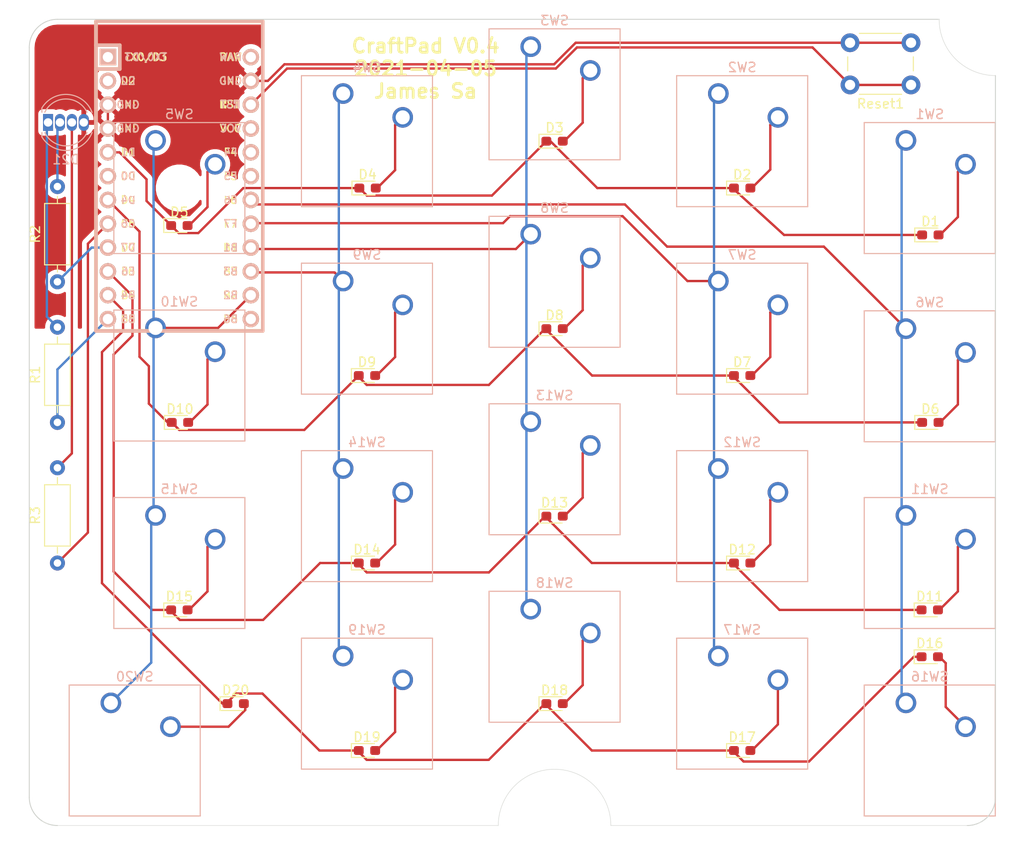
<source format=kicad_pcb>
(kicad_pcb (version 20171130) (host pcbnew "(5.1.9-0-10_14)")

  (general
    (thickness 1.6)
    (drawings 15)
    (tracks 225)
    (zones 0)
    (modules 47)
    (nets 38)
  )

  (page A4)
  (title_block
    (title CraftPad)
    (date 2021-04-05)
    (rev v0.4)
    (company JSA)
  )

  (layers
    (0 F.Cu signal)
    (31 B.Cu signal)
    (32 B.Adhes user)
    (33 F.Adhes user)
    (34 B.Paste user)
    (35 F.Paste user)
    (36 B.SilkS user)
    (37 F.SilkS user)
    (38 B.Mask user)
    (39 F.Mask user)
    (40 Dwgs.User user)
    (41 Cmts.User user)
    (42 Eco1.User user)
    (43 Eco2.User user)
    (44 Edge.Cuts user)
    (45 Margin user)
    (46 B.CrtYd user)
    (47 F.CrtYd user)
    (48 B.Fab user)
    (49 F.Fab user)
  )

  (setup
    (last_trace_width 0.25)
    (trace_clearance 0.2)
    (zone_clearance 0.508)
    (zone_45_only no)
    (trace_min 0.2)
    (via_size 0.8)
    (via_drill 0.4)
    (via_min_size 0.4)
    (via_min_drill 0.3)
    (uvia_size 0.3)
    (uvia_drill 0.1)
    (uvias_allowed no)
    (uvia_min_size 0.2)
    (uvia_min_drill 0.1)
    (edge_width 0.05)
    (segment_width 0.2)
    (pcb_text_width 0.3)
    (pcb_text_size 1.5 1.5)
    (mod_edge_width 0.12)
    (mod_text_size 1 1)
    (mod_text_width 0.15)
    (pad_size 4 4)
    (pad_drill 4)
    (pad_to_mask_clearance 0)
    (aux_axis_origin 0 0)
    (visible_elements FFFFFF7F)
    (pcbplotparams
      (layerselection 0x3ffff_ffffffff)
      (usegerberextensions false)
      (usegerberattributes true)
      (usegerberadvancedattributes true)
      (creategerberjobfile true)
      (excludeedgelayer true)
      (linewidth 0.100000)
      (plotframeref true)
      (viasonmask false)
      (mode 1)
      (useauxorigin false)
      (hpglpennumber 1)
      (hpglpenspeed 20)
      (hpglpendiameter 15.000000)
      (psnegative false)
      (psa4output false)
      (plotreference false)
      (plotvalue false)
      (plotinvisibletext false)
      (padsonsilk false)
      (subtractmaskfromsilk false)
      (outputformat 1)
      (mirror false)
      (drillshape 0)
      (scaleselection 1)
      (outputdirectory "Gerber/"))
  )

  (net 0 "")
  (net 1 "Net-(D1-Pad2)")
  (net 2 Row1)
  (net 3 "Net-(D2-Pad2)")
  (net 4 "Net-(D3-Pad2)")
  (net 5 "Net-(D4-Pad2)")
  (net 6 "Net-(D5-Pad2)")
  (net 7 "Net-(D6-Pad2)")
  (net 8 Row2)
  (net 9 "Net-(D7-Pad2)")
  (net 10 "Net-(D8-Pad2)")
  (net 11 "Net-(D9-Pad2)")
  (net 12 "Net-(D10-Pad2)")
  (net 13 "Net-(D11-Pad2)")
  (net 14 Row3)
  (net 15 "Net-(D12-Pad2)")
  (net 16 "Net-(D13-Pad2)")
  (net 17 "Net-(D14-Pad2)")
  (net 18 "Net-(D15-Pad2)")
  (net 19 "Net-(D16-Pad2)")
  (net 20 Row4)
  (net 21 "Net-(D17-Pad2)")
  (net 22 "Net-(D18-Pad2)")
  (net 23 "Net-(D19-Pad2)")
  (net 24 "Net-(D20-Pad2)")
  (net 25 Col1)
  (net 26 Col2)
  (net 27 Col3)
  (net 28 Col4)
  (net 29 Col5)
  (net 30 GND)
  (net 31 "Net-(B1-Pad22)")
  (net 32 Red)
  (net 33 Green)
  (net 34 Blue)
  (net 35 "Net-(D21-Pad3)")
  (net 36 "Net-(D21-Pad2)")
  (net 37 "Net-(D21-Pad1)")

  (net_class Default "This is the default net class."
    (clearance 0.2)
    (trace_width 0.25)
    (via_dia 0.8)
    (via_drill 0.4)
    (uvia_dia 0.3)
    (uvia_drill 0.1)
    (add_net Blue)
    (add_net Col1)
    (add_net Col2)
    (add_net Col3)
    (add_net Col4)
    (add_net Col5)
    (add_net GND)
    (add_net Green)
    (add_net "Net-(B1-Pad22)")
    (add_net "Net-(D1-Pad2)")
    (add_net "Net-(D10-Pad2)")
    (add_net "Net-(D11-Pad2)")
    (add_net "Net-(D12-Pad2)")
    (add_net "Net-(D13-Pad2)")
    (add_net "Net-(D14-Pad2)")
    (add_net "Net-(D15-Pad2)")
    (add_net "Net-(D16-Pad2)")
    (add_net "Net-(D17-Pad2)")
    (add_net "Net-(D18-Pad2)")
    (add_net "Net-(D19-Pad2)")
    (add_net "Net-(D2-Pad2)")
    (add_net "Net-(D20-Pad2)")
    (add_net "Net-(D21-Pad1)")
    (add_net "Net-(D21-Pad2)")
    (add_net "Net-(D21-Pad3)")
    (add_net "Net-(D3-Pad2)")
    (add_net "Net-(D4-Pad2)")
    (add_net "Net-(D5-Pad2)")
    (add_net "Net-(D6-Pad2)")
    (add_net "Net-(D7-Pad2)")
    (add_net "Net-(D8-Pad2)")
    (add_net "Net-(D9-Pad2)")
    (add_net Red)
    (add_net Row1)
    (add_net Row2)
    (add_net Row3)
    (add_net Row4)
  )

  (module Resistor_THT:R_Axial_DIN0207_L6.3mm_D2.5mm_P10.16mm_Horizontal (layer F.Cu) (tedit 5AE5139B) (tstamp 606A4146)
    (at -498 -10 90)
    (descr "Resistor, Axial_DIN0207 series, Axial, Horizontal, pin pitch=10.16mm, 0.25W = 1/4W, length*diameter=6.3*2.5mm^2, http://cdn-reichelt.de/documents/datenblatt/B400/1_4W%23YAG.pdf")
    (tags "Resistor Axial_DIN0207 series Axial Horizontal pin pitch 10.16mm 0.25W = 1/4W length 6.3mm diameter 2.5mm")
    (path /6078ACD2)
    (fp_text reference R3 (at 5.08 -2.37 90) (layer F.SilkS)
      (effects (font (size 1 1) (thickness 0.15)))
    )
    (fp_text value 220Ω (at 5.08 2.37 90) (layer F.Fab)
      (effects (font (size 1 1) (thickness 0.15)))
    )
    (fp_line (start 11.21 -1.5) (end -1.05 -1.5) (layer F.CrtYd) (width 0.05))
    (fp_line (start 11.21 1.5) (end 11.21 -1.5) (layer F.CrtYd) (width 0.05))
    (fp_line (start -1.05 1.5) (end 11.21 1.5) (layer F.CrtYd) (width 0.05))
    (fp_line (start -1.05 -1.5) (end -1.05 1.5) (layer F.CrtYd) (width 0.05))
    (fp_line (start 9.12 0) (end 8.35 0) (layer F.SilkS) (width 0.12))
    (fp_line (start 1.04 0) (end 1.81 0) (layer F.SilkS) (width 0.12))
    (fp_line (start 8.35 -1.37) (end 1.81 -1.37) (layer F.SilkS) (width 0.12))
    (fp_line (start 8.35 1.37) (end 8.35 -1.37) (layer F.SilkS) (width 0.12))
    (fp_line (start 1.81 1.37) (end 8.35 1.37) (layer F.SilkS) (width 0.12))
    (fp_line (start 1.81 -1.37) (end 1.81 1.37) (layer F.SilkS) (width 0.12))
    (fp_line (start 10.16 0) (end 8.23 0) (layer F.Fab) (width 0.1))
    (fp_line (start 0 0) (end 1.93 0) (layer F.Fab) (width 0.1))
    (fp_line (start 8.23 -1.25) (end 1.93 -1.25) (layer F.Fab) (width 0.1))
    (fp_line (start 8.23 1.25) (end 8.23 -1.25) (layer F.Fab) (width 0.1))
    (fp_line (start 1.93 1.25) (end 8.23 1.25) (layer F.Fab) (width 0.1))
    (fp_line (start 1.93 -1.25) (end 1.93 1.25) (layer F.Fab) (width 0.1))
    (fp_text user %R (at 5.08 0 180) (layer F.Fab)
      (effects (font (size 1 1) (thickness 0.15)))
    )
    (pad 2 thru_hole oval (at 10.16 0 90) (size 1.6 1.6) (drill 0.8) (layers *.Cu *.Mask)
      (net 35 "Net-(D21-Pad3)"))
    (pad 1 thru_hole circle (at 0 0 90) (size 1.6 1.6) (drill 0.8) (layers *.Cu *.Mask)
      (net 34 Blue))
    (model ${KISYS3DMOD}/Resistor_THT.3dshapes/R_Axial_DIN0207_L6.3mm_D2.5mm_P10.16mm_Horizontal.wrl
      (at (xyz 0 0 0))
      (scale (xyz 1 1 1))
      (rotate (xyz 0 0 0))
    )
  )

  (module Resistor_THT:R_Axial_DIN0207_L6.3mm_D2.5mm_P10.16mm_Horizontal (layer F.Cu) (tedit 5AE5139B) (tstamp 606A412F)
    (at -498 -40 90)
    (descr "Resistor, Axial_DIN0207 series, Axial, Horizontal, pin pitch=10.16mm, 0.25W = 1/4W, length*diameter=6.3*2.5mm^2, http://cdn-reichelt.de/documents/datenblatt/B400/1_4W%23YAG.pdf")
    (tags "Resistor Axial_DIN0207 series Axial Horizontal pin pitch 10.16mm 0.25W = 1/4W length 6.3mm diameter 2.5mm")
    (path /6079007C)
    (fp_text reference R2 (at 5.08 -2.37 90) (layer F.SilkS)
      (effects (font (size 1 1) (thickness 0.15)))
    )
    (fp_text value 220Ω (at 5.08 2.37 90) (layer F.Fab)
      (effects (font (size 1 1) (thickness 0.15)))
    )
    (fp_line (start 11.21 -1.5) (end -1.05 -1.5) (layer F.CrtYd) (width 0.05))
    (fp_line (start 11.21 1.5) (end 11.21 -1.5) (layer F.CrtYd) (width 0.05))
    (fp_line (start -1.05 1.5) (end 11.21 1.5) (layer F.CrtYd) (width 0.05))
    (fp_line (start -1.05 -1.5) (end -1.05 1.5) (layer F.CrtYd) (width 0.05))
    (fp_line (start 9.12 0) (end 8.35 0) (layer F.SilkS) (width 0.12))
    (fp_line (start 1.04 0) (end 1.81 0) (layer F.SilkS) (width 0.12))
    (fp_line (start 8.35 -1.37) (end 1.81 -1.37) (layer F.SilkS) (width 0.12))
    (fp_line (start 8.35 1.37) (end 8.35 -1.37) (layer F.SilkS) (width 0.12))
    (fp_line (start 1.81 1.37) (end 8.35 1.37) (layer F.SilkS) (width 0.12))
    (fp_line (start 1.81 -1.37) (end 1.81 1.37) (layer F.SilkS) (width 0.12))
    (fp_line (start 10.16 0) (end 8.23 0) (layer F.Fab) (width 0.1))
    (fp_line (start 0 0) (end 1.93 0) (layer F.Fab) (width 0.1))
    (fp_line (start 8.23 -1.25) (end 1.93 -1.25) (layer F.Fab) (width 0.1))
    (fp_line (start 8.23 1.25) (end 8.23 -1.25) (layer F.Fab) (width 0.1))
    (fp_line (start 1.93 1.25) (end 8.23 1.25) (layer F.Fab) (width 0.1))
    (fp_line (start 1.93 -1.25) (end 1.93 1.25) (layer F.Fab) (width 0.1))
    (fp_text user %R (at 5.08 0 90) (layer F.Fab)
      (effects (font (size 1 1) (thickness 0.15)))
    )
    (pad 2 thru_hole oval (at 10.16 0 90) (size 1.6 1.6) (drill 0.8) (layers *.Cu *.Mask)
      (net 36 "Net-(D21-Pad2)"))
    (pad 1 thru_hole circle (at 0 0 90) (size 1.6 1.6) (drill 0.8) (layers *.Cu *.Mask)
      (net 33 Green))
    (model ${KISYS3DMOD}/Resistor_THT.3dshapes/R_Axial_DIN0207_L6.3mm_D2.5mm_P10.16mm_Horizontal.wrl
      (at (xyz 0 0 0))
      (scale (xyz 1 1 1))
      (rotate (xyz 0 0 0))
    )
  )

  (module Resistor_THT:R_Axial_DIN0207_L6.3mm_D2.5mm_P10.16mm_Horizontal (layer F.Cu) (tedit 5AE5139B) (tstamp 606A4118)
    (at -498 -25 90)
    (descr "Resistor, Axial_DIN0207 series, Axial, Horizontal, pin pitch=10.16mm, 0.25W = 1/4W, length*diameter=6.3*2.5mm^2, http://cdn-reichelt.de/documents/datenblatt/B400/1_4W%23YAG.pdf")
    (tags "Resistor Axial_DIN0207 series Axial Horizontal pin pitch 10.16mm 0.25W = 1/4W length 6.3mm diameter 2.5mm")
    (path /60780F98)
    (fp_text reference R1 (at 5.08 -2.37 90) (layer F.SilkS)
      (effects (font (size 1 1) (thickness 0.15)))
    )
    (fp_text value 220Ω (at 5.08 2.37 90) (layer F.Fab)
      (effects (font (size 1 1) (thickness 0.15)))
    )
    (fp_line (start 11.21 -1.5) (end -1.05 -1.5) (layer F.CrtYd) (width 0.05))
    (fp_line (start 11.21 1.5) (end 11.21 -1.5) (layer F.CrtYd) (width 0.05))
    (fp_line (start -1.05 1.5) (end 11.21 1.5) (layer F.CrtYd) (width 0.05))
    (fp_line (start -1.05 -1.5) (end -1.05 1.5) (layer F.CrtYd) (width 0.05))
    (fp_line (start 9.12 0) (end 8.35 0) (layer F.SilkS) (width 0.12))
    (fp_line (start 1.04 0) (end 1.81 0) (layer F.SilkS) (width 0.12))
    (fp_line (start 8.35 -1.37) (end 1.81 -1.37) (layer F.SilkS) (width 0.12))
    (fp_line (start 8.35 1.37) (end 8.35 -1.37) (layer F.SilkS) (width 0.12))
    (fp_line (start 1.81 1.37) (end 8.35 1.37) (layer F.SilkS) (width 0.12))
    (fp_line (start 1.81 -1.37) (end 1.81 1.37) (layer F.SilkS) (width 0.12))
    (fp_line (start 10.16 0) (end 8.23 0) (layer F.Fab) (width 0.1))
    (fp_line (start 0 0) (end 1.93 0) (layer F.Fab) (width 0.1))
    (fp_line (start 8.23 -1.25) (end 1.93 -1.25) (layer F.Fab) (width 0.1))
    (fp_line (start 8.23 1.25) (end 8.23 -1.25) (layer F.Fab) (width 0.1))
    (fp_line (start 1.93 1.25) (end 8.23 1.25) (layer F.Fab) (width 0.1))
    (fp_line (start 1.93 -1.25) (end 1.93 1.25) (layer F.Fab) (width 0.1))
    (fp_text user %R (at 5.08 0 90) (layer F.Fab)
      (effects (font (size 1 1) (thickness 0.15)))
    )
    (pad 2 thru_hole oval (at 10.16 0 90) (size 1.6 1.6) (drill 0.8) (layers *.Cu *.Mask)
      (net 37 "Net-(D21-Pad1)"))
    (pad 1 thru_hole circle (at 0 0 90) (size 1.6 1.6) (drill 0.8) (layers *.Cu *.Mask)
      (net 32 Red))
    (model ${KISYS3DMOD}/Resistor_THT.3dshapes/R_Axial_DIN0207_L6.3mm_D2.5mm_P10.16mm_Horizontal.wrl
      (at (xyz 0 0 0))
      (scale (xyz 1 1 1))
      (rotate (xyz 0 0 0))
    )
  )

  (module LED_THT:LED_D5.0mm-4_RGB (layer B.Cu) (tedit 5B74EEBE) (tstamp 606A0CD2)
    (at -499 -57)
    (descr "LED, diameter 5.0mm, 2 pins, diameter 5.0mm, 3 pins, diameter 5.0mm, 4 pins, http://www.kingbright.com/attachments/file/psearch/000/00/00/L-154A4SUREQBFZGEW(Ver.9A).pdf")
    (tags "LED diameter 5.0mm 2 pins diameter 5.0mm 3 pins diameter 5.0mm 4 pins RGB RGBLED")
    (path /60742CCE)
    (fp_text reference D21 (at 1.905 3.96) (layer B.SilkS)
      (effects (font (size 1 1) (thickness 0.15)) (justify mirror))
    )
    (fp_text value LED_RGBC (at 1.905 -3.96) (layer B.Fab)
      (effects (font (size 1 1) (thickness 0.15)) (justify mirror))
    )
    (fp_circle (center 1.905 0) (end 4.405 0) (layer B.Fab) (width 0.1))
    (fp_line (start -0.595 1.469694) (end -0.595 -1.469694) (layer B.Fab) (width 0.1))
    (fp_line (start -0.655 1.545) (end -0.655 1.08) (layer B.SilkS) (width 0.12))
    (fp_line (start -0.655 -1.08) (end -0.655 -1.545) (layer B.SilkS) (width 0.12))
    (fp_line (start -1.35 3.25) (end -1.35 -3.25) (layer B.CrtYd) (width 0.05))
    (fp_line (start -1.35 -3.25) (end 5.15 -3.25) (layer B.CrtYd) (width 0.05))
    (fp_line (start 5.15 -3.25) (end 5.15 3.25) (layer B.CrtYd) (width 0.05))
    (fp_line (start 5.15 3.25) (end -1.35 3.25) (layer B.CrtYd) (width 0.05))
    (fp_text user %R (at 1.905 3.96) (layer B.Fab)
      (effects (font (size 1 1) (thickness 0.15)) (justify mirror))
    )
    (fp_arc (start 1.905 0) (end -0.349684 -1.08) (angle 128.8) (layer B.SilkS) (width 0.12))
    (fp_arc (start 1.905 0) (end -0.349684 1.08) (angle -128.8) (layer B.SilkS) (width 0.12))
    (fp_arc (start 1.905 0) (end -0.655 -1.54483) (angle 127.7) (layer B.SilkS) (width 0.12))
    (fp_arc (start 1.905 0) (end -0.655 1.54483) (angle -127.7) (layer B.SilkS) (width 0.12))
    (fp_arc (start 1.905 0) (end -0.595 1.469694) (angle -299.1) (layer B.Fab) (width 0.1))
    (pad 4 thru_hole oval (at 3.81 0) (size 1.07 1.8) (drill 0.9) (layers *.Cu *.Mask)
      (net 30 GND))
    (pad 3 thru_hole oval (at 2.54 0) (size 1.07 1.8) (drill 0.9) (layers *.Cu *.Mask)
      (net 35 "Net-(D21-Pad3)"))
    (pad 2 thru_hole oval (at 1.27 0) (size 1.07 1.8) (drill 0.9) (layers *.Cu *.Mask)
      (net 36 "Net-(D21-Pad2)"))
    (pad 1 thru_hole rect (at 0 0) (size 1.07 1.8) (drill 0.9) (layers *.Cu *.Mask)
      (net 37 "Net-(D21-Pad1)"))
    (model ${KISYS3DMOD}/LED_THT.3dshapes/LED_D5.0mm-4_RGB.wrl
      (at (xyz 0 0 0))
      (scale (xyz 1 1 1))
      (rotate (xyz 0 0 0))
    )
  )

  (module Button_Switch_THT:SW_PUSH_6mm (layer F.Cu) (tedit 5A02FE31) (tstamp 6066B6FB)
    (at -407 -61 180)
    (descr https://www.omron.com/ecb/products/pdf/en-b3f.pdf)
    (tags "tact sw push 6mm")
    (path /6066BACD)
    (fp_text reference Reset1 (at 3.25 -2) (layer F.SilkS)
      (effects (font (size 1 1) (thickness 0.15)))
    )
    (fp_text value SW_Push (at 3.75 6.7) (layer F.Fab)
      (effects (font (size 1 1) (thickness 0.15)))
    )
    (fp_line (start 3.25 -0.75) (end 6.25 -0.75) (layer F.Fab) (width 0.1))
    (fp_line (start 6.25 -0.75) (end 6.25 5.25) (layer F.Fab) (width 0.1))
    (fp_line (start 6.25 5.25) (end 0.25 5.25) (layer F.Fab) (width 0.1))
    (fp_line (start 0.25 5.25) (end 0.25 -0.75) (layer F.Fab) (width 0.1))
    (fp_line (start 0.25 -0.75) (end 3.25 -0.75) (layer F.Fab) (width 0.1))
    (fp_line (start 7.75 6) (end 8 6) (layer F.CrtYd) (width 0.05))
    (fp_line (start 8 6) (end 8 5.75) (layer F.CrtYd) (width 0.05))
    (fp_line (start 7.75 -1.5) (end 8 -1.5) (layer F.CrtYd) (width 0.05))
    (fp_line (start 8 -1.5) (end 8 -1.25) (layer F.CrtYd) (width 0.05))
    (fp_line (start -1.5 -1.25) (end -1.5 -1.5) (layer F.CrtYd) (width 0.05))
    (fp_line (start -1.5 -1.5) (end -1.25 -1.5) (layer F.CrtYd) (width 0.05))
    (fp_line (start -1.5 5.75) (end -1.5 6) (layer F.CrtYd) (width 0.05))
    (fp_line (start -1.5 6) (end -1.25 6) (layer F.CrtYd) (width 0.05))
    (fp_line (start -1.25 -1.5) (end 7.75 -1.5) (layer F.CrtYd) (width 0.05))
    (fp_line (start -1.5 5.75) (end -1.5 -1.25) (layer F.CrtYd) (width 0.05))
    (fp_line (start 7.75 6) (end -1.25 6) (layer F.CrtYd) (width 0.05))
    (fp_line (start 8 -1.25) (end 8 5.75) (layer F.CrtYd) (width 0.05))
    (fp_line (start 1 5.5) (end 5.5 5.5) (layer F.SilkS) (width 0.12))
    (fp_line (start -0.25 1.5) (end -0.25 3) (layer F.SilkS) (width 0.12))
    (fp_line (start 5.5 -1) (end 1 -1) (layer F.SilkS) (width 0.12))
    (fp_line (start 6.75 3) (end 6.75 1.5) (layer F.SilkS) (width 0.12))
    (fp_circle (center 3.25 2.25) (end 1.25 2.5) (layer F.Fab) (width 0.1))
    (fp_text user %R (at 3.25 2.25) (layer F.Fab)
      (effects (font (size 1 1) (thickness 0.15)))
    )
    (pad 1 thru_hole circle (at 6.5 0 270) (size 2 2) (drill 1.1) (layers *.Cu *.Mask)
      (net 31 "Net-(B1-Pad22)"))
    (pad 2 thru_hole circle (at 6.5 4.5 270) (size 2 2) (drill 1.1) (layers *.Cu *.Mask)
      (net 30 GND))
    (pad 1 thru_hole circle (at 0 0 270) (size 2 2) (drill 1.1) (layers *.Cu *.Mask)
      (net 31 "Net-(B1-Pad22)"))
    (pad 2 thru_hole circle (at 0 4.5 270) (size 2 2) (drill 1.1) (layers *.Cu *.Mask)
      (net 30 GND))
    (model ${KISYS3DMOD}/Button_Switch_THT.3dshapes/SW_PUSH_6mm.wrl
      (at (xyz 0 0 0))
      (scale (xyz 1 1 1))
      (rotate (xyz 0 0 0))
    )
  )

  (module Diode_SMD:D_0603_1608Metric_Pad1.05x0.95mm_HandSolder (layer F.Cu) (tedit 5F68FEF0) (tstamp 6065BDF9)
    (at -479 5)
    (descr "Diode SMD 0603 (1608 Metric), square (rectangular) end terminal, IPC_7351 nominal, (Body size source: http://www.tortai-tech.com/upload/download/2011102023233369053.pdf), generated with kicad-footprint-generator")
    (tags "diode handsolder")
    (path /606A31D8)
    (attr smd)
    (fp_text reference D20 (at 0 -1.43) (layer F.SilkS)
      (effects (font (size 1 1) (thickness 0.15)))
    )
    (fp_text value D (at 0 1.43) (layer F.Fab)
      (effects (font (size 1 1) (thickness 0.15)))
    )
    (fp_line (start 1.65 0.73) (end -1.65 0.73) (layer F.CrtYd) (width 0.05))
    (fp_line (start 1.65 -0.73) (end 1.65 0.73) (layer F.CrtYd) (width 0.05))
    (fp_line (start -1.65 -0.73) (end 1.65 -0.73) (layer F.CrtYd) (width 0.05))
    (fp_line (start -1.65 0.73) (end -1.65 -0.73) (layer F.CrtYd) (width 0.05))
    (fp_line (start -1.66 0.735) (end 0.8 0.735) (layer F.SilkS) (width 0.12))
    (fp_line (start -1.66 -0.735) (end -1.66 0.735) (layer F.SilkS) (width 0.12))
    (fp_line (start 0.8 -0.735) (end -1.66 -0.735) (layer F.SilkS) (width 0.12))
    (fp_line (start 0.8 0.4) (end 0.8 -0.4) (layer F.Fab) (width 0.1))
    (fp_line (start -0.8 0.4) (end 0.8 0.4) (layer F.Fab) (width 0.1))
    (fp_line (start -0.8 -0.1) (end -0.8 0.4) (layer F.Fab) (width 0.1))
    (fp_line (start -0.5 -0.4) (end -0.8 -0.1) (layer F.Fab) (width 0.1))
    (fp_line (start 0.8 -0.4) (end -0.5 -0.4) (layer F.Fab) (width 0.1))
    (fp_text user %R (at 0 0) (layer F.Fab)
      (effects (font (size 0.4 0.4) (thickness 0.06)))
    )
    (pad 2 smd roundrect (at 0.875 0) (size 1.05 0.95) (layers F.Cu F.Paste F.Mask) (roundrect_rratio 0.25)
      (net 24 "Net-(D20-Pad2)"))
    (pad 1 smd roundrect (at -0.875 0) (size 1.05 0.95) (layers F.Cu F.Paste F.Mask) (roundrect_rratio 0.25)
      (net 20 Row4))
    (model ${KISYS3DMOD}/Diode_SMD.3dshapes/D_0603_1608Metric.wrl
      (at (xyz 0 0 0))
      (scale (xyz 1 1 1))
      (rotate (xyz 0 0 0))
    )
  )

  (module Diode_SMD:D_0603_1608Metric_Pad1.05x0.95mm_HandSolder (layer F.Cu) (tedit 5F68FEF0) (tstamp 6065BDE6)
    (at -465 10)
    (descr "Diode SMD 0603 (1608 Metric), square (rectangular) end terminal, IPC_7351 nominal, (Body size source: http://www.tortai-tech.com/upload/download/2011102023233369053.pdf), generated with kicad-footprint-generator")
    (tags "diode handsolder")
    (path /606913DE)
    (attr smd)
    (fp_text reference D19 (at 0 -1.43) (layer F.SilkS)
      (effects (font (size 1 1) (thickness 0.15)))
    )
    (fp_text value D (at 0 1.43) (layer F.Fab)
      (effects (font (size 1 1) (thickness 0.15)))
    )
    (fp_line (start 1.65 0.73) (end -1.65 0.73) (layer F.CrtYd) (width 0.05))
    (fp_line (start 1.65 -0.73) (end 1.65 0.73) (layer F.CrtYd) (width 0.05))
    (fp_line (start -1.65 -0.73) (end 1.65 -0.73) (layer F.CrtYd) (width 0.05))
    (fp_line (start -1.65 0.73) (end -1.65 -0.73) (layer F.CrtYd) (width 0.05))
    (fp_line (start -1.66 0.735) (end 0.8 0.735) (layer F.SilkS) (width 0.12))
    (fp_line (start -1.66 -0.735) (end -1.66 0.735) (layer F.SilkS) (width 0.12))
    (fp_line (start 0.8 -0.735) (end -1.66 -0.735) (layer F.SilkS) (width 0.12))
    (fp_line (start 0.8 0.4) (end 0.8 -0.4) (layer F.Fab) (width 0.1))
    (fp_line (start -0.8 0.4) (end 0.8 0.4) (layer F.Fab) (width 0.1))
    (fp_line (start -0.8 -0.1) (end -0.8 0.4) (layer F.Fab) (width 0.1))
    (fp_line (start -0.5 -0.4) (end -0.8 -0.1) (layer F.Fab) (width 0.1))
    (fp_line (start 0.8 -0.4) (end -0.5 -0.4) (layer F.Fab) (width 0.1))
    (fp_text user %R (at 0 0) (layer F.Fab)
      (effects (font (size 0.4 0.4) (thickness 0.06)))
    )
    (pad 2 smd roundrect (at 0.875 0) (size 1.05 0.95) (layers F.Cu F.Paste F.Mask) (roundrect_rratio 0.25)
      (net 23 "Net-(D19-Pad2)"))
    (pad 1 smd roundrect (at -0.875 0) (size 1.05 0.95) (layers F.Cu F.Paste F.Mask) (roundrect_rratio 0.25)
      (net 20 Row4))
    (model ${KISYS3DMOD}/Diode_SMD.3dshapes/D_0603_1608Metric.wrl
      (at (xyz 0 0 0))
      (scale (xyz 1 1 1))
      (rotate (xyz 0 0 0))
    )
  )

  (module Diode_SMD:D_0603_1608Metric_Pad1.05x0.95mm_HandSolder (layer F.Cu) (tedit 5F68FEF0) (tstamp 6065BDD3)
    (at -445 5)
    (descr "Diode SMD 0603 (1608 Metric), square (rectangular) end terminal, IPC_7351 nominal, (Body size source: http://www.tortai-tech.com/upload/download/2011102023233369053.pdf), generated with kicad-footprint-generator")
    (tags "diode handsolder")
    (path /6068DFD2)
    (attr smd)
    (fp_text reference D18 (at 0 -1.43) (layer F.SilkS)
      (effects (font (size 1 1) (thickness 0.15)))
    )
    (fp_text value D (at 0 1.43) (layer F.Fab)
      (effects (font (size 1 1) (thickness 0.15)))
    )
    (fp_line (start 1.65 0.73) (end -1.65 0.73) (layer F.CrtYd) (width 0.05))
    (fp_line (start 1.65 -0.73) (end 1.65 0.73) (layer F.CrtYd) (width 0.05))
    (fp_line (start -1.65 -0.73) (end 1.65 -0.73) (layer F.CrtYd) (width 0.05))
    (fp_line (start -1.65 0.73) (end -1.65 -0.73) (layer F.CrtYd) (width 0.05))
    (fp_line (start -1.66 0.735) (end 0.8 0.735) (layer F.SilkS) (width 0.12))
    (fp_line (start -1.66 -0.735) (end -1.66 0.735) (layer F.SilkS) (width 0.12))
    (fp_line (start 0.8 -0.735) (end -1.66 -0.735) (layer F.SilkS) (width 0.12))
    (fp_line (start 0.8 0.4) (end 0.8 -0.4) (layer F.Fab) (width 0.1))
    (fp_line (start -0.8 0.4) (end 0.8 0.4) (layer F.Fab) (width 0.1))
    (fp_line (start -0.8 -0.1) (end -0.8 0.4) (layer F.Fab) (width 0.1))
    (fp_line (start -0.5 -0.4) (end -0.8 -0.1) (layer F.Fab) (width 0.1))
    (fp_line (start 0.8 -0.4) (end -0.5 -0.4) (layer F.Fab) (width 0.1))
    (fp_text user %R (at 0 0) (layer F.Fab)
      (effects (font (size 0.4 0.4) (thickness 0.06)))
    )
    (pad 2 smd roundrect (at 0.875 0) (size 1.05 0.95) (layers F.Cu F.Paste F.Mask) (roundrect_rratio 0.25)
      (net 22 "Net-(D18-Pad2)"))
    (pad 1 smd roundrect (at -0.875 0) (size 1.05 0.95) (layers F.Cu F.Paste F.Mask) (roundrect_rratio 0.25)
      (net 20 Row4))
    (model ${KISYS3DMOD}/Diode_SMD.3dshapes/D_0603_1608Metric.wrl
      (at (xyz 0 0 0))
      (scale (xyz 1 1 1))
      (rotate (xyz 0 0 0))
    )
  )

  (module Diode_SMD:D_0603_1608Metric_Pad1.05x0.95mm_HandSolder (layer F.Cu) (tedit 5F68FEF0) (tstamp 6065BDC0)
    (at -425 10)
    (descr "Diode SMD 0603 (1608 Metric), square (rectangular) end terminal, IPC_7351 nominal, (Body size source: http://www.tortai-tech.com/upload/download/2011102023233369053.pdf), generated with kicad-footprint-generator")
    (tags "diode handsolder")
    (path /6068A6E3)
    (attr smd)
    (fp_text reference D17 (at 0 -1.43) (layer F.SilkS)
      (effects (font (size 1 1) (thickness 0.15)))
    )
    (fp_text value D (at 0 1.43) (layer F.Fab)
      (effects (font (size 1 1) (thickness 0.15)))
    )
    (fp_line (start 1.65 0.73) (end -1.65 0.73) (layer F.CrtYd) (width 0.05))
    (fp_line (start 1.65 -0.73) (end 1.65 0.73) (layer F.CrtYd) (width 0.05))
    (fp_line (start -1.65 -0.73) (end 1.65 -0.73) (layer F.CrtYd) (width 0.05))
    (fp_line (start -1.65 0.73) (end -1.65 -0.73) (layer F.CrtYd) (width 0.05))
    (fp_line (start -1.66 0.735) (end 0.8 0.735) (layer F.SilkS) (width 0.12))
    (fp_line (start -1.66 -0.735) (end -1.66 0.735) (layer F.SilkS) (width 0.12))
    (fp_line (start 0.8 -0.735) (end -1.66 -0.735) (layer F.SilkS) (width 0.12))
    (fp_line (start 0.8 0.4) (end 0.8 -0.4) (layer F.Fab) (width 0.1))
    (fp_line (start -0.8 0.4) (end 0.8 0.4) (layer F.Fab) (width 0.1))
    (fp_line (start -0.8 -0.1) (end -0.8 0.4) (layer F.Fab) (width 0.1))
    (fp_line (start -0.5 -0.4) (end -0.8 -0.1) (layer F.Fab) (width 0.1))
    (fp_line (start 0.8 -0.4) (end -0.5 -0.4) (layer F.Fab) (width 0.1))
    (fp_text user %R (at 0 0) (layer F.Fab)
      (effects (font (size 0.4 0.4) (thickness 0.06)))
    )
    (pad 2 smd roundrect (at 0.875 0) (size 1.05 0.95) (layers F.Cu F.Paste F.Mask) (roundrect_rratio 0.25)
      (net 21 "Net-(D17-Pad2)"))
    (pad 1 smd roundrect (at -0.875 0) (size 1.05 0.95) (layers F.Cu F.Paste F.Mask) (roundrect_rratio 0.25)
      (net 20 Row4))
    (model ${KISYS3DMOD}/Diode_SMD.3dshapes/D_0603_1608Metric.wrl
      (at (xyz 0 0 0))
      (scale (xyz 1 1 1))
      (rotate (xyz 0 0 0))
    )
  )

  (module Diode_SMD:D_0603_1608Metric_Pad1.05x0.95mm_HandSolder (layer F.Cu) (tedit 5F68FEF0) (tstamp 6065BDAD)
    (at -405 0)
    (descr "Diode SMD 0603 (1608 Metric), square (rectangular) end terminal, IPC_7351 nominal, (Body size source: http://www.tortai-tech.com/upload/download/2011102023233369053.pdf), generated with kicad-footprint-generator")
    (tags "diode handsolder")
    (path /60668D19)
    (attr smd)
    (fp_text reference D16 (at 0 -1.43) (layer F.SilkS)
      (effects (font (size 1 1) (thickness 0.15)))
    )
    (fp_text value D (at 0 1.43) (layer F.Fab)
      (effects (font (size 1 1) (thickness 0.15)))
    )
    (fp_line (start 1.65 0.73) (end -1.65 0.73) (layer F.CrtYd) (width 0.05))
    (fp_line (start 1.65 -0.73) (end 1.65 0.73) (layer F.CrtYd) (width 0.05))
    (fp_line (start -1.65 -0.73) (end 1.65 -0.73) (layer F.CrtYd) (width 0.05))
    (fp_line (start -1.65 0.73) (end -1.65 -0.73) (layer F.CrtYd) (width 0.05))
    (fp_line (start -1.66 0.735) (end 0.8 0.735) (layer F.SilkS) (width 0.12))
    (fp_line (start -1.66 -0.735) (end -1.66 0.735) (layer F.SilkS) (width 0.12))
    (fp_line (start 0.8 -0.735) (end -1.66 -0.735) (layer F.SilkS) (width 0.12))
    (fp_line (start 0.8 0.4) (end 0.8 -0.4) (layer F.Fab) (width 0.1))
    (fp_line (start -0.8 0.4) (end 0.8 0.4) (layer F.Fab) (width 0.1))
    (fp_line (start -0.8 -0.1) (end -0.8 0.4) (layer F.Fab) (width 0.1))
    (fp_line (start -0.5 -0.4) (end -0.8 -0.1) (layer F.Fab) (width 0.1))
    (fp_line (start 0.8 -0.4) (end -0.5 -0.4) (layer F.Fab) (width 0.1))
    (fp_text user %R (at 0 0) (layer F.Fab)
      (effects (font (size 0.4 0.4) (thickness 0.06)))
    )
    (pad 2 smd roundrect (at 0.875 0) (size 1.05 0.95) (layers F.Cu F.Paste F.Mask) (roundrect_rratio 0.25)
      (net 19 "Net-(D16-Pad2)"))
    (pad 1 smd roundrect (at -0.875 0) (size 1.05 0.95) (layers F.Cu F.Paste F.Mask) (roundrect_rratio 0.25)
      (net 20 Row4))
    (model ${KISYS3DMOD}/Diode_SMD.3dshapes/D_0603_1608Metric.wrl
      (at (xyz 0 0 0))
      (scale (xyz 1 1 1))
      (rotate (xyz 0 0 0))
    )
  )

  (module Diode_SMD:D_0603_1608Metric_Pad1.05x0.95mm_HandSolder (layer F.Cu) (tedit 5F68FEF0) (tstamp 6065BD9A)
    (at -485 -5)
    (descr "Diode SMD 0603 (1608 Metric), square (rectangular) end terminal, IPC_7351 nominal, (Body size source: http://www.tortai-tech.com/upload/download/2011102023233369053.pdf), generated with kicad-footprint-generator")
    (tags "diode handsolder")
    (path /606A31CC)
    (attr smd)
    (fp_text reference D15 (at 0 -1.43) (layer F.SilkS)
      (effects (font (size 1 1) (thickness 0.15)))
    )
    (fp_text value D (at 0 1.43) (layer F.Fab)
      (effects (font (size 1 1) (thickness 0.15)))
    )
    (fp_line (start 1.65 0.73) (end -1.65 0.73) (layer F.CrtYd) (width 0.05))
    (fp_line (start 1.65 -0.73) (end 1.65 0.73) (layer F.CrtYd) (width 0.05))
    (fp_line (start -1.65 -0.73) (end 1.65 -0.73) (layer F.CrtYd) (width 0.05))
    (fp_line (start -1.65 0.73) (end -1.65 -0.73) (layer F.CrtYd) (width 0.05))
    (fp_line (start -1.66 0.735) (end 0.8 0.735) (layer F.SilkS) (width 0.12))
    (fp_line (start -1.66 -0.735) (end -1.66 0.735) (layer F.SilkS) (width 0.12))
    (fp_line (start 0.8 -0.735) (end -1.66 -0.735) (layer F.SilkS) (width 0.12))
    (fp_line (start 0.8 0.4) (end 0.8 -0.4) (layer F.Fab) (width 0.1))
    (fp_line (start -0.8 0.4) (end 0.8 0.4) (layer F.Fab) (width 0.1))
    (fp_line (start -0.8 -0.1) (end -0.8 0.4) (layer F.Fab) (width 0.1))
    (fp_line (start -0.5 -0.4) (end -0.8 -0.1) (layer F.Fab) (width 0.1))
    (fp_line (start 0.8 -0.4) (end -0.5 -0.4) (layer F.Fab) (width 0.1))
    (fp_text user %R (at 0 0) (layer F.Fab)
      (effects (font (size 0.4 0.4) (thickness 0.06)))
    )
    (pad 2 smd roundrect (at 0.875 0) (size 1.05 0.95) (layers F.Cu F.Paste F.Mask) (roundrect_rratio 0.25)
      (net 18 "Net-(D15-Pad2)"))
    (pad 1 smd roundrect (at -0.875 0) (size 1.05 0.95) (layers F.Cu F.Paste F.Mask) (roundrect_rratio 0.25)
      (net 14 Row3))
    (model ${KISYS3DMOD}/Diode_SMD.3dshapes/D_0603_1608Metric.wrl
      (at (xyz 0 0 0))
      (scale (xyz 1 1 1))
      (rotate (xyz 0 0 0))
    )
  )

  (module Diode_SMD:D_0603_1608Metric_Pad1.05x0.95mm_HandSolder (layer F.Cu) (tedit 5F68FEF0) (tstamp 6065BD87)
    (at -465 -10)
    (descr "Diode SMD 0603 (1608 Metric), square (rectangular) end terminal, IPC_7351 nominal, (Body size source: http://www.tortai-tech.com/upload/download/2011102023233369053.pdf), generated with kicad-footprint-generator")
    (tags "diode handsolder")
    (path /606913D2)
    (attr smd)
    (fp_text reference D14 (at 0 -1.43) (layer F.SilkS)
      (effects (font (size 1 1) (thickness 0.15)))
    )
    (fp_text value D (at 0 1.43) (layer F.Fab)
      (effects (font (size 1 1) (thickness 0.15)))
    )
    (fp_line (start 1.65 0.73) (end -1.65 0.73) (layer F.CrtYd) (width 0.05))
    (fp_line (start 1.65 -0.73) (end 1.65 0.73) (layer F.CrtYd) (width 0.05))
    (fp_line (start -1.65 -0.73) (end 1.65 -0.73) (layer F.CrtYd) (width 0.05))
    (fp_line (start -1.65 0.73) (end -1.65 -0.73) (layer F.CrtYd) (width 0.05))
    (fp_line (start -1.66 0.735) (end 0.8 0.735) (layer F.SilkS) (width 0.12))
    (fp_line (start -1.66 -0.735) (end -1.66 0.735) (layer F.SilkS) (width 0.12))
    (fp_line (start 0.8 -0.735) (end -1.66 -0.735) (layer F.SilkS) (width 0.12))
    (fp_line (start 0.8 0.4) (end 0.8 -0.4) (layer F.Fab) (width 0.1))
    (fp_line (start -0.8 0.4) (end 0.8 0.4) (layer F.Fab) (width 0.1))
    (fp_line (start -0.8 -0.1) (end -0.8 0.4) (layer F.Fab) (width 0.1))
    (fp_line (start -0.5 -0.4) (end -0.8 -0.1) (layer F.Fab) (width 0.1))
    (fp_line (start 0.8 -0.4) (end -0.5 -0.4) (layer F.Fab) (width 0.1))
    (fp_text user %R (at 0 0) (layer F.Fab)
      (effects (font (size 0.4 0.4) (thickness 0.06)))
    )
    (pad 2 smd roundrect (at 0.875 0) (size 1.05 0.95) (layers F.Cu F.Paste F.Mask) (roundrect_rratio 0.25)
      (net 17 "Net-(D14-Pad2)"))
    (pad 1 smd roundrect (at -0.875 0) (size 1.05 0.95) (layers F.Cu F.Paste F.Mask) (roundrect_rratio 0.25)
      (net 14 Row3))
    (model ${KISYS3DMOD}/Diode_SMD.3dshapes/D_0603_1608Metric.wrl
      (at (xyz 0 0 0))
      (scale (xyz 1 1 1))
      (rotate (xyz 0 0 0))
    )
  )

  (module Diode_SMD:D_0603_1608Metric_Pad1.05x0.95mm_HandSolder (layer F.Cu) (tedit 5F68FEF0) (tstamp 6065BD74)
    (at -445 -15)
    (descr "Diode SMD 0603 (1608 Metric), square (rectangular) end terminal, IPC_7351 nominal, (Body size source: http://www.tortai-tech.com/upload/download/2011102023233369053.pdf), generated with kicad-footprint-generator")
    (tags "diode handsolder")
    (path /6068DFC6)
    (attr smd)
    (fp_text reference D13 (at 0 -1.43) (layer F.SilkS)
      (effects (font (size 1 1) (thickness 0.15)))
    )
    (fp_text value D (at 0 1.43) (layer F.Fab)
      (effects (font (size 1 1) (thickness 0.15)))
    )
    (fp_line (start 1.65 0.73) (end -1.65 0.73) (layer F.CrtYd) (width 0.05))
    (fp_line (start 1.65 -0.73) (end 1.65 0.73) (layer F.CrtYd) (width 0.05))
    (fp_line (start -1.65 -0.73) (end 1.65 -0.73) (layer F.CrtYd) (width 0.05))
    (fp_line (start -1.65 0.73) (end -1.65 -0.73) (layer F.CrtYd) (width 0.05))
    (fp_line (start -1.66 0.735) (end 0.8 0.735) (layer F.SilkS) (width 0.12))
    (fp_line (start -1.66 -0.735) (end -1.66 0.735) (layer F.SilkS) (width 0.12))
    (fp_line (start 0.8 -0.735) (end -1.66 -0.735) (layer F.SilkS) (width 0.12))
    (fp_line (start 0.8 0.4) (end 0.8 -0.4) (layer F.Fab) (width 0.1))
    (fp_line (start -0.8 0.4) (end 0.8 0.4) (layer F.Fab) (width 0.1))
    (fp_line (start -0.8 -0.1) (end -0.8 0.4) (layer F.Fab) (width 0.1))
    (fp_line (start -0.5 -0.4) (end -0.8 -0.1) (layer F.Fab) (width 0.1))
    (fp_line (start 0.8 -0.4) (end -0.5 -0.4) (layer F.Fab) (width 0.1))
    (fp_text user %R (at 0 0) (layer F.Fab)
      (effects (font (size 0.4 0.4) (thickness 0.06)))
    )
    (pad 2 smd roundrect (at 0.875 0) (size 1.05 0.95) (layers F.Cu F.Paste F.Mask) (roundrect_rratio 0.25)
      (net 16 "Net-(D13-Pad2)"))
    (pad 1 smd roundrect (at -0.875 0) (size 1.05 0.95) (layers F.Cu F.Paste F.Mask) (roundrect_rratio 0.25)
      (net 14 Row3))
    (model ${KISYS3DMOD}/Diode_SMD.3dshapes/D_0603_1608Metric.wrl
      (at (xyz 0 0 0))
      (scale (xyz 1 1 1))
      (rotate (xyz 0 0 0))
    )
  )

  (module Diode_SMD:D_0603_1608Metric_Pad1.05x0.95mm_HandSolder (layer F.Cu) (tedit 5F68FEF0) (tstamp 6065BD61)
    (at -425 -10)
    (descr "Diode SMD 0603 (1608 Metric), square (rectangular) end terminal, IPC_7351 nominal, (Body size source: http://www.tortai-tech.com/upload/download/2011102023233369053.pdf), generated with kicad-footprint-generator")
    (tags "diode handsolder")
    (path /6068A6D7)
    (attr smd)
    (fp_text reference D12 (at 0 -1.43) (layer F.SilkS)
      (effects (font (size 1 1) (thickness 0.15)))
    )
    (fp_text value D (at 0 1.43) (layer F.Fab)
      (effects (font (size 1 1) (thickness 0.15)))
    )
    (fp_line (start 1.65 0.73) (end -1.65 0.73) (layer F.CrtYd) (width 0.05))
    (fp_line (start 1.65 -0.73) (end 1.65 0.73) (layer F.CrtYd) (width 0.05))
    (fp_line (start -1.65 -0.73) (end 1.65 -0.73) (layer F.CrtYd) (width 0.05))
    (fp_line (start -1.65 0.73) (end -1.65 -0.73) (layer F.CrtYd) (width 0.05))
    (fp_line (start -1.66 0.735) (end 0.8 0.735) (layer F.SilkS) (width 0.12))
    (fp_line (start -1.66 -0.735) (end -1.66 0.735) (layer F.SilkS) (width 0.12))
    (fp_line (start 0.8 -0.735) (end -1.66 -0.735) (layer F.SilkS) (width 0.12))
    (fp_line (start 0.8 0.4) (end 0.8 -0.4) (layer F.Fab) (width 0.1))
    (fp_line (start -0.8 0.4) (end 0.8 0.4) (layer F.Fab) (width 0.1))
    (fp_line (start -0.8 -0.1) (end -0.8 0.4) (layer F.Fab) (width 0.1))
    (fp_line (start -0.5 -0.4) (end -0.8 -0.1) (layer F.Fab) (width 0.1))
    (fp_line (start 0.8 -0.4) (end -0.5 -0.4) (layer F.Fab) (width 0.1))
    (fp_text user %R (at 0 0) (layer F.Fab)
      (effects (font (size 0.4 0.4) (thickness 0.06)))
    )
    (pad 2 smd roundrect (at 0.875 0) (size 1.05 0.95) (layers F.Cu F.Paste F.Mask) (roundrect_rratio 0.25)
      (net 15 "Net-(D12-Pad2)"))
    (pad 1 smd roundrect (at -0.875 0) (size 1.05 0.95) (layers F.Cu F.Paste F.Mask) (roundrect_rratio 0.25)
      (net 14 Row3))
    (model ${KISYS3DMOD}/Diode_SMD.3dshapes/D_0603_1608Metric.wrl
      (at (xyz 0 0 0))
      (scale (xyz 1 1 1))
      (rotate (xyz 0 0 0))
    )
  )

  (module Diode_SMD:D_0603_1608Metric_Pad1.05x0.95mm_HandSolder (layer F.Cu) (tedit 5F68FEF0) (tstamp 6065BD4E)
    (at -405 -5)
    (descr "Diode SMD 0603 (1608 Metric), square (rectangular) end terminal, IPC_7351 nominal, (Body size source: http://www.tortai-tech.com/upload/download/2011102023233369053.pdf), generated with kicad-footprint-generator")
    (tags "diode handsolder")
    (path /606687E6)
    (attr smd)
    (fp_text reference D11 (at 0 -1.43) (layer F.SilkS)
      (effects (font (size 1 1) (thickness 0.15)))
    )
    (fp_text value D (at 0 1.43) (layer F.Fab)
      (effects (font (size 1 1) (thickness 0.15)))
    )
    (fp_line (start 1.65 0.73) (end -1.65 0.73) (layer F.CrtYd) (width 0.05))
    (fp_line (start 1.65 -0.73) (end 1.65 0.73) (layer F.CrtYd) (width 0.05))
    (fp_line (start -1.65 -0.73) (end 1.65 -0.73) (layer F.CrtYd) (width 0.05))
    (fp_line (start -1.65 0.73) (end -1.65 -0.73) (layer F.CrtYd) (width 0.05))
    (fp_line (start -1.66 0.735) (end 0.8 0.735) (layer F.SilkS) (width 0.12))
    (fp_line (start -1.66 -0.735) (end -1.66 0.735) (layer F.SilkS) (width 0.12))
    (fp_line (start 0.8 -0.735) (end -1.66 -0.735) (layer F.SilkS) (width 0.12))
    (fp_line (start 0.8 0.4) (end 0.8 -0.4) (layer F.Fab) (width 0.1))
    (fp_line (start -0.8 0.4) (end 0.8 0.4) (layer F.Fab) (width 0.1))
    (fp_line (start -0.8 -0.1) (end -0.8 0.4) (layer F.Fab) (width 0.1))
    (fp_line (start -0.5 -0.4) (end -0.8 -0.1) (layer F.Fab) (width 0.1))
    (fp_line (start 0.8 -0.4) (end -0.5 -0.4) (layer F.Fab) (width 0.1))
    (fp_text user %R (at 0 0) (layer F.Fab)
      (effects (font (size 0.4 0.4) (thickness 0.06)))
    )
    (pad 2 smd roundrect (at 0.875 0) (size 1.05 0.95) (layers F.Cu F.Paste F.Mask) (roundrect_rratio 0.25)
      (net 13 "Net-(D11-Pad2)"))
    (pad 1 smd roundrect (at -0.875 0) (size 1.05 0.95) (layers F.Cu F.Paste F.Mask) (roundrect_rratio 0.25)
      (net 14 Row3))
    (model ${KISYS3DMOD}/Diode_SMD.3dshapes/D_0603_1608Metric.wrl
      (at (xyz 0 0 0))
      (scale (xyz 1 1 1))
      (rotate (xyz 0 0 0))
    )
  )

  (module Diode_SMD:D_0603_1608Metric_Pad1.05x0.95mm_HandSolder (layer F.Cu) (tedit 5F68FEF0) (tstamp 6065BD3B)
    (at -484.9375 -25)
    (descr "Diode SMD 0603 (1608 Metric), square (rectangular) end terminal, IPC_7351 nominal, (Body size source: http://www.tortai-tech.com/upload/download/2011102023233369053.pdf), generated with kicad-footprint-generator")
    (tags "diode handsolder")
    (path /606A31C0)
    (attr smd)
    (fp_text reference D10 (at 0 -1.43) (layer F.SilkS)
      (effects (font (size 1 1) (thickness 0.15)))
    )
    (fp_text value D (at 0 1.43) (layer F.Fab)
      (effects (font (size 1 1) (thickness 0.15)))
    )
    (fp_line (start 1.65 0.73) (end -1.65 0.73) (layer F.CrtYd) (width 0.05))
    (fp_line (start 1.65 -0.73) (end 1.65 0.73) (layer F.CrtYd) (width 0.05))
    (fp_line (start -1.65 -0.73) (end 1.65 -0.73) (layer F.CrtYd) (width 0.05))
    (fp_line (start -1.65 0.73) (end -1.65 -0.73) (layer F.CrtYd) (width 0.05))
    (fp_line (start -1.66 0.735) (end 0.8 0.735) (layer F.SilkS) (width 0.12))
    (fp_line (start -1.66 -0.735) (end -1.66 0.735) (layer F.SilkS) (width 0.12))
    (fp_line (start 0.8 -0.735) (end -1.66 -0.735) (layer F.SilkS) (width 0.12))
    (fp_line (start 0.8 0.4) (end 0.8 -0.4) (layer F.Fab) (width 0.1))
    (fp_line (start -0.8 0.4) (end 0.8 0.4) (layer F.Fab) (width 0.1))
    (fp_line (start -0.8 -0.1) (end -0.8 0.4) (layer F.Fab) (width 0.1))
    (fp_line (start -0.5 -0.4) (end -0.8 -0.1) (layer F.Fab) (width 0.1))
    (fp_line (start 0.8 -0.4) (end -0.5 -0.4) (layer F.Fab) (width 0.1))
    (fp_text user %R (at 0 0) (layer F.Fab)
      (effects (font (size 0.4 0.4) (thickness 0.06)))
    )
    (pad 2 smd roundrect (at 0.875 0) (size 1.05 0.95) (layers F.Cu F.Paste F.Mask) (roundrect_rratio 0.25)
      (net 12 "Net-(D10-Pad2)"))
    (pad 1 smd roundrect (at -0.875 0) (size 1.05 0.95) (layers F.Cu F.Paste F.Mask) (roundrect_rratio 0.25)
      (net 8 Row2))
    (model ${KISYS3DMOD}/Diode_SMD.3dshapes/D_0603_1608Metric.wrl
      (at (xyz 0 0 0))
      (scale (xyz 1 1 1))
      (rotate (xyz 0 0 0))
    )
  )

  (module Diode_SMD:D_0603_1608Metric_Pad1.05x0.95mm_HandSolder (layer F.Cu) (tedit 5F68FEF0) (tstamp 6065BD28)
    (at -465 -30)
    (descr "Diode SMD 0603 (1608 Metric), square (rectangular) end terminal, IPC_7351 nominal, (Body size source: http://www.tortai-tech.com/upload/download/2011102023233369053.pdf), generated with kicad-footprint-generator")
    (tags "diode handsolder")
    (path /606913C6)
    (attr smd)
    (fp_text reference D9 (at 0 -1.43) (layer F.SilkS)
      (effects (font (size 1 1) (thickness 0.15)))
    )
    (fp_text value D (at 0 1.43) (layer F.Fab)
      (effects (font (size 1 1) (thickness 0.15)))
    )
    (fp_line (start 1.65 0.73) (end -1.65 0.73) (layer F.CrtYd) (width 0.05))
    (fp_line (start 1.65 -0.73) (end 1.65 0.73) (layer F.CrtYd) (width 0.05))
    (fp_line (start -1.65 -0.73) (end 1.65 -0.73) (layer F.CrtYd) (width 0.05))
    (fp_line (start -1.65 0.73) (end -1.65 -0.73) (layer F.CrtYd) (width 0.05))
    (fp_line (start -1.66 0.735) (end 0.8 0.735) (layer F.SilkS) (width 0.12))
    (fp_line (start -1.66 -0.735) (end -1.66 0.735) (layer F.SilkS) (width 0.12))
    (fp_line (start 0.8 -0.735) (end -1.66 -0.735) (layer F.SilkS) (width 0.12))
    (fp_line (start 0.8 0.4) (end 0.8 -0.4) (layer F.Fab) (width 0.1))
    (fp_line (start -0.8 0.4) (end 0.8 0.4) (layer F.Fab) (width 0.1))
    (fp_line (start -0.8 -0.1) (end -0.8 0.4) (layer F.Fab) (width 0.1))
    (fp_line (start -0.5 -0.4) (end -0.8 -0.1) (layer F.Fab) (width 0.1))
    (fp_line (start 0.8 -0.4) (end -0.5 -0.4) (layer F.Fab) (width 0.1))
    (fp_text user %R (at 0 0) (layer F.Fab)
      (effects (font (size 0.4 0.4) (thickness 0.06)))
    )
    (pad 2 smd roundrect (at 0.875 0) (size 1.05 0.95) (layers F.Cu F.Paste F.Mask) (roundrect_rratio 0.25)
      (net 11 "Net-(D9-Pad2)"))
    (pad 1 smd roundrect (at -0.875 0) (size 1.05 0.95) (layers F.Cu F.Paste F.Mask) (roundrect_rratio 0.25)
      (net 8 Row2))
    (model ${KISYS3DMOD}/Diode_SMD.3dshapes/D_0603_1608Metric.wrl
      (at (xyz 0 0 0))
      (scale (xyz 1 1 1))
      (rotate (xyz 0 0 0))
    )
  )

  (module Diode_SMD:D_0603_1608Metric_Pad1.05x0.95mm_HandSolder (layer F.Cu) (tedit 5F68FEF0) (tstamp 6065BD15)
    (at -445 -35)
    (descr "Diode SMD 0603 (1608 Metric), square (rectangular) end terminal, IPC_7351 nominal, (Body size source: http://www.tortai-tech.com/upload/download/2011102023233369053.pdf), generated with kicad-footprint-generator")
    (tags "diode handsolder")
    (path /6068DFBA)
    (attr smd)
    (fp_text reference D8 (at 0 -1.43) (layer F.SilkS)
      (effects (font (size 1 1) (thickness 0.15)))
    )
    (fp_text value D (at 0 1.43) (layer F.Fab)
      (effects (font (size 1 1) (thickness 0.15)))
    )
    (fp_line (start 1.65 0.73) (end -1.65 0.73) (layer F.CrtYd) (width 0.05))
    (fp_line (start 1.65 -0.73) (end 1.65 0.73) (layer F.CrtYd) (width 0.05))
    (fp_line (start -1.65 -0.73) (end 1.65 -0.73) (layer F.CrtYd) (width 0.05))
    (fp_line (start -1.65 0.73) (end -1.65 -0.73) (layer F.CrtYd) (width 0.05))
    (fp_line (start -1.66 0.735) (end 0.8 0.735) (layer F.SilkS) (width 0.12))
    (fp_line (start -1.66 -0.735) (end -1.66 0.735) (layer F.SilkS) (width 0.12))
    (fp_line (start 0.8 -0.735) (end -1.66 -0.735) (layer F.SilkS) (width 0.12))
    (fp_line (start 0.8 0.4) (end 0.8 -0.4) (layer F.Fab) (width 0.1))
    (fp_line (start -0.8 0.4) (end 0.8 0.4) (layer F.Fab) (width 0.1))
    (fp_line (start -0.8 -0.1) (end -0.8 0.4) (layer F.Fab) (width 0.1))
    (fp_line (start -0.5 -0.4) (end -0.8 -0.1) (layer F.Fab) (width 0.1))
    (fp_line (start 0.8 -0.4) (end -0.5 -0.4) (layer F.Fab) (width 0.1))
    (fp_text user %R (at 0 0) (layer F.Fab)
      (effects (font (size 0.4 0.4) (thickness 0.06)))
    )
    (pad 2 smd roundrect (at 0.875 0) (size 1.05 0.95) (layers F.Cu F.Paste F.Mask) (roundrect_rratio 0.25)
      (net 10 "Net-(D8-Pad2)"))
    (pad 1 smd roundrect (at -0.875 0) (size 1.05 0.95) (layers F.Cu F.Paste F.Mask) (roundrect_rratio 0.25)
      (net 8 Row2))
    (model ${KISYS3DMOD}/Diode_SMD.3dshapes/D_0603_1608Metric.wrl
      (at (xyz 0 0 0))
      (scale (xyz 1 1 1))
      (rotate (xyz 0 0 0))
    )
  )

  (module Diode_SMD:D_0603_1608Metric_Pad1.05x0.95mm_HandSolder (layer F.Cu) (tedit 5F68FEF0) (tstamp 6065BD02)
    (at -425 -30)
    (descr "Diode SMD 0603 (1608 Metric), square (rectangular) end terminal, IPC_7351 nominal, (Body size source: http://www.tortai-tech.com/upload/download/2011102023233369053.pdf), generated with kicad-footprint-generator")
    (tags "diode handsolder")
    (path /6068A6CB)
    (attr smd)
    (fp_text reference D7 (at 0 -1.43) (layer F.SilkS)
      (effects (font (size 1 1) (thickness 0.15)))
    )
    (fp_text value D (at 0 1.43) (layer F.Fab)
      (effects (font (size 1 1) (thickness 0.15)))
    )
    (fp_line (start 1.65 0.73) (end -1.65 0.73) (layer F.CrtYd) (width 0.05))
    (fp_line (start 1.65 -0.73) (end 1.65 0.73) (layer F.CrtYd) (width 0.05))
    (fp_line (start -1.65 -0.73) (end 1.65 -0.73) (layer F.CrtYd) (width 0.05))
    (fp_line (start -1.65 0.73) (end -1.65 -0.73) (layer F.CrtYd) (width 0.05))
    (fp_line (start -1.66 0.735) (end 0.8 0.735) (layer F.SilkS) (width 0.12))
    (fp_line (start -1.66 -0.735) (end -1.66 0.735) (layer F.SilkS) (width 0.12))
    (fp_line (start 0.8 -0.735) (end -1.66 -0.735) (layer F.SilkS) (width 0.12))
    (fp_line (start 0.8 0.4) (end 0.8 -0.4) (layer F.Fab) (width 0.1))
    (fp_line (start -0.8 0.4) (end 0.8 0.4) (layer F.Fab) (width 0.1))
    (fp_line (start -0.8 -0.1) (end -0.8 0.4) (layer F.Fab) (width 0.1))
    (fp_line (start -0.5 -0.4) (end -0.8 -0.1) (layer F.Fab) (width 0.1))
    (fp_line (start 0.8 -0.4) (end -0.5 -0.4) (layer F.Fab) (width 0.1))
    (fp_text user %R (at 0 0) (layer F.Fab)
      (effects (font (size 0.4 0.4) (thickness 0.06)))
    )
    (pad 2 smd roundrect (at 0.875 0) (size 1.05 0.95) (layers F.Cu F.Paste F.Mask) (roundrect_rratio 0.25)
      (net 9 "Net-(D7-Pad2)"))
    (pad 1 smd roundrect (at -0.875 0) (size 1.05 0.95) (layers F.Cu F.Paste F.Mask) (roundrect_rratio 0.25)
      (net 8 Row2))
    (model ${KISYS3DMOD}/Diode_SMD.3dshapes/D_0603_1608Metric.wrl
      (at (xyz 0 0 0))
      (scale (xyz 1 1 1))
      (rotate (xyz 0 0 0))
    )
  )

  (module Diode_SMD:D_0603_1608Metric_Pad1.05x0.95mm_HandSolder (layer F.Cu) (tedit 5F68FEF0) (tstamp 6065BCEF)
    (at -404.9375 -25)
    (descr "Diode SMD 0603 (1608 Metric), square (rectangular) end terminal, IPC_7351 nominal, (Body size source: http://www.tortai-tech.com/upload/download/2011102023233369053.pdf), generated with kicad-footprint-generator")
    (tags "diode handsolder")
    (path /60666A87)
    (attr smd)
    (fp_text reference D6 (at 0 -1.43) (layer F.SilkS)
      (effects (font (size 1 1) (thickness 0.15)))
    )
    (fp_text value D (at 0 1.43) (layer F.Fab)
      (effects (font (size 1 1) (thickness 0.15)))
    )
    (fp_line (start 1.65 0.73) (end -1.65 0.73) (layer F.CrtYd) (width 0.05))
    (fp_line (start 1.65 -0.73) (end 1.65 0.73) (layer F.CrtYd) (width 0.05))
    (fp_line (start -1.65 -0.73) (end 1.65 -0.73) (layer F.CrtYd) (width 0.05))
    (fp_line (start -1.65 0.73) (end -1.65 -0.73) (layer F.CrtYd) (width 0.05))
    (fp_line (start -1.66 0.735) (end 0.8 0.735) (layer F.SilkS) (width 0.12))
    (fp_line (start -1.66 -0.735) (end -1.66 0.735) (layer F.SilkS) (width 0.12))
    (fp_line (start 0.8 -0.735) (end -1.66 -0.735) (layer F.SilkS) (width 0.12))
    (fp_line (start 0.8 0.4) (end 0.8 -0.4) (layer F.Fab) (width 0.1))
    (fp_line (start -0.8 0.4) (end 0.8 0.4) (layer F.Fab) (width 0.1))
    (fp_line (start -0.8 -0.1) (end -0.8 0.4) (layer F.Fab) (width 0.1))
    (fp_line (start -0.5 -0.4) (end -0.8 -0.1) (layer F.Fab) (width 0.1))
    (fp_line (start 0.8 -0.4) (end -0.5 -0.4) (layer F.Fab) (width 0.1))
    (fp_text user %R (at 0 0) (layer F.Fab)
      (effects (font (size 0.4 0.4) (thickness 0.06)))
    )
    (pad 2 smd roundrect (at 0.875 0) (size 1.05 0.95) (layers F.Cu F.Paste F.Mask) (roundrect_rratio 0.25)
      (net 7 "Net-(D6-Pad2)"))
    (pad 1 smd roundrect (at -0.875 0) (size 1.05 0.95) (layers F.Cu F.Paste F.Mask) (roundrect_rratio 0.25)
      (net 8 Row2))
    (model ${KISYS3DMOD}/Diode_SMD.3dshapes/D_0603_1608Metric.wrl
      (at (xyz 0 0 0))
      (scale (xyz 1 1 1))
      (rotate (xyz 0 0 0))
    )
  )

  (module Diode_SMD:D_0603_1608Metric_Pad1.05x0.95mm_HandSolder (layer F.Cu) (tedit 5F68FEF0) (tstamp 6065BCDC)
    (at -485 -46)
    (descr "Diode SMD 0603 (1608 Metric), square (rectangular) end terminal, IPC_7351 nominal, (Body size source: http://www.tortai-tech.com/upload/download/2011102023233369053.pdf), generated with kicad-footprint-generator")
    (tags "diode handsolder")
    (path /606A31B4)
    (attr smd)
    (fp_text reference D5 (at 0 -1.43) (layer F.SilkS)
      (effects (font (size 1 1) (thickness 0.15)))
    )
    (fp_text value D (at 0 1.43) (layer F.Fab)
      (effects (font (size 1 1) (thickness 0.15)))
    )
    (fp_line (start 1.65 0.73) (end -1.65 0.73) (layer F.CrtYd) (width 0.05))
    (fp_line (start 1.65 -0.73) (end 1.65 0.73) (layer F.CrtYd) (width 0.05))
    (fp_line (start -1.65 -0.73) (end 1.65 -0.73) (layer F.CrtYd) (width 0.05))
    (fp_line (start -1.65 0.73) (end -1.65 -0.73) (layer F.CrtYd) (width 0.05))
    (fp_line (start -1.66 0.735) (end 0.8 0.735) (layer F.SilkS) (width 0.12))
    (fp_line (start -1.66 -0.735) (end -1.66 0.735) (layer F.SilkS) (width 0.12))
    (fp_line (start 0.8 -0.735) (end -1.66 -0.735) (layer F.SilkS) (width 0.12))
    (fp_line (start 0.8 0.4) (end 0.8 -0.4) (layer F.Fab) (width 0.1))
    (fp_line (start -0.8 0.4) (end 0.8 0.4) (layer F.Fab) (width 0.1))
    (fp_line (start -0.8 -0.1) (end -0.8 0.4) (layer F.Fab) (width 0.1))
    (fp_line (start -0.5 -0.4) (end -0.8 -0.1) (layer F.Fab) (width 0.1))
    (fp_line (start 0.8 -0.4) (end -0.5 -0.4) (layer F.Fab) (width 0.1))
    (fp_text user %R (at 0 0) (layer F.Fab)
      (effects (font (size 0.4 0.4) (thickness 0.06)))
    )
    (pad 2 smd roundrect (at 0.875 0) (size 1.05 0.95) (layers F.Cu F.Paste F.Mask) (roundrect_rratio 0.25)
      (net 6 "Net-(D5-Pad2)"))
    (pad 1 smd roundrect (at -0.875 0) (size 1.05 0.95) (layers F.Cu F.Paste F.Mask) (roundrect_rratio 0.25)
      (net 2 Row1))
    (model ${KISYS3DMOD}/Diode_SMD.3dshapes/D_0603_1608Metric.wrl
      (at (xyz 0 0 0))
      (scale (xyz 1 1 1))
      (rotate (xyz 0 0 0))
    )
  )

  (module Diode_SMD:D_0603_1608Metric_Pad1.05x0.95mm_HandSolder (layer F.Cu) (tedit 5F68FEF0) (tstamp 6065BCC9)
    (at -464.9375 -50)
    (descr "Diode SMD 0603 (1608 Metric), square (rectangular) end terminal, IPC_7351 nominal, (Body size source: http://www.tortai-tech.com/upload/download/2011102023233369053.pdf), generated with kicad-footprint-generator")
    (tags "diode handsolder")
    (path /606913BA)
    (attr smd)
    (fp_text reference D4 (at 0 -1.43) (layer F.SilkS)
      (effects (font (size 1 1) (thickness 0.15)))
    )
    (fp_text value D (at 0 1.43) (layer F.Fab)
      (effects (font (size 1 1) (thickness 0.15)))
    )
    (fp_line (start 1.65 0.73) (end -1.65 0.73) (layer F.CrtYd) (width 0.05))
    (fp_line (start 1.65 -0.73) (end 1.65 0.73) (layer F.CrtYd) (width 0.05))
    (fp_line (start -1.65 -0.73) (end 1.65 -0.73) (layer F.CrtYd) (width 0.05))
    (fp_line (start -1.65 0.73) (end -1.65 -0.73) (layer F.CrtYd) (width 0.05))
    (fp_line (start -1.66 0.735) (end 0.8 0.735) (layer F.SilkS) (width 0.12))
    (fp_line (start -1.66 -0.735) (end -1.66 0.735) (layer F.SilkS) (width 0.12))
    (fp_line (start 0.8 -0.735) (end -1.66 -0.735) (layer F.SilkS) (width 0.12))
    (fp_line (start 0.8 0.4) (end 0.8 -0.4) (layer F.Fab) (width 0.1))
    (fp_line (start -0.8 0.4) (end 0.8 0.4) (layer F.Fab) (width 0.1))
    (fp_line (start -0.8 -0.1) (end -0.8 0.4) (layer F.Fab) (width 0.1))
    (fp_line (start -0.5 -0.4) (end -0.8 -0.1) (layer F.Fab) (width 0.1))
    (fp_line (start 0.8 -0.4) (end -0.5 -0.4) (layer F.Fab) (width 0.1))
    (fp_text user %R (at 0 0) (layer F.Fab)
      (effects (font (size 0.4 0.4) (thickness 0.06)))
    )
    (pad 2 smd roundrect (at 0.875 0) (size 1.05 0.95) (layers F.Cu F.Paste F.Mask) (roundrect_rratio 0.25)
      (net 5 "Net-(D4-Pad2)"))
    (pad 1 smd roundrect (at -0.875 0) (size 1.05 0.95) (layers F.Cu F.Paste F.Mask) (roundrect_rratio 0.25)
      (net 2 Row1))
    (model ${KISYS3DMOD}/Diode_SMD.3dshapes/D_0603_1608Metric.wrl
      (at (xyz 0 0 0))
      (scale (xyz 1 1 1))
      (rotate (xyz 0 0 0))
    )
  )

  (module Diode_SMD:D_0603_1608Metric_Pad1.05x0.95mm_HandSolder (layer F.Cu) (tedit 5F68FEF0) (tstamp 6065BCB6)
    (at -445 -55)
    (descr "Diode SMD 0603 (1608 Metric), square (rectangular) end terminal, IPC_7351 nominal, (Body size source: http://www.tortai-tech.com/upload/download/2011102023233369053.pdf), generated with kicad-footprint-generator")
    (tags "diode handsolder")
    (path /6068DFAE)
    (attr smd)
    (fp_text reference D3 (at 0 -1.43) (layer F.SilkS)
      (effects (font (size 1 1) (thickness 0.15)))
    )
    (fp_text value D (at 0 1.43) (layer F.Fab)
      (effects (font (size 1 1) (thickness 0.15)))
    )
    (fp_line (start 1.65 0.73) (end -1.65 0.73) (layer F.CrtYd) (width 0.05))
    (fp_line (start 1.65 -0.73) (end 1.65 0.73) (layer F.CrtYd) (width 0.05))
    (fp_line (start -1.65 -0.73) (end 1.65 -0.73) (layer F.CrtYd) (width 0.05))
    (fp_line (start -1.65 0.73) (end -1.65 -0.73) (layer F.CrtYd) (width 0.05))
    (fp_line (start -1.66 0.735) (end 0.8 0.735) (layer F.SilkS) (width 0.12))
    (fp_line (start -1.66 -0.735) (end -1.66 0.735) (layer F.SilkS) (width 0.12))
    (fp_line (start 0.8 -0.735) (end -1.66 -0.735) (layer F.SilkS) (width 0.12))
    (fp_line (start 0.8 0.4) (end 0.8 -0.4) (layer F.Fab) (width 0.1))
    (fp_line (start -0.8 0.4) (end 0.8 0.4) (layer F.Fab) (width 0.1))
    (fp_line (start -0.8 -0.1) (end -0.8 0.4) (layer F.Fab) (width 0.1))
    (fp_line (start -0.5 -0.4) (end -0.8 -0.1) (layer F.Fab) (width 0.1))
    (fp_line (start 0.8 -0.4) (end -0.5 -0.4) (layer F.Fab) (width 0.1))
    (fp_text user %R (at 0 0) (layer F.Fab)
      (effects (font (size 0.4 0.4) (thickness 0.06)))
    )
    (pad 2 smd roundrect (at 0.875 0) (size 1.05 0.95) (layers F.Cu F.Paste F.Mask) (roundrect_rratio 0.25)
      (net 4 "Net-(D3-Pad2)"))
    (pad 1 smd roundrect (at -0.875 0) (size 1.05 0.95) (layers F.Cu F.Paste F.Mask) (roundrect_rratio 0.25)
      (net 2 Row1))
    (model ${KISYS3DMOD}/Diode_SMD.3dshapes/D_0603_1608Metric.wrl
      (at (xyz 0 0 0))
      (scale (xyz 1 1 1))
      (rotate (xyz 0 0 0))
    )
  )

  (module Diode_SMD:D_0603_1608Metric_Pad1.05x0.95mm_HandSolder (layer F.Cu) (tedit 5F68FEF0) (tstamp 6065BCA3)
    (at -425 -50)
    (descr "Diode SMD 0603 (1608 Metric), square (rectangular) end terminal, IPC_7351 nominal, (Body size source: http://www.tortai-tech.com/upload/download/2011102023233369053.pdf), generated with kicad-footprint-generator")
    (tags "diode handsolder")
    (path /6068A6BF)
    (attr smd)
    (fp_text reference D2 (at 0 -1.43) (layer F.SilkS)
      (effects (font (size 1 1) (thickness 0.15)))
    )
    (fp_text value D (at 0 1.43) (layer F.Fab)
      (effects (font (size 1 1) (thickness 0.15)))
    )
    (fp_line (start 1.65 0.73) (end -1.65 0.73) (layer F.CrtYd) (width 0.05))
    (fp_line (start 1.65 -0.73) (end 1.65 0.73) (layer F.CrtYd) (width 0.05))
    (fp_line (start -1.65 -0.73) (end 1.65 -0.73) (layer F.CrtYd) (width 0.05))
    (fp_line (start -1.65 0.73) (end -1.65 -0.73) (layer F.CrtYd) (width 0.05))
    (fp_line (start -1.66 0.735) (end 0.8 0.735) (layer F.SilkS) (width 0.12))
    (fp_line (start -1.66 -0.735) (end -1.66 0.735) (layer F.SilkS) (width 0.12))
    (fp_line (start 0.8 -0.735) (end -1.66 -0.735) (layer F.SilkS) (width 0.12))
    (fp_line (start 0.8 0.4) (end 0.8 -0.4) (layer F.Fab) (width 0.1))
    (fp_line (start -0.8 0.4) (end 0.8 0.4) (layer F.Fab) (width 0.1))
    (fp_line (start -0.8 -0.1) (end -0.8 0.4) (layer F.Fab) (width 0.1))
    (fp_line (start -0.5 -0.4) (end -0.8 -0.1) (layer F.Fab) (width 0.1))
    (fp_line (start 0.8 -0.4) (end -0.5 -0.4) (layer F.Fab) (width 0.1))
    (fp_text user %R (at 0 0) (layer F.Fab)
      (effects (font (size 0.4 0.4) (thickness 0.06)))
    )
    (pad 2 smd roundrect (at 0.875 0) (size 1.05 0.95) (layers F.Cu F.Paste F.Mask) (roundrect_rratio 0.25)
      (net 3 "Net-(D2-Pad2)"))
    (pad 1 smd roundrect (at -0.875 0) (size 1.05 0.95) (layers F.Cu F.Paste F.Mask) (roundrect_rratio 0.25)
      (net 2 Row1))
    (model ${KISYS3DMOD}/Diode_SMD.3dshapes/D_0603_1608Metric.wrl
      (at (xyz 0 0 0))
      (scale (xyz 1 1 1))
      (rotate (xyz 0 0 0))
    )
  )

  (module Diode_SMD:D_0603_1608Metric_Pad1.05x0.95mm_HandSolder (layer F.Cu) (tedit 5F68FEF0) (tstamp 6065BC90)
    (at -404.9375 -45)
    (descr "Diode SMD 0603 (1608 Metric), square (rectangular) end terminal, IPC_7351 nominal, (Body size source: http://www.tortai-tech.com/upload/download/2011102023233369053.pdf), generated with kicad-footprint-generator")
    (tags "diode handsolder")
    (path /60663823)
    (attr smd)
    (fp_text reference D1 (at 0 -1.43) (layer F.SilkS)
      (effects (font (size 1 1) (thickness 0.15)))
    )
    (fp_text value D (at 0 1.43) (layer F.Fab)
      (effects (font (size 1 1) (thickness 0.15)))
    )
    (fp_line (start 1.65 0.73) (end -1.65 0.73) (layer F.CrtYd) (width 0.05))
    (fp_line (start 1.65 -0.73) (end 1.65 0.73) (layer F.CrtYd) (width 0.05))
    (fp_line (start -1.65 -0.73) (end 1.65 -0.73) (layer F.CrtYd) (width 0.05))
    (fp_line (start -1.65 0.73) (end -1.65 -0.73) (layer F.CrtYd) (width 0.05))
    (fp_line (start -1.66 0.735) (end 0.8 0.735) (layer F.SilkS) (width 0.12))
    (fp_line (start -1.66 -0.735) (end -1.66 0.735) (layer F.SilkS) (width 0.12))
    (fp_line (start 0.8 -0.735) (end -1.66 -0.735) (layer F.SilkS) (width 0.12))
    (fp_line (start 0.8 0.4) (end 0.8 -0.4) (layer F.Fab) (width 0.1))
    (fp_line (start -0.8 0.4) (end 0.8 0.4) (layer F.Fab) (width 0.1))
    (fp_line (start -0.8 -0.1) (end -0.8 0.4) (layer F.Fab) (width 0.1))
    (fp_line (start -0.5 -0.4) (end -0.8 -0.1) (layer F.Fab) (width 0.1))
    (fp_line (start 0.8 -0.4) (end -0.5 -0.4) (layer F.Fab) (width 0.1))
    (fp_text user %R (at 0 0) (layer F.Fab)
      (effects (font (size 0.4 0.4) (thickness 0.06)))
    )
    (pad 2 smd roundrect (at 0.875 0) (size 1.05 0.95) (layers F.Cu F.Paste F.Mask) (roundrect_rratio 0.25)
      (net 1 "Net-(D1-Pad2)"))
    (pad 1 smd roundrect (at -0.875 0) (size 1.05 0.95) (layers F.Cu F.Paste F.Mask) (roundrect_rratio 0.25)
      (net 2 Row1))
    (model ${KISYS3DMOD}/Diode_SMD.3dshapes/D_0603_1608Metric.wrl
      (at (xyz 0 0 0))
      (scale (xyz 1 1 1))
      (rotate (xyz 0 0 0))
    )
  )

  (module Button_Switch_Keyboard:SW_Cherry_MX_1.00u_PCB (layer B.Cu) (tedit 5A02FE24) (tstamp 6065BE29)
    (at -427.54 -60.08 180)
    (descr "Cherry MX keyswitch, 1.00u, PCB mount, http://cherryamericas.com/wp-content/uploads/2014/12/mx_cat.pdf")
    (tags "Cherry MX keyswitch 1.00u PCB")
    (path /6068A6B9)
    (fp_text reference SW2 (at -2.54 2.794) (layer B.SilkS)
      (effects (font (size 1 1) (thickness 0.15)) (justify mirror))
    )
    (fp_text value SW_Push (at -2.54 -12.954) (layer B.Fab)
      (effects (font (size 1 1) (thickness 0.15)) (justify mirror))
    )
    (fp_line (start -9.525 -12.065) (end -9.525 1.905) (layer B.SilkS) (width 0.12))
    (fp_line (start 4.445 -12.065) (end -9.525 -12.065) (layer B.SilkS) (width 0.12))
    (fp_line (start 4.445 1.905) (end 4.445 -12.065) (layer B.SilkS) (width 0.12))
    (fp_line (start -9.525 1.905) (end 4.445 1.905) (layer B.SilkS) (width 0.12))
    (fp_line (start -12.065 -14.605) (end -12.065 4.445) (layer Dwgs.User) (width 0.15))
    (fp_line (start 6.985 -14.605) (end -12.065 -14.605) (layer Dwgs.User) (width 0.15))
    (fp_line (start 6.985 4.445) (end 6.985 -14.605) (layer Dwgs.User) (width 0.15))
    (fp_line (start -12.065 4.445) (end 6.985 4.445) (layer Dwgs.User) (width 0.15))
    (fp_line (start -9.14 1.52) (end 4.06 1.52) (layer B.CrtYd) (width 0.05))
    (fp_line (start 4.06 1.52) (end 4.06 -11.68) (layer B.CrtYd) (width 0.05))
    (fp_line (start 4.06 -11.68) (end -9.14 -11.68) (layer B.CrtYd) (width 0.05))
    (fp_line (start -9.14 -11.68) (end -9.14 1.52) (layer B.CrtYd) (width 0.05))
    (fp_line (start -8.89 -11.43) (end -8.89 1.27) (layer B.Fab) (width 0.1))
    (fp_line (start 3.81 -11.43) (end -8.89 -11.43) (layer B.Fab) (width 0.1))
    (fp_line (start 3.81 1.27) (end 3.81 -11.43) (layer B.Fab) (width 0.1))
    (fp_line (start -8.89 1.27) (end 3.81 1.27) (layer B.Fab) (width 0.1))
    (fp_text user %R (at -2.54 2.794) (layer B.Fab)
      (effects (font (size 1 1) (thickness 0.15)) (justify mirror))
    )
    (pad "" np_thru_hole circle (at 2.54 -5.08 180) (size 1.7 1.7) (drill 1.7) (layers *.Cu *.Mask))
    (pad "" np_thru_hole circle (at -7.62 -5.08 180) (size 1.7 1.7) (drill 1.7) (layers *.Cu *.Mask))
    (pad "" np_thru_hole circle (at -2.54 -5.08 180) (size 4 4) (drill 4) (layers *.Cu *.Mask))
    (pad 2 thru_hole circle (at -6.35 -2.54 180) (size 2.2 2.2) (drill 1.5) (layers *.Cu *.Mask)
      (net 3 "Net-(D2-Pad2)"))
    (pad 1 thru_hole circle (at 0 0 180) (size 2.2 2.2) (drill 1.5) (layers *.Cu *.Mask)
      (net 26 Col2))
    (model ${KISYS3DMOD}/Button_Switch_Keyboard.3dshapes/SW_Cherry_MX_1.00u_PCB.wrl
      (at (xyz 0 0 0))
      (scale (xyz 1 1 1))
      (rotate (xyz 0 0 0))
    )
    (model :LOCAL:Acheron/3d_models/mx_switch_no_led.step
      (offset (xyz 4.825 2.25 6))
      (scale (xyz 1 1 1))
      (rotate (xyz -90 0 180))
    )
  )

  (module Button_Switch_Keyboard:SW_Cherry_MX_1.00u_PCB (layer B.Cu) (tedit 5A02FE24) (tstamp 6065BE11)
    (at -407.54 -55.08 180)
    (descr "Cherry MX keyswitch, 1.00u, PCB mount, http://cherryamericas.com/wp-content/uploads/2014/12/mx_cat.pdf")
    (tags "Cherry MX keyswitch 1.00u PCB")
    (path /60662CDA)
    (fp_text reference SW1 (at -2.54 2.794) (layer B.SilkS)
      (effects (font (size 1 1) (thickness 0.15)) (justify mirror))
    )
    (fp_text value SW_Push (at -2.54 -12.954) (layer B.Fab)
      (effects (font (size 1 1) (thickness 0.15)) (justify mirror))
    )
    (fp_line (start -9.525 -12.065) (end -9.525 1.905) (layer B.SilkS) (width 0.12))
    (fp_line (start 4.445 -12.065) (end -9.525 -12.065) (layer B.SilkS) (width 0.12))
    (fp_line (start 4.445 1.905) (end 4.445 -12.065) (layer B.SilkS) (width 0.12))
    (fp_line (start -9.525 1.905) (end 4.445 1.905) (layer B.SilkS) (width 0.12))
    (fp_line (start -12.065 -14.605) (end -12.065 4.445) (layer Dwgs.User) (width 0.15))
    (fp_line (start 6.985 -14.605) (end -12.065 -14.605) (layer Dwgs.User) (width 0.15))
    (fp_line (start 6.985 4.445) (end 6.985 -14.605) (layer Dwgs.User) (width 0.15))
    (fp_line (start -12.065 4.445) (end 6.985 4.445) (layer Dwgs.User) (width 0.15))
    (fp_line (start -9.14 1.52) (end 4.06 1.52) (layer B.CrtYd) (width 0.05))
    (fp_line (start 4.06 1.52) (end 4.06 -11.68) (layer B.CrtYd) (width 0.05))
    (fp_line (start 4.06 -11.68) (end -9.14 -11.68) (layer B.CrtYd) (width 0.05))
    (fp_line (start -9.14 -11.68) (end -9.14 1.52) (layer B.CrtYd) (width 0.05))
    (fp_line (start -8.89 -11.43) (end -8.89 1.27) (layer B.Fab) (width 0.1))
    (fp_line (start 3.81 -11.43) (end -8.89 -11.43) (layer B.Fab) (width 0.1))
    (fp_line (start 3.81 1.27) (end 3.81 -11.43) (layer B.Fab) (width 0.1))
    (fp_line (start -8.89 1.27) (end 3.81 1.27) (layer B.Fab) (width 0.1))
    (fp_text user %R (at -2.54 2.794) (layer B.Fab)
      (effects (font (size 1 1) (thickness 0.15)) (justify mirror))
    )
    (pad "" np_thru_hole circle (at 2.54 -5.08 180) (size 1.7 1.7) (drill 1.7) (layers *.Cu *.Mask))
    (pad "" np_thru_hole circle (at -7.62 -5.08 180) (size 1.7 1.7) (drill 1.7) (layers *.Cu *.Mask))
    (pad "" np_thru_hole circle (at -2.54 -5.08 180) (size 4 4) (drill 4) (layers *.Cu *.Mask))
    (pad 2 thru_hole circle (at -6.35 -2.54 180) (size 2.2 2.2) (drill 1.5) (layers *.Cu *.Mask)
      (net 1 "Net-(D1-Pad2)"))
    (pad 1 thru_hole circle (at 0 0 180) (size 2.2 2.2) (drill 1.5) (layers *.Cu *.Mask)
      (net 25 Col1))
    (model ${KISYS3DMOD}/Button_Switch_Keyboard.3dshapes/SW_Cherry_MX_1.00u_PCB.wrl
      (at (xyz 0 0 0))
      (scale (xyz 1 1 1))
      (rotate (xyz 0 0 0))
    )
    (model :LOCAL:Acheron/3d_models/mx_switch_no_led.step
      (offset (xyz 4.825 2.25 6))
      (scale (xyz 1 1 1))
      (rotate (xyz -90 0 180))
    )
  )

  (module Button_Switch_Keyboard:SW_Cherry_MX_1.50u_PCB (layer B.Cu) (tedit 5A02FE24) (tstamp 6065BFD9)
    (at -492.3 4.92 180)
    (descr "Cherry MX keyswitch, 1.50u, PCB mount, http://cherryamericas.com/wp-content/uploads/2014/12/mx_cat.pdf")
    (tags "Cherry MX keyswitch 1.50u PCB")
    (path /606A31D2)
    (fp_text reference SW20 (at -2.54 2.794) (layer B.SilkS)
      (effects (font (size 1 1) (thickness 0.15)) (justify mirror))
    )
    (fp_text value SW_Push (at -2.54 -12.954) (layer B.Fab)
      (effects (font (size 1 1) (thickness 0.15)) (justify mirror))
    )
    (fp_line (start -9.525 -12.065) (end -9.525 1.905) (layer B.SilkS) (width 0.12))
    (fp_line (start 4.445 -12.065) (end -9.525 -12.065) (layer B.SilkS) (width 0.12))
    (fp_line (start 4.445 1.905) (end 4.445 -12.065) (layer B.SilkS) (width 0.12))
    (fp_line (start -9.525 1.905) (end 4.445 1.905) (layer B.SilkS) (width 0.12))
    (fp_line (start -16.8275 -14.605) (end -16.8275 4.445) (layer Dwgs.User) (width 0.15))
    (fp_line (start 11.7475 -14.605) (end -16.8275 -14.605) (layer Dwgs.User) (width 0.15))
    (fp_line (start 11.7475 4.445) (end 11.7475 -14.605) (layer Dwgs.User) (width 0.15))
    (fp_line (start -16.8275 4.445) (end 11.7475 4.445) (layer Dwgs.User) (width 0.15))
    (fp_line (start -9.14 1.52) (end 4.06 1.52) (layer B.CrtYd) (width 0.05))
    (fp_line (start 4.06 1.52) (end 4.06 -11.68) (layer B.CrtYd) (width 0.05))
    (fp_line (start 4.06 -11.68) (end -9.14 -11.68) (layer B.CrtYd) (width 0.05))
    (fp_line (start -9.14 -11.68) (end -9.14 1.52) (layer B.CrtYd) (width 0.05))
    (fp_line (start -8.89 -11.43) (end -8.89 1.27) (layer B.Fab) (width 0.1))
    (fp_line (start 3.81 -11.43) (end -8.89 -11.43) (layer B.Fab) (width 0.1))
    (fp_line (start 3.81 1.27) (end 3.81 -11.43) (layer B.Fab) (width 0.1))
    (fp_line (start -8.89 1.27) (end 3.81 1.27) (layer B.Fab) (width 0.1))
    (fp_text user %R (at -2.54 2.794) (layer B.Fab)
      (effects (font (size 1 1) (thickness 0.15)) (justify mirror))
    )
    (pad "" np_thru_hole circle (at 2.54 -5.08 180) (size 1.7 1.7) (drill 1.7) (layers *.Cu *.Mask))
    (pad "" np_thru_hole circle (at -7.62 -5.08 180) (size 1.7 1.7) (drill 1.7) (layers *.Cu *.Mask))
    (pad "" np_thru_hole circle (at -2.54 -5.08 180) (size 4 4) (drill 4) (layers *.Cu *.Mask))
    (pad 2 thru_hole circle (at -6.35 -2.54 180) (size 2.2 2.2) (drill 1.5) (layers *.Cu *.Mask)
      (net 24 "Net-(D20-Pad2)"))
    (pad 1 thru_hole circle (at 0 0 180) (size 2.2 2.2) (drill 1.5) (layers *.Cu *.Mask)
      (net 29 Col5))
    (model ${KISYS3DMOD}/Button_Switch_Keyboard.3dshapes/SW_Cherry_MX_1.50u_PCB.wrl
      (at (xyz 0 0 0))
      (scale (xyz 1 1 1))
      (rotate (xyz 0 0 0))
    )
    (model :LOCAL:Acheron/3d_models/mx_switch_no_led.step
      (offset (xyz 4.825 2.25 6))
      (scale (xyz 1 1 1))
      (rotate (xyz -90 0 180))
    )
  )

  (module MountingHole:MountingHole_3.2mm_M3 (layer F.Cu) (tedit 56D1B4CB) (tstamp 6066C666)
    (at -455 -25)
    (descr "Mounting Hole 3.2mm, no annular, M3")
    (tags "mounting hole 3.2mm no annular m3")
    (path /607BB18A)
    (attr virtual)
    (fp_text reference H1 (at 0 -4.2) (layer F.SilkS) hide
      (effects (font (size 1 1) (thickness 0.15)))
    )
    (fp_text value MountingHole (at 0 4.2) (layer F.Fab)
      (effects (font (size 1 1) (thickness 0.15)))
    )
    (fp_circle (center 0 0) (end 3.2 0) (layer Cmts.User) (width 0.15))
    (fp_circle (center 0 0) (end 3.45 0) (layer F.CrtYd) (width 0.05))
    (fp_text user %R (at 0.3 0) (layer F.Fab)
      (effects (font (size 1 1) (thickness 0.15)))
    )
    (pad 1 np_thru_hole circle (at 0 0) (size 3.2 3.2) (drill 3.2) (layers *.Cu *.Mask))
  )

  (module Button_Switch_Keyboard:SW_Cherry_MX_1.00u_PCB (layer B.Cu) (tedit 5A02FE24) (tstamp 6065BFC1)
    (at -467.54 -0.08 180)
    (descr "Cherry MX keyswitch, 1.00u, PCB mount, http://cherryamericas.com/wp-content/uploads/2014/12/mx_cat.pdf")
    (tags "Cherry MX keyswitch 1.00u PCB")
    (path /606913D8)
    (fp_text reference SW19 (at -2.54 2.794) (layer B.SilkS)
      (effects (font (size 1 1) (thickness 0.15)) (justify mirror))
    )
    (fp_text value SW_Push (at -2.54 -12.954) (layer B.Fab)
      (effects (font (size 1 1) (thickness 0.15)) (justify mirror))
    )
    (fp_line (start -9.525 -12.065) (end -9.525 1.905) (layer B.SilkS) (width 0.12))
    (fp_line (start 4.445 -12.065) (end -9.525 -12.065) (layer B.SilkS) (width 0.12))
    (fp_line (start 4.445 1.905) (end 4.445 -12.065) (layer B.SilkS) (width 0.12))
    (fp_line (start -9.525 1.905) (end 4.445 1.905) (layer B.SilkS) (width 0.12))
    (fp_line (start -12.065 -14.605) (end -12.065 4.445) (layer Dwgs.User) (width 0.15))
    (fp_line (start 6.985 -14.605) (end -12.065 -14.605) (layer Dwgs.User) (width 0.15))
    (fp_line (start 6.985 4.445) (end 6.985 -14.605) (layer Dwgs.User) (width 0.15))
    (fp_line (start -12.065 4.445) (end 6.985 4.445) (layer Dwgs.User) (width 0.15))
    (fp_line (start -9.14 1.52) (end 4.06 1.52) (layer B.CrtYd) (width 0.05))
    (fp_line (start 4.06 1.52) (end 4.06 -11.68) (layer B.CrtYd) (width 0.05))
    (fp_line (start 4.06 -11.68) (end -9.14 -11.68) (layer B.CrtYd) (width 0.05))
    (fp_line (start -9.14 -11.68) (end -9.14 1.52) (layer B.CrtYd) (width 0.05))
    (fp_line (start -8.89 -11.43) (end -8.89 1.27) (layer B.Fab) (width 0.1))
    (fp_line (start 3.81 -11.43) (end -8.89 -11.43) (layer B.Fab) (width 0.1))
    (fp_line (start 3.81 1.27) (end 3.81 -11.43) (layer B.Fab) (width 0.1))
    (fp_line (start -8.89 1.27) (end 3.81 1.27) (layer B.Fab) (width 0.1))
    (fp_text user %R (at -2.54 2.794) (layer B.Fab)
      (effects (font (size 1 1) (thickness 0.15)) (justify mirror))
    )
    (pad "" np_thru_hole circle (at 2.54 -5.08 180) (size 1.7 1.7) (drill 1.7) (layers *.Cu *.Mask))
    (pad "" np_thru_hole circle (at -7.62 -5.08 180) (size 1.7 1.7) (drill 1.7) (layers *.Cu *.Mask))
    (pad "" np_thru_hole circle (at -2.54 -5.08 180) (size 4 4) (drill 4) (layers *.Cu *.Mask))
    (pad 2 thru_hole circle (at -6.35 -2.54 180) (size 2.2 2.2) (drill 1.5) (layers *.Cu *.Mask)
      (net 23 "Net-(D19-Pad2)"))
    (pad 1 thru_hole circle (at 0 0 180) (size 2.2 2.2) (drill 1.5) (layers *.Cu *.Mask)
      (net 28 Col4))
    (model ${KISYS3DMOD}/Button_Switch_Keyboard.3dshapes/SW_Cherry_MX_1.00u_PCB.wrl
      (at (xyz 0 0 0))
      (scale (xyz 1 1 1))
      (rotate (xyz 0 0 0))
    )
    (model :LOCAL:Acheron/3d_models/mx_switch_no_led.step
      (offset (xyz 4.825 2.25 6))
      (scale (xyz 1 1 1))
      (rotate (xyz -90 0 180))
    )
  )

  (module Button_Switch_Keyboard:SW_Cherry_MX_1.00u_PCB (layer B.Cu) (tedit 5A02FE24) (tstamp 6065BFA9)
    (at -447.54 -5.08 180)
    (descr "Cherry MX keyswitch, 1.00u, PCB mount, http://cherryamericas.com/wp-content/uploads/2014/12/mx_cat.pdf")
    (tags "Cherry MX keyswitch 1.00u PCB")
    (path /6068DFCC)
    (fp_text reference SW18 (at -2.54 2.794) (layer B.SilkS)
      (effects (font (size 1 1) (thickness 0.15)) (justify mirror))
    )
    (fp_text value SW_Push (at -2.54 -12.954) (layer B.Fab)
      (effects (font (size 1 1) (thickness 0.15)) (justify mirror))
    )
    (fp_line (start -9.525 -12.065) (end -9.525 1.905) (layer B.SilkS) (width 0.12))
    (fp_line (start 4.445 -12.065) (end -9.525 -12.065) (layer B.SilkS) (width 0.12))
    (fp_line (start 4.445 1.905) (end 4.445 -12.065) (layer B.SilkS) (width 0.12))
    (fp_line (start -9.525 1.905) (end 4.445 1.905) (layer B.SilkS) (width 0.12))
    (fp_line (start -12.065 -14.605) (end -12.065 4.445) (layer Dwgs.User) (width 0.15))
    (fp_line (start 6.985 -14.605) (end -12.065 -14.605) (layer Dwgs.User) (width 0.15))
    (fp_line (start 6.985 4.445) (end 6.985 -14.605) (layer Dwgs.User) (width 0.15))
    (fp_line (start -12.065 4.445) (end 6.985 4.445) (layer Dwgs.User) (width 0.15))
    (fp_line (start -9.14 1.52) (end 4.06 1.52) (layer B.CrtYd) (width 0.05))
    (fp_line (start 4.06 1.52) (end 4.06 -11.68) (layer B.CrtYd) (width 0.05))
    (fp_line (start 4.06 -11.68) (end -9.14 -11.68) (layer B.CrtYd) (width 0.05))
    (fp_line (start -9.14 -11.68) (end -9.14 1.52) (layer B.CrtYd) (width 0.05))
    (fp_line (start -8.89 -11.43) (end -8.89 1.27) (layer B.Fab) (width 0.1))
    (fp_line (start 3.81 -11.43) (end -8.89 -11.43) (layer B.Fab) (width 0.1))
    (fp_line (start 3.81 1.27) (end 3.81 -11.43) (layer B.Fab) (width 0.1))
    (fp_line (start -8.89 1.27) (end 3.81 1.27) (layer B.Fab) (width 0.1))
    (fp_text user %R (at -2.54 2.794) (layer B.Fab)
      (effects (font (size 1 1) (thickness 0.15)) (justify mirror))
    )
    (pad "" np_thru_hole circle (at 2.54 -5.08 180) (size 1.7 1.7) (drill 1.7) (layers *.Cu *.Mask))
    (pad "" np_thru_hole circle (at -7.62 -5.08 180) (size 1.7 1.7) (drill 1.7) (layers *.Cu *.Mask))
    (pad "" np_thru_hole circle (at -2.54 -5.08 180) (size 4 4) (drill 4) (layers *.Cu *.Mask))
    (pad 2 thru_hole circle (at -6.35 -2.54 180) (size 2.2 2.2) (drill 1.5) (layers *.Cu *.Mask)
      (net 22 "Net-(D18-Pad2)"))
    (pad 1 thru_hole circle (at 0 0 180) (size 2.2 2.2) (drill 1.5) (layers *.Cu *.Mask)
      (net 27 Col3))
    (model ${KISYS3DMOD}/Button_Switch_Keyboard.3dshapes/SW_Cherry_MX_1.00u_PCB.wrl
      (at (xyz 0 0 0))
      (scale (xyz 1 1 1))
      (rotate (xyz 0 0 0))
    )
    (model :LOCAL:Acheron/3d_models/mx_switch_no_led.step
      (offset (xyz 4.825 2.25 6))
      (scale (xyz 1 1 1))
      (rotate (xyz -90 0 180))
    )
  )

  (module Button_Switch_Keyboard:SW_Cherry_MX_1.00u_PCB (layer B.Cu) (tedit 5A02FE24) (tstamp 6065BF91)
    (at -427.54 -0.08 180)
    (descr "Cherry MX keyswitch, 1.00u, PCB mount, http://cherryamericas.com/wp-content/uploads/2014/12/mx_cat.pdf")
    (tags "Cherry MX keyswitch 1.00u PCB")
    (path /6068A6DD)
    (fp_text reference SW17 (at -2.54 2.794) (layer B.SilkS)
      (effects (font (size 1 1) (thickness 0.15)) (justify mirror))
    )
    (fp_text value SW_Push (at -2.54 -12.954) (layer B.Fab)
      (effects (font (size 1 1) (thickness 0.15)) (justify mirror))
    )
    (fp_line (start -9.525 -12.065) (end -9.525 1.905) (layer B.SilkS) (width 0.12))
    (fp_line (start 4.445 -12.065) (end -9.525 -12.065) (layer B.SilkS) (width 0.12))
    (fp_line (start 4.445 1.905) (end 4.445 -12.065) (layer B.SilkS) (width 0.12))
    (fp_line (start -9.525 1.905) (end 4.445 1.905) (layer B.SilkS) (width 0.12))
    (fp_line (start -12.065 -14.605) (end -12.065 4.445) (layer Dwgs.User) (width 0.15))
    (fp_line (start 6.985 -14.605) (end -12.065 -14.605) (layer Dwgs.User) (width 0.15))
    (fp_line (start 6.985 4.445) (end 6.985 -14.605) (layer Dwgs.User) (width 0.15))
    (fp_line (start -12.065 4.445) (end 6.985 4.445) (layer Dwgs.User) (width 0.15))
    (fp_line (start -9.14 1.52) (end 4.06 1.52) (layer B.CrtYd) (width 0.05))
    (fp_line (start 4.06 1.52) (end 4.06 -11.68) (layer B.CrtYd) (width 0.05))
    (fp_line (start 4.06 -11.68) (end -9.14 -11.68) (layer B.CrtYd) (width 0.05))
    (fp_line (start -9.14 -11.68) (end -9.14 1.52) (layer B.CrtYd) (width 0.05))
    (fp_line (start -8.89 -11.43) (end -8.89 1.27) (layer B.Fab) (width 0.1))
    (fp_line (start 3.81 -11.43) (end -8.89 -11.43) (layer B.Fab) (width 0.1))
    (fp_line (start 3.81 1.27) (end 3.81 -11.43) (layer B.Fab) (width 0.1))
    (fp_line (start -8.89 1.27) (end 3.81 1.27) (layer B.Fab) (width 0.1))
    (fp_text user %R (at -2.54 2.794) (layer B.Fab)
      (effects (font (size 1 1) (thickness 0.15)) (justify mirror))
    )
    (pad "" np_thru_hole circle (at 2.54 -5.08 180) (size 1.7 1.7) (drill 1.7) (layers *.Cu *.Mask))
    (pad "" np_thru_hole circle (at -7.62 -5.08 180) (size 1.7 1.7) (drill 1.7) (layers *.Cu *.Mask))
    (pad "" np_thru_hole circle (at -2.54 -5.08 180) (size 4 4) (drill 4) (layers *.Cu *.Mask))
    (pad 2 thru_hole circle (at -6.35 -2.54 180) (size 2.2 2.2) (drill 1.5) (layers *.Cu *.Mask)
      (net 21 "Net-(D17-Pad2)"))
    (pad 1 thru_hole circle (at 0 0 180) (size 2.2 2.2) (drill 1.5) (layers *.Cu *.Mask)
      (net 26 Col2))
    (model ${KISYS3DMOD}/Button_Switch_Keyboard.3dshapes/SW_Cherry_MX_1.00u_PCB.wrl
      (at (xyz 0 0 0))
      (scale (xyz 1 1 1))
      (rotate (xyz 0 0 0))
    )
    (model :LOCAL:Acheron/3d_models/mx_switch_no_led.step
      (offset (xyz 4.825 2.25 6))
      (scale (xyz 1 1 1))
      (rotate (xyz -90 0 180))
    )
  )

  (module Button_Switch_Keyboard:SW_Cherry_MX_1.00u_PCB (layer B.Cu) (tedit 5A02FE24) (tstamp 6065BF79)
    (at -407.54 4.92 180)
    (descr "Cherry MX keyswitch, 1.00u, PCB mount, http://cherryamericas.com/wp-content/uploads/2014/12/mx_cat.pdf")
    (tags "Cherry MX keyswitch 1.00u PCB")
    (path /60668D13)
    (fp_text reference SW16 (at -2.54 2.794) (layer B.SilkS)
      (effects (font (size 1 1) (thickness 0.15)) (justify mirror))
    )
    (fp_text value SW_Push (at -2.54 -12.954) (layer B.Fab)
      (effects (font (size 1 1) (thickness 0.15)) (justify mirror))
    )
    (fp_line (start -9.525 -12.065) (end -9.525 1.905) (layer B.SilkS) (width 0.12))
    (fp_line (start 4.445 -12.065) (end -9.525 -12.065) (layer B.SilkS) (width 0.12))
    (fp_line (start 4.445 1.905) (end 4.445 -12.065) (layer B.SilkS) (width 0.12))
    (fp_line (start -9.525 1.905) (end 4.445 1.905) (layer B.SilkS) (width 0.12))
    (fp_line (start -12.065 -14.605) (end -12.065 4.445) (layer Dwgs.User) (width 0.15))
    (fp_line (start 6.985 -14.605) (end -12.065 -14.605) (layer Dwgs.User) (width 0.15))
    (fp_line (start 6.985 4.445) (end 6.985 -14.605) (layer Dwgs.User) (width 0.15))
    (fp_line (start -12.065 4.445) (end 6.985 4.445) (layer Dwgs.User) (width 0.15))
    (fp_line (start -9.14 1.52) (end 4.06 1.52) (layer B.CrtYd) (width 0.05))
    (fp_line (start 4.06 1.52) (end 4.06 -11.68) (layer B.CrtYd) (width 0.05))
    (fp_line (start 4.06 -11.68) (end -9.14 -11.68) (layer B.CrtYd) (width 0.05))
    (fp_line (start -9.14 -11.68) (end -9.14 1.52) (layer B.CrtYd) (width 0.05))
    (fp_line (start -8.89 -11.43) (end -8.89 1.27) (layer B.Fab) (width 0.1))
    (fp_line (start 3.81 -11.43) (end -8.89 -11.43) (layer B.Fab) (width 0.1))
    (fp_line (start 3.81 1.27) (end 3.81 -11.43) (layer B.Fab) (width 0.1))
    (fp_line (start -8.89 1.27) (end 3.81 1.27) (layer B.Fab) (width 0.1))
    (fp_text user %R (at -2.54 2.794) (layer B.Fab)
      (effects (font (size 1 1) (thickness 0.15)) (justify mirror))
    )
    (pad "" np_thru_hole circle (at 2.54 -5.08 180) (size 1.7 1.7) (drill 1.7) (layers *.Cu *.Mask))
    (pad "" np_thru_hole circle (at -7.62 -5.08 180) (size 1.7 1.7) (drill 1.7) (layers *.Cu *.Mask))
    (pad "" np_thru_hole circle (at -2.54 -5.08 180) (size 4 4) (drill 4) (layers *.Cu *.Mask))
    (pad 2 thru_hole circle (at -6.35 -2.54 180) (size 2.2 2.2) (drill 1.5) (layers *.Cu *.Mask)
      (net 19 "Net-(D16-Pad2)"))
    (pad 1 thru_hole circle (at 0 0 180) (size 2.2 2.2) (drill 1.5) (layers *.Cu *.Mask)
      (net 25 Col1))
    (model ${KISYS3DMOD}/Button_Switch_Keyboard.3dshapes/SW_Cherry_MX_1.00u_PCB.wrl
      (at (xyz 0 0 0))
      (scale (xyz 1 1 1))
      (rotate (xyz 0 0 0))
    )
    (model :LOCAL:Acheron/3d_models/mx_switch_no_led.step
      (offset (xyz 4.825 2.25 6))
      (scale (xyz 1 1 1))
      (rotate (xyz -90 0 180))
    )
  )

  (module Button_Switch_Keyboard:SW_Cherry_MX_1.00u_PCB (layer B.Cu) (tedit 5A02FE24) (tstamp 6065BF61)
    (at -487.54 -15.08 180)
    (descr "Cherry MX keyswitch, 1.00u, PCB mount, http://cherryamericas.com/wp-content/uploads/2014/12/mx_cat.pdf")
    (tags "Cherry MX keyswitch 1.00u PCB")
    (path /606A31C6)
    (fp_text reference SW15 (at -2.54 2.794) (layer B.SilkS)
      (effects (font (size 1 1) (thickness 0.15)) (justify mirror))
    )
    (fp_text value SW_Push (at -2.54 -12.954) (layer B.Fab)
      (effects (font (size 1 1) (thickness 0.15)) (justify mirror))
    )
    (fp_line (start -9.525 -12.065) (end -9.525 1.905) (layer B.SilkS) (width 0.12))
    (fp_line (start 4.445 -12.065) (end -9.525 -12.065) (layer B.SilkS) (width 0.12))
    (fp_line (start 4.445 1.905) (end 4.445 -12.065) (layer B.SilkS) (width 0.12))
    (fp_line (start -9.525 1.905) (end 4.445 1.905) (layer B.SilkS) (width 0.12))
    (fp_line (start -12.065 -14.605) (end -12.065 4.445) (layer Dwgs.User) (width 0.15))
    (fp_line (start 6.985 -14.605) (end -12.065 -14.605) (layer Dwgs.User) (width 0.15))
    (fp_line (start 6.985 4.445) (end 6.985 -14.605) (layer Dwgs.User) (width 0.15))
    (fp_line (start -12.065 4.445) (end 6.985 4.445) (layer Dwgs.User) (width 0.15))
    (fp_line (start -9.14 1.52) (end 4.06 1.52) (layer B.CrtYd) (width 0.05))
    (fp_line (start 4.06 1.52) (end 4.06 -11.68) (layer B.CrtYd) (width 0.05))
    (fp_line (start 4.06 -11.68) (end -9.14 -11.68) (layer B.CrtYd) (width 0.05))
    (fp_line (start -9.14 -11.68) (end -9.14 1.52) (layer B.CrtYd) (width 0.05))
    (fp_line (start -8.89 -11.43) (end -8.89 1.27) (layer B.Fab) (width 0.1))
    (fp_line (start 3.81 -11.43) (end -8.89 -11.43) (layer B.Fab) (width 0.1))
    (fp_line (start 3.81 1.27) (end 3.81 -11.43) (layer B.Fab) (width 0.1))
    (fp_line (start -8.89 1.27) (end 3.81 1.27) (layer B.Fab) (width 0.1))
    (fp_text user %R (at -2.54 2.794) (layer B.Fab)
      (effects (font (size 1 1) (thickness 0.15)) (justify mirror))
    )
    (pad "" np_thru_hole circle (at 2.54 -5.08 180) (size 1.7 1.7) (drill 1.7) (layers *.Cu *.Mask))
    (pad "" np_thru_hole circle (at -7.62 -5.08 180) (size 1.7 1.7) (drill 1.7) (layers *.Cu *.Mask))
    (pad "" np_thru_hole circle (at -2.54 -5.08 180) (size 4 4) (drill 4) (layers *.Cu *.Mask))
    (pad 2 thru_hole circle (at -6.35 -2.54 180) (size 2.2 2.2) (drill 1.5) (layers *.Cu *.Mask)
      (net 18 "Net-(D15-Pad2)"))
    (pad 1 thru_hole circle (at 0 0 180) (size 2.2 2.2) (drill 1.5) (layers *.Cu *.Mask)
      (net 29 Col5))
    (model ${KISYS3DMOD}/Button_Switch_Keyboard.3dshapes/SW_Cherry_MX_1.00u_PCB.wrl
      (at (xyz 0 0 0))
      (scale (xyz 1 1 1))
      (rotate (xyz 0 0 0))
    )
    (model :LOCAL:Acheron/3d_models/mx_switch_no_led.step
      (offset (xyz 4.825 2.25 6))
      (scale (xyz 1 1 1))
      (rotate (xyz -90 0 180))
    )
  )

  (module Button_Switch_Keyboard:SW_Cherry_MX_1.00u_PCB (layer B.Cu) (tedit 5A02FE24) (tstamp 6065BF49)
    (at -467.54 -20.08 180)
    (descr "Cherry MX keyswitch, 1.00u, PCB mount, http://cherryamericas.com/wp-content/uploads/2014/12/mx_cat.pdf")
    (tags "Cherry MX keyswitch 1.00u PCB")
    (path /606913CC)
    (fp_text reference SW14 (at -2.54 2.794) (layer B.SilkS)
      (effects (font (size 1 1) (thickness 0.15)) (justify mirror))
    )
    (fp_text value SW_Push (at -2.54 -12.954) (layer B.Fab)
      (effects (font (size 1 1) (thickness 0.15)) (justify mirror))
    )
    (fp_line (start -9.525 -12.065) (end -9.525 1.905) (layer B.SilkS) (width 0.12))
    (fp_line (start 4.445 -12.065) (end -9.525 -12.065) (layer B.SilkS) (width 0.12))
    (fp_line (start 4.445 1.905) (end 4.445 -12.065) (layer B.SilkS) (width 0.12))
    (fp_line (start -9.525 1.905) (end 4.445 1.905) (layer B.SilkS) (width 0.12))
    (fp_line (start -12.065 -14.605) (end -12.065 4.445) (layer Dwgs.User) (width 0.15))
    (fp_line (start 6.985 -14.605) (end -12.065 -14.605) (layer Dwgs.User) (width 0.15))
    (fp_line (start 6.985 4.445) (end 6.985 -14.605) (layer Dwgs.User) (width 0.15))
    (fp_line (start -12.065 4.445) (end 6.985 4.445) (layer Dwgs.User) (width 0.15))
    (fp_line (start -9.14 1.52) (end 4.06 1.52) (layer B.CrtYd) (width 0.05))
    (fp_line (start 4.06 1.52) (end 4.06 -11.68) (layer B.CrtYd) (width 0.05))
    (fp_line (start 4.06 -11.68) (end -9.14 -11.68) (layer B.CrtYd) (width 0.05))
    (fp_line (start -9.14 -11.68) (end -9.14 1.52) (layer B.CrtYd) (width 0.05))
    (fp_line (start -8.89 -11.43) (end -8.89 1.27) (layer B.Fab) (width 0.1))
    (fp_line (start 3.81 -11.43) (end -8.89 -11.43) (layer B.Fab) (width 0.1))
    (fp_line (start 3.81 1.27) (end 3.81 -11.43) (layer B.Fab) (width 0.1))
    (fp_line (start -8.89 1.27) (end 3.81 1.27) (layer B.Fab) (width 0.1))
    (fp_text user %R (at -2.54 2.794) (layer B.Fab)
      (effects (font (size 1 1) (thickness 0.15)) (justify mirror))
    )
    (pad "" np_thru_hole circle (at 2.54 -5.08 180) (size 1.7 1.7) (drill 1.7) (layers *.Cu *.Mask))
    (pad "" np_thru_hole circle (at -7.62 -5.08 180) (size 1.7 1.7) (drill 1.7) (layers *.Cu *.Mask))
    (pad "" np_thru_hole circle (at -2.54 -5.08 180) (size 4 4) (drill 4) (layers *.Cu *.Mask))
    (pad 2 thru_hole circle (at -6.35 -2.54 180) (size 2.2 2.2) (drill 1.5) (layers *.Cu *.Mask)
      (net 17 "Net-(D14-Pad2)"))
    (pad 1 thru_hole circle (at 0 0 180) (size 2.2 2.2) (drill 1.5) (layers *.Cu *.Mask)
      (net 28 Col4))
    (model ${KISYS3DMOD}/Button_Switch_Keyboard.3dshapes/SW_Cherry_MX_1.00u_PCB.wrl
      (at (xyz 0 0 0))
      (scale (xyz 1 1 1))
      (rotate (xyz 0 0 0))
    )
    (model :LOCAL:Acheron/3d_models/mx_switch_no_led.step
      (offset (xyz 4.825 2.25 6))
      (scale (xyz 1 1 1))
      (rotate (xyz -90 0 180))
    )
  )

  (module Button_Switch_Keyboard:SW_Cherry_MX_1.00u_PCB (layer B.Cu) (tedit 5A02FE24) (tstamp 6065BF31)
    (at -447.54 -25.08 180)
    (descr "Cherry MX keyswitch, 1.00u, PCB mount, http://cherryamericas.com/wp-content/uploads/2014/12/mx_cat.pdf")
    (tags "Cherry MX keyswitch 1.00u PCB")
    (path /6068DFC0)
    (fp_text reference SW13 (at -2.54 2.794) (layer B.SilkS)
      (effects (font (size 1 1) (thickness 0.15)) (justify mirror))
    )
    (fp_text value SW_Push (at -2.54 -12.954) (layer B.Fab)
      (effects (font (size 1 1) (thickness 0.15)) (justify mirror))
    )
    (fp_line (start -9.525 -12.065) (end -9.525 1.905) (layer B.SilkS) (width 0.12))
    (fp_line (start 4.445 -12.065) (end -9.525 -12.065) (layer B.SilkS) (width 0.12))
    (fp_line (start 4.445 1.905) (end 4.445 -12.065) (layer B.SilkS) (width 0.12))
    (fp_line (start -9.525 1.905) (end 4.445 1.905) (layer B.SilkS) (width 0.12))
    (fp_line (start -12.065 -14.605) (end -12.065 4.445) (layer Dwgs.User) (width 0.15))
    (fp_line (start 6.985 -14.605) (end -12.065 -14.605) (layer Dwgs.User) (width 0.15))
    (fp_line (start 6.985 4.445) (end 6.985 -14.605) (layer Dwgs.User) (width 0.15))
    (fp_line (start -12.065 4.445) (end 6.985 4.445) (layer Dwgs.User) (width 0.15))
    (fp_line (start -9.14 1.52) (end 4.06 1.52) (layer B.CrtYd) (width 0.05))
    (fp_line (start 4.06 1.52) (end 4.06 -11.68) (layer B.CrtYd) (width 0.05))
    (fp_line (start 4.06 -11.68) (end -9.14 -11.68) (layer B.CrtYd) (width 0.05))
    (fp_line (start -9.14 -11.68) (end -9.14 1.52) (layer B.CrtYd) (width 0.05))
    (fp_line (start -8.89 -11.43) (end -8.89 1.27) (layer B.Fab) (width 0.1))
    (fp_line (start 3.81 -11.43) (end -8.89 -11.43) (layer B.Fab) (width 0.1))
    (fp_line (start 3.81 1.27) (end 3.81 -11.43) (layer B.Fab) (width 0.1))
    (fp_line (start -8.89 1.27) (end 3.81 1.27) (layer B.Fab) (width 0.1))
    (fp_text user %R (at -2.54 2.794) (layer B.Fab)
      (effects (font (size 1 1) (thickness 0.15)) (justify mirror))
    )
    (pad "" np_thru_hole circle (at 2.54 -5.08 180) (size 1.7 1.7) (drill 1.7) (layers *.Cu *.Mask))
    (pad "" np_thru_hole circle (at -7.62 -5.08 180) (size 1.7 1.7) (drill 1.7) (layers *.Cu *.Mask))
    (pad "" np_thru_hole circle (at -2.54 -5.08 180) (size 4 4) (drill 4) (layers *.Cu *.Mask))
    (pad 2 thru_hole circle (at -6.35 -2.54 180) (size 2.2 2.2) (drill 1.5) (layers *.Cu *.Mask)
      (net 16 "Net-(D13-Pad2)"))
    (pad 1 thru_hole circle (at 0 0 180) (size 2.2 2.2) (drill 1.5) (layers *.Cu *.Mask)
      (net 27 Col3))
    (model ${KISYS3DMOD}/Button_Switch_Keyboard.3dshapes/SW_Cherry_MX_1.00u_PCB.wrl
      (at (xyz 0 0 0))
      (scale (xyz 1 1 1))
      (rotate (xyz 0 0 0))
    )
    (model :LOCAL:Acheron/3d_models/mx_switch_no_led.step
      (offset (xyz 4.825 2.25 6))
      (scale (xyz 1 1 1))
      (rotate (xyz -90 0 180))
    )
  )

  (module Button_Switch_Keyboard:SW_Cherry_MX_1.00u_PCB (layer B.Cu) (tedit 5A02FE24) (tstamp 6065BF19)
    (at -427.54 -20.08 180)
    (descr "Cherry MX keyswitch, 1.00u, PCB mount, http://cherryamericas.com/wp-content/uploads/2014/12/mx_cat.pdf")
    (tags "Cherry MX keyswitch 1.00u PCB")
    (path /6068A6D1)
    (fp_text reference SW12 (at -2.54 2.794) (layer B.SilkS)
      (effects (font (size 1 1) (thickness 0.15)) (justify mirror))
    )
    (fp_text value SW_Push (at -2.54 -12.954) (layer B.Fab)
      (effects (font (size 1 1) (thickness 0.15)) (justify mirror))
    )
    (fp_line (start -9.525 -12.065) (end -9.525 1.905) (layer B.SilkS) (width 0.12))
    (fp_line (start 4.445 -12.065) (end -9.525 -12.065) (layer B.SilkS) (width 0.12))
    (fp_line (start 4.445 1.905) (end 4.445 -12.065) (layer B.SilkS) (width 0.12))
    (fp_line (start -9.525 1.905) (end 4.445 1.905) (layer B.SilkS) (width 0.12))
    (fp_line (start -12.065 -14.605) (end -12.065 4.445) (layer Dwgs.User) (width 0.15))
    (fp_line (start 6.985 -14.605) (end -12.065 -14.605) (layer Dwgs.User) (width 0.15))
    (fp_line (start 6.985 4.445) (end 6.985 -14.605) (layer Dwgs.User) (width 0.15))
    (fp_line (start -12.065 4.445) (end 6.985 4.445) (layer Dwgs.User) (width 0.15))
    (fp_line (start -9.14 1.52) (end 4.06 1.52) (layer B.CrtYd) (width 0.05))
    (fp_line (start 4.06 1.52) (end 4.06 -11.68) (layer B.CrtYd) (width 0.05))
    (fp_line (start 4.06 -11.68) (end -9.14 -11.68) (layer B.CrtYd) (width 0.05))
    (fp_line (start -9.14 -11.68) (end -9.14 1.52) (layer B.CrtYd) (width 0.05))
    (fp_line (start -8.89 -11.43) (end -8.89 1.27) (layer B.Fab) (width 0.1))
    (fp_line (start 3.81 -11.43) (end -8.89 -11.43) (layer B.Fab) (width 0.1))
    (fp_line (start 3.81 1.27) (end 3.81 -11.43) (layer B.Fab) (width 0.1))
    (fp_line (start -8.89 1.27) (end 3.81 1.27) (layer B.Fab) (width 0.1))
    (fp_text user %R (at -2.54 2.794) (layer B.Fab)
      (effects (font (size 1 1) (thickness 0.15)) (justify mirror))
    )
    (pad "" np_thru_hole circle (at 2.54 -5.08 180) (size 1.7 1.7) (drill 1.7) (layers *.Cu *.Mask))
    (pad "" np_thru_hole circle (at -7.62 -5.08 180) (size 1.7 1.7) (drill 1.7) (layers *.Cu *.Mask))
    (pad "" np_thru_hole circle (at -2.54 -5.08 180) (size 4 4) (drill 4) (layers *.Cu *.Mask))
    (pad 2 thru_hole circle (at -6.35 -2.54 180) (size 2.2 2.2) (drill 1.5) (layers *.Cu *.Mask)
      (net 15 "Net-(D12-Pad2)"))
    (pad 1 thru_hole circle (at 0 0 180) (size 2.2 2.2) (drill 1.5) (layers *.Cu *.Mask)
      (net 26 Col2))
    (model ${KISYS3DMOD}/Button_Switch_Keyboard.3dshapes/SW_Cherry_MX_1.00u_PCB.wrl
      (at (xyz 0 0 0))
      (scale (xyz 1 1 1))
      (rotate (xyz 0 0 0))
    )
    (model :LOCAL:Acheron/3d_models/mx_switch_no_led.step
      (offset (xyz 4.825 2.25 6))
      (scale (xyz 1 1 1))
      (rotate (xyz -90 0 180))
    )
  )

  (module Button_Switch_Keyboard:SW_Cherry_MX_1.00u_PCB (layer B.Cu) (tedit 5A02FE24) (tstamp 6065BF01)
    (at -407.54 -15.08 180)
    (descr "Cherry MX keyswitch, 1.00u, PCB mount, http://cherryamericas.com/wp-content/uploads/2014/12/mx_cat.pdf")
    (tags "Cherry MX keyswitch 1.00u PCB")
    (path /606687E0)
    (fp_text reference SW11 (at -2.54 2.794) (layer B.SilkS)
      (effects (font (size 1 1) (thickness 0.15)) (justify mirror))
    )
    (fp_text value SW_Push (at -2.54 -12.954) (layer B.Fab)
      (effects (font (size 1 1) (thickness 0.15)) (justify mirror))
    )
    (fp_line (start -9.525 -12.065) (end -9.525 1.905) (layer B.SilkS) (width 0.12))
    (fp_line (start 4.445 -12.065) (end -9.525 -12.065) (layer B.SilkS) (width 0.12))
    (fp_line (start 4.445 1.905) (end 4.445 -12.065) (layer B.SilkS) (width 0.12))
    (fp_line (start -9.525 1.905) (end 4.445 1.905) (layer B.SilkS) (width 0.12))
    (fp_line (start -12.065 -14.605) (end -12.065 4.445) (layer Dwgs.User) (width 0.15))
    (fp_line (start 6.985 -14.605) (end -12.065 -14.605) (layer Dwgs.User) (width 0.15))
    (fp_line (start 6.985 4.445) (end 6.985 -14.605) (layer Dwgs.User) (width 0.15))
    (fp_line (start -12.065 4.445) (end 6.985 4.445) (layer Dwgs.User) (width 0.15))
    (fp_line (start -9.14 1.52) (end 4.06 1.52) (layer B.CrtYd) (width 0.05))
    (fp_line (start 4.06 1.52) (end 4.06 -11.68) (layer B.CrtYd) (width 0.05))
    (fp_line (start 4.06 -11.68) (end -9.14 -11.68) (layer B.CrtYd) (width 0.05))
    (fp_line (start -9.14 -11.68) (end -9.14 1.52) (layer B.CrtYd) (width 0.05))
    (fp_line (start -8.89 -11.43) (end -8.89 1.27) (layer B.Fab) (width 0.1))
    (fp_line (start 3.81 -11.43) (end -8.89 -11.43) (layer B.Fab) (width 0.1))
    (fp_line (start 3.81 1.27) (end 3.81 -11.43) (layer B.Fab) (width 0.1))
    (fp_line (start -8.89 1.27) (end 3.81 1.27) (layer B.Fab) (width 0.1))
    (fp_text user %R (at -2.54 2.794) (layer B.Fab)
      (effects (font (size 1 1) (thickness 0.15)) (justify mirror))
    )
    (pad "" np_thru_hole circle (at 2.54 -5.08 180) (size 1.7 1.7) (drill 1.7) (layers *.Cu *.Mask))
    (pad "" np_thru_hole circle (at -7.62 -5.08 180) (size 1.7 1.7) (drill 1.7) (layers *.Cu *.Mask))
    (pad "" np_thru_hole circle (at -2.54 -5.08 180) (size 4 4) (drill 4) (layers *.Cu *.Mask))
    (pad 2 thru_hole circle (at -6.35 -2.54 180) (size 2.2 2.2) (drill 1.5) (layers *.Cu *.Mask)
      (net 13 "Net-(D11-Pad2)"))
    (pad 1 thru_hole circle (at 0 0 180) (size 2.2 2.2) (drill 1.5) (layers *.Cu *.Mask)
      (net 25 Col1))
    (model ${KISYS3DMOD}/Button_Switch_Keyboard.3dshapes/SW_Cherry_MX_1.00u_PCB.wrl
      (at (xyz 0 0 0))
      (scale (xyz 1 1 1))
      (rotate (xyz 0 0 0))
    )
    (model :LOCAL:Acheron/3d_models/mx_switch_no_led.step
      (offset (xyz 4.825 2.25 6))
      (scale (xyz 1 1 1))
      (rotate (xyz -90 0 180))
    )
  )

  (module Button_Switch_Keyboard:SW_Cherry_MX_1.00u_PCB (layer B.Cu) (tedit 5A02FE24) (tstamp 6065BEE9)
    (at -487.54 -35.08 180)
    (descr "Cherry MX keyswitch, 1.00u, PCB mount, http://cherryamericas.com/wp-content/uploads/2014/12/mx_cat.pdf")
    (tags "Cherry MX keyswitch 1.00u PCB")
    (path /606A31BA)
    (fp_text reference SW10 (at -2.54 2.794) (layer B.SilkS)
      (effects (font (size 1 1) (thickness 0.15)) (justify mirror))
    )
    (fp_text value SW_Push (at -2.54 -12.954) (layer B.Fab)
      (effects (font (size 1 1) (thickness 0.15)) (justify mirror))
    )
    (fp_line (start -9.525 -12.065) (end -9.525 1.905) (layer B.SilkS) (width 0.12))
    (fp_line (start 4.445 -12.065) (end -9.525 -12.065) (layer B.SilkS) (width 0.12))
    (fp_line (start 4.445 1.905) (end 4.445 -12.065) (layer B.SilkS) (width 0.12))
    (fp_line (start -9.525 1.905) (end 4.445 1.905) (layer B.SilkS) (width 0.12))
    (fp_line (start -12.065 -14.605) (end -12.065 4.445) (layer Dwgs.User) (width 0.15))
    (fp_line (start 6.985 -14.605) (end -12.065 -14.605) (layer Dwgs.User) (width 0.15))
    (fp_line (start 6.985 4.445) (end 6.985 -14.605) (layer Dwgs.User) (width 0.15))
    (fp_line (start -12.065 4.445) (end 6.985 4.445) (layer Dwgs.User) (width 0.15))
    (fp_line (start -9.14 1.52) (end 4.06 1.52) (layer B.CrtYd) (width 0.05))
    (fp_line (start 4.06 1.52) (end 4.06 -11.68) (layer B.CrtYd) (width 0.05))
    (fp_line (start 4.06 -11.68) (end -9.14 -11.68) (layer B.CrtYd) (width 0.05))
    (fp_line (start -9.14 -11.68) (end -9.14 1.52) (layer B.CrtYd) (width 0.05))
    (fp_line (start -8.89 -11.43) (end -8.89 1.27) (layer B.Fab) (width 0.1))
    (fp_line (start 3.81 -11.43) (end -8.89 -11.43) (layer B.Fab) (width 0.1))
    (fp_line (start 3.81 1.27) (end 3.81 -11.43) (layer B.Fab) (width 0.1))
    (fp_line (start -8.89 1.27) (end 3.81 1.27) (layer B.Fab) (width 0.1))
    (fp_text user %R (at -2.54 2.794) (layer B.Fab)
      (effects (font (size 1 1) (thickness 0.15)) (justify mirror))
    )
    (pad "" np_thru_hole circle (at 2.54 -5.08 180) (size 1.7 1.7) (drill 1.7) (layers *.Cu *.Mask))
    (pad "" np_thru_hole circle (at -7.62 -5.08 180) (size 1.7 1.7) (drill 1.7) (layers *.Cu *.Mask))
    (pad "" np_thru_hole circle (at -2.54 -5.08 180) (size 4 4) (drill 4) (layers *.Cu *.Mask))
    (pad 2 thru_hole circle (at -6.35 -2.54 180) (size 2.2 2.2) (drill 1.5) (layers *.Cu *.Mask)
      (net 12 "Net-(D10-Pad2)"))
    (pad 1 thru_hole circle (at 0 0 180) (size 2.2 2.2) (drill 1.5) (layers *.Cu *.Mask)
      (net 29 Col5))
    (model ${KISYS3DMOD}/Button_Switch_Keyboard.3dshapes/SW_Cherry_MX_1.00u_PCB.wrl
      (at (xyz 0 0 0))
      (scale (xyz 1 1 1))
      (rotate (xyz 0 0 0))
    )
    (model :LOCAL:Acheron/3d_models/mx_switch_no_led.step
      (offset (xyz 4.825 2.25 6))
      (scale (xyz 1 1 1))
      (rotate (xyz -90 0 180))
    )
  )

  (module Button_Switch_Keyboard:SW_Cherry_MX_1.00u_PCB (layer B.Cu) (tedit 5A02FE24) (tstamp 6065BED1)
    (at -467.54 -40.08 180)
    (descr "Cherry MX keyswitch, 1.00u, PCB mount, http://cherryamericas.com/wp-content/uploads/2014/12/mx_cat.pdf")
    (tags "Cherry MX keyswitch 1.00u PCB")
    (path /606913C0)
    (fp_text reference SW9 (at -2.54 2.794) (layer B.SilkS)
      (effects (font (size 1 1) (thickness 0.15)) (justify mirror))
    )
    (fp_text value SW_Push (at -2.54 -12.954) (layer B.Fab)
      (effects (font (size 1 1) (thickness 0.15)) (justify mirror))
    )
    (fp_line (start -9.525 -12.065) (end -9.525 1.905) (layer B.SilkS) (width 0.12))
    (fp_line (start 4.445 -12.065) (end -9.525 -12.065) (layer B.SilkS) (width 0.12))
    (fp_line (start 4.445 1.905) (end 4.445 -12.065) (layer B.SilkS) (width 0.12))
    (fp_line (start -9.525 1.905) (end 4.445 1.905) (layer B.SilkS) (width 0.12))
    (fp_line (start -12.065 -14.605) (end -12.065 4.445) (layer Dwgs.User) (width 0.15))
    (fp_line (start 6.985 -14.605) (end -12.065 -14.605) (layer Dwgs.User) (width 0.15))
    (fp_line (start 6.985 4.445) (end 6.985 -14.605) (layer Dwgs.User) (width 0.15))
    (fp_line (start -12.065 4.445) (end 6.985 4.445) (layer Dwgs.User) (width 0.15))
    (fp_line (start -9.14 1.52) (end 4.06 1.52) (layer B.CrtYd) (width 0.05))
    (fp_line (start 4.06 1.52) (end 4.06 -11.68) (layer B.CrtYd) (width 0.05))
    (fp_line (start 4.06 -11.68) (end -9.14 -11.68) (layer B.CrtYd) (width 0.05))
    (fp_line (start -9.14 -11.68) (end -9.14 1.52) (layer B.CrtYd) (width 0.05))
    (fp_line (start -8.89 -11.43) (end -8.89 1.27) (layer B.Fab) (width 0.1))
    (fp_line (start 3.81 -11.43) (end -8.89 -11.43) (layer B.Fab) (width 0.1))
    (fp_line (start 3.81 1.27) (end 3.81 -11.43) (layer B.Fab) (width 0.1))
    (fp_line (start -8.89 1.27) (end 3.81 1.27) (layer B.Fab) (width 0.1))
    (fp_text user %R (at -2.54 2.794) (layer B.Fab)
      (effects (font (size 1 1) (thickness 0.15)) (justify mirror))
    )
    (pad "" np_thru_hole circle (at 2.54 -5.08 180) (size 1.7 1.7) (drill 1.7) (layers *.Cu *.Mask))
    (pad "" np_thru_hole circle (at -7.62 -5.08 180) (size 1.7 1.7) (drill 1.7) (layers *.Cu *.Mask))
    (pad "" np_thru_hole circle (at -2.54 -5.08 180) (size 4 4) (drill 4) (layers *.Cu *.Mask))
    (pad 2 thru_hole circle (at -6.35 -2.54 180) (size 2.2 2.2) (drill 1.5) (layers *.Cu *.Mask)
      (net 11 "Net-(D9-Pad2)"))
    (pad 1 thru_hole circle (at 0 0 180) (size 2.2 2.2) (drill 1.5) (layers *.Cu *.Mask)
      (net 28 Col4))
    (model ${KISYS3DMOD}/Button_Switch_Keyboard.3dshapes/SW_Cherry_MX_1.00u_PCB.wrl
      (at (xyz 0 0 0))
      (scale (xyz 1 1 1))
      (rotate (xyz 0 0 0))
    )
    (model :LOCAL:Acheron/3d_models/mx_switch_no_led.step
      (offset (xyz 4.825 2.25 6))
      (scale (xyz 1 1 1))
      (rotate (xyz -90 0 180))
    )
  )

  (module Button_Switch_Keyboard:SW_Cherry_MX_1.00u_PCB (layer B.Cu) (tedit 5A02FE24) (tstamp 6065BEB9)
    (at -447.54 -45.08 180)
    (descr "Cherry MX keyswitch, 1.00u, PCB mount, http://cherryamericas.com/wp-content/uploads/2014/12/mx_cat.pdf")
    (tags "Cherry MX keyswitch 1.00u PCB")
    (path /6068DFB4)
    (fp_text reference SW8 (at -2.54 2.794) (layer B.SilkS)
      (effects (font (size 1 1) (thickness 0.15)) (justify mirror))
    )
    (fp_text value SW_Push (at -2.54 -12.954) (layer B.Fab)
      (effects (font (size 1 1) (thickness 0.15)) (justify mirror))
    )
    (fp_line (start -9.525 -12.065) (end -9.525 1.905) (layer B.SilkS) (width 0.12))
    (fp_line (start 4.445 -12.065) (end -9.525 -12.065) (layer B.SilkS) (width 0.12))
    (fp_line (start 4.445 1.905) (end 4.445 -12.065) (layer B.SilkS) (width 0.12))
    (fp_line (start -9.525 1.905) (end 4.445 1.905) (layer B.SilkS) (width 0.12))
    (fp_line (start -12.065 -14.605) (end -12.065 4.445) (layer Dwgs.User) (width 0.15))
    (fp_line (start 6.985 -14.605) (end -12.065 -14.605) (layer Dwgs.User) (width 0.15))
    (fp_line (start 6.985 4.445) (end 6.985 -14.605) (layer Dwgs.User) (width 0.15))
    (fp_line (start -12.065 4.445) (end 6.985 4.445) (layer Dwgs.User) (width 0.15))
    (fp_line (start -9.14 1.52) (end 4.06 1.52) (layer B.CrtYd) (width 0.05))
    (fp_line (start 4.06 1.52) (end 4.06 -11.68) (layer B.CrtYd) (width 0.05))
    (fp_line (start 4.06 -11.68) (end -9.14 -11.68) (layer B.CrtYd) (width 0.05))
    (fp_line (start -9.14 -11.68) (end -9.14 1.52) (layer B.CrtYd) (width 0.05))
    (fp_line (start -8.89 -11.43) (end -8.89 1.27) (layer B.Fab) (width 0.1))
    (fp_line (start 3.81 -11.43) (end -8.89 -11.43) (layer B.Fab) (width 0.1))
    (fp_line (start 3.81 1.27) (end 3.81 -11.43) (layer B.Fab) (width 0.1))
    (fp_line (start -8.89 1.27) (end 3.81 1.27) (layer B.Fab) (width 0.1))
    (fp_text user %R (at -2.54 2.794) (layer B.Fab)
      (effects (font (size 1 1) (thickness 0.15)) (justify mirror))
    )
    (pad "" np_thru_hole circle (at 2.54 -5.08 180) (size 1.7 1.7) (drill 1.7) (layers *.Cu *.Mask))
    (pad "" np_thru_hole circle (at -7.62 -5.08 180) (size 1.7 1.7) (drill 1.7) (layers *.Cu *.Mask))
    (pad "" np_thru_hole circle (at -2.54 -5.08 180) (size 4 4) (drill 4) (layers *.Cu *.Mask))
    (pad 2 thru_hole circle (at -6.35 -2.54 180) (size 2.2 2.2) (drill 1.5) (layers *.Cu *.Mask)
      (net 10 "Net-(D8-Pad2)"))
    (pad 1 thru_hole circle (at 0 0 180) (size 2.2 2.2) (drill 1.5) (layers *.Cu *.Mask)
      (net 27 Col3))
    (model ${KISYS3DMOD}/Button_Switch_Keyboard.3dshapes/SW_Cherry_MX_1.00u_PCB.wrl
      (at (xyz 0 0 0))
      (scale (xyz 1 1 1))
      (rotate (xyz 0 0 0))
    )
    (model :LOCAL:Acheron/3d_models/mx_switch_no_led.step
      (offset (xyz 4.825 2.25 6))
      (scale (xyz 1 1 1))
      (rotate (xyz -90 0 180))
    )
  )

  (module Button_Switch_Keyboard:SW_Cherry_MX_1.00u_PCB (layer B.Cu) (tedit 5A02FE24) (tstamp 6065BEA1)
    (at -427.54 -40.08 180)
    (descr "Cherry MX keyswitch, 1.00u, PCB mount, http://cherryamericas.com/wp-content/uploads/2014/12/mx_cat.pdf")
    (tags "Cherry MX keyswitch 1.00u PCB")
    (path /6068A6C5)
    (fp_text reference SW7 (at -2.54 2.794) (layer B.SilkS)
      (effects (font (size 1 1) (thickness 0.15)) (justify mirror))
    )
    (fp_text value SW_Push (at -2.54 -12.954) (layer B.Fab)
      (effects (font (size 1 1) (thickness 0.15)) (justify mirror))
    )
    (fp_line (start -9.525 -12.065) (end -9.525 1.905) (layer B.SilkS) (width 0.12))
    (fp_line (start 4.445 -12.065) (end -9.525 -12.065) (layer B.SilkS) (width 0.12))
    (fp_line (start 4.445 1.905) (end 4.445 -12.065) (layer B.SilkS) (width 0.12))
    (fp_line (start -9.525 1.905) (end 4.445 1.905) (layer B.SilkS) (width 0.12))
    (fp_line (start -12.065 -14.605) (end -12.065 4.445) (layer Dwgs.User) (width 0.15))
    (fp_line (start 6.985 -14.605) (end -12.065 -14.605) (layer Dwgs.User) (width 0.15))
    (fp_line (start 6.985 4.445) (end 6.985 -14.605) (layer Dwgs.User) (width 0.15))
    (fp_line (start -12.065 4.445) (end 6.985 4.445) (layer Dwgs.User) (width 0.15))
    (fp_line (start -9.14 1.52) (end 4.06 1.52) (layer B.CrtYd) (width 0.05))
    (fp_line (start 4.06 1.52) (end 4.06 -11.68) (layer B.CrtYd) (width 0.05))
    (fp_line (start 4.06 -11.68) (end -9.14 -11.68) (layer B.CrtYd) (width 0.05))
    (fp_line (start -9.14 -11.68) (end -9.14 1.52) (layer B.CrtYd) (width 0.05))
    (fp_line (start -8.89 -11.43) (end -8.89 1.27) (layer B.Fab) (width 0.1))
    (fp_line (start 3.81 -11.43) (end -8.89 -11.43) (layer B.Fab) (width 0.1))
    (fp_line (start 3.81 1.27) (end 3.81 -11.43) (layer B.Fab) (width 0.1))
    (fp_line (start -8.89 1.27) (end 3.81 1.27) (layer B.Fab) (width 0.1))
    (fp_text user %R (at -2.54 2.794) (layer B.Fab)
      (effects (font (size 1 1) (thickness 0.15)) (justify mirror))
    )
    (pad "" np_thru_hole circle (at 2.54 -5.08 180) (size 1.7 1.7) (drill 1.7) (layers *.Cu *.Mask))
    (pad "" np_thru_hole circle (at -7.62 -5.08 180) (size 1.7 1.7) (drill 1.7) (layers *.Cu *.Mask))
    (pad "" np_thru_hole circle (at -2.54 -5.08 180) (size 4 4) (drill 4) (layers *.Cu *.Mask))
    (pad 2 thru_hole circle (at -6.35 -2.54 180) (size 2.2 2.2) (drill 1.5) (layers *.Cu *.Mask)
      (net 9 "Net-(D7-Pad2)"))
    (pad 1 thru_hole circle (at 0 0 180) (size 2.2 2.2) (drill 1.5) (layers *.Cu *.Mask)
      (net 26 Col2))
    (model ${KISYS3DMOD}/Button_Switch_Keyboard.3dshapes/SW_Cherry_MX_1.00u_PCB.wrl
      (at (xyz 0 0 0))
      (scale (xyz 1 1 1))
      (rotate (xyz 0 0 0))
    )
    (model :LOCAL:Acheron/3d_models/mx_switch_no_led.step
      (offset (xyz 4.825 2.25 6))
      (scale (xyz 1 1 1))
      (rotate (xyz -90 0 180))
    )
  )

  (module Button_Switch_Keyboard:SW_Cherry_MX_1.00u_PCB (layer B.Cu) (tedit 5A02FE24) (tstamp 6065BE89)
    (at -407.54 -35 180)
    (descr "Cherry MX keyswitch, 1.00u, PCB mount, http://cherryamericas.com/wp-content/uploads/2014/12/mx_cat.pdf")
    (tags "Cherry MX keyswitch 1.00u PCB")
    (path /60666A81)
    (fp_text reference SW6 (at -2.54 2.794) (layer B.SilkS)
      (effects (font (size 1 1) (thickness 0.15)) (justify mirror))
    )
    (fp_text value SW_Push (at -2.54 -12.954) (layer B.Fab)
      (effects (font (size 1 1) (thickness 0.15)) (justify mirror))
    )
    (fp_line (start -9.525 -12.065) (end -9.525 1.905) (layer B.SilkS) (width 0.12))
    (fp_line (start 4.445 -12.065) (end -9.525 -12.065) (layer B.SilkS) (width 0.12))
    (fp_line (start 4.445 1.905) (end 4.445 -12.065) (layer B.SilkS) (width 0.12))
    (fp_line (start -9.525 1.905) (end 4.445 1.905) (layer B.SilkS) (width 0.12))
    (fp_line (start -12.065 -14.605) (end -12.065 4.445) (layer Dwgs.User) (width 0.15))
    (fp_line (start 6.985 -14.605) (end -12.065 -14.605) (layer Dwgs.User) (width 0.15))
    (fp_line (start 6.985 4.445) (end 6.985 -14.605) (layer Dwgs.User) (width 0.15))
    (fp_line (start -12.065 4.445) (end 6.985 4.445) (layer Dwgs.User) (width 0.15))
    (fp_line (start -9.14 1.52) (end 4.06 1.52) (layer B.CrtYd) (width 0.05))
    (fp_line (start 4.06 1.52) (end 4.06 -11.68) (layer B.CrtYd) (width 0.05))
    (fp_line (start 4.06 -11.68) (end -9.14 -11.68) (layer B.CrtYd) (width 0.05))
    (fp_line (start -9.14 -11.68) (end -9.14 1.52) (layer B.CrtYd) (width 0.05))
    (fp_line (start -8.89 -11.43) (end -8.89 1.27) (layer B.Fab) (width 0.1))
    (fp_line (start 3.81 -11.43) (end -8.89 -11.43) (layer B.Fab) (width 0.1))
    (fp_line (start 3.81 1.27) (end 3.81 -11.43) (layer B.Fab) (width 0.1))
    (fp_line (start -8.89 1.27) (end 3.81 1.27) (layer B.Fab) (width 0.1))
    (fp_text user %R (at -2.54 2.794) (layer B.Fab)
      (effects (font (size 1 1) (thickness 0.15)) (justify mirror))
    )
    (pad "" np_thru_hole circle (at 2.54 -5.08 180) (size 1.7 1.7) (drill 1.7) (layers *.Cu *.Mask))
    (pad "" np_thru_hole circle (at -7.62 -5.08 180) (size 1.7 1.7) (drill 1.7) (layers *.Cu *.Mask))
    (pad "" np_thru_hole circle (at -2.54 -5.08 180) (size 4 4) (drill 4) (layers *.Cu *.Mask))
    (pad 2 thru_hole circle (at -6.35 -2.54 180) (size 2.2 2.2) (drill 1.5) (layers *.Cu *.Mask)
      (net 7 "Net-(D6-Pad2)"))
    (pad 1 thru_hole circle (at 0 0 180) (size 2.2 2.2) (drill 1.5) (layers *.Cu *.Mask)
      (net 25 Col1))
    (model ${KISYS3DMOD}/Button_Switch_Keyboard.3dshapes/SW_Cherry_MX_1.00u_PCB.wrl
      (at (xyz 0 0 0))
      (scale (xyz 1 1 1))
      (rotate (xyz 0 0 0))
    )
    (model :LOCAL:Acheron/3d_models/mx_switch_no_led.step
      (offset (xyz 4.825 2.25 6))
      (scale (xyz 1 1 1))
      (rotate (xyz -90 0 180))
    )
  )

  (module Button_Switch_Keyboard:SW_Cherry_MX_1.00u_PCB (layer B.Cu) (tedit 5A02FE24) (tstamp 6065BE71)
    (at -487.54 -55.08 180)
    (descr "Cherry MX keyswitch, 1.00u, PCB mount, http://cherryamericas.com/wp-content/uploads/2014/12/mx_cat.pdf")
    (tags "Cherry MX keyswitch 1.00u PCB")
    (path /606A31AE)
    (fp_text reference SW5 (at -2.54 2.794) (layer B.SilkS)
      (effects (font (size 1 1) (thickness 0.15)) (justify mirror))
    )
    (fp_text value SW_Push (at -2.54 -12.954) (layer B.Fab)
      (effects (font (size 1 1) (thickness 0.15)) (justify mirror))
    )
    (fp_line (start -9.525 -12.065) (end -9.525 1.905) (layer B.SilkS) (width 0.12))
    (fp_line (start 4.445 -12.065) (end -9.525 -12.065) (layer B.SilkS) (width 0.12))
    (fp_line (start 4.445 1.905) (end 4.445 -12.065) (layer B.SilkS) (width 0.12))
    (fp_line (start -9.525 1.905) (end 4.445 1.905) (layer B.SilkS) (width 0.12))
    (fp_line (start -12.065 -14.605) (end -12.065 4.445) (layer Dwgs.User) (width 0.15))
    (fp_line (start 6.985 -14.605) (end -12.065 -14.605) (layer Dwgs.User) (width 0.15))
    (fp_line (start 6.985 4.445) (end 6.985 -14.605) (layer Dwgs.User) (width 0.15))
    (fp_line (start -12.065 4.445) (end 6.985 4.445) (layer Dwgs.User) (width 0.15))
    (fp_line (start -9.14 1.52) (end 4.06 1.52) (layer B.CrtYd) (width 0.05))
    (fp_line (start 4.06 1.52) (end 4.06 -11.68) (layer B.CrtYd) (width 0.05))
    (fp_line (start 4.06 -11.68) (end -9.14 -11.68) (layer B.CrtYd) (width 0.05))
    (fp_line (start -9.14 -11.68) (end -9.14 1.52) (layer B.CrtYd) (width 0.05))
    (fp_line (start -8.89 -11.43) (end -8.89 1.27) (layer B.Fab) (width 0.1))
    (fp_line (start 3.81 -11.43) (end -8.89 -11.43) (layer B.Fab) (width 0.1))
    (fp_line (start 3.81 1.27) (end 3.81 -11.43) (layer B.Fab) (width 0.1))
    (fp_line (start -8.89 1.27) (end 3.81 1.27) (layer B.Fab) (width 0.1))
    (fp_text user %R (at -2.54 2.794) (layer B.Fab)
      (effects (font (size 1 1) (thickness 0.15)) (justify mirror))
    )
    (pad "" np_thru_hole circle (at 2.54 -5.08 180) (size 1.7 1.7) (drill 1.7) (layers *.Cu *.Mask))
    (pad "" np_thru_hole circle (at -7.62 -5.08 180) (size 1.7 1.7) (drill 1.7) (layers *.Cu *.Mask))
    (pad "" np_thru_hole circle (at -2.54 -5.08 180) (size 4 4) (drill 4) (layers *.Cu *.Mask))
    (pad 2 thru_hole circle (at -6.35 -2.54 180) (size 2.2 2.2) (drill 1.5) (layers *.Cu *.Mask)
      (net 6 "Net-(D5-Pad2)"))
    (pad 1 thru_hole circle (at 0 0 180) (size 2.2 2.2) (drill 1.5) (layers *.Cu *.Mask)
      (net 29 Col5))
    (model ${KISYS3DMOD}/Button_Switch_Keyboard.3dshapes/SW_Cherry_MX_1.00u_PCB.wrl
      (at (xyz 0 0 0))
      (scale (xyz 1 1 1))
      (rotate (xyz 0 0 0))
    )
    (model :LOCAL:Acheron/3d_models/mx_switch_no_led.step
      (offset (xyz 4.825 2.25 6))
      (scale (xyz 1 1 1))
      (rotate (xyz -90 0 180))
    )
  )

  (module Button_Switch_Keyboard:SW_Cherry_MX_1.00u_PCB (layer B.Cu) (tedit 5A02FE24) (tstamp 6065BE59)
    (at -467.54 -60.08 180)
    (descr "Cherry MX keyswitch, 1.00u, PCB mount, http://cherryamericas.com/wp-content/uploads/2014/12/mx_cat.pdf")
    (tags "Cherry MX keyswitch 1.00u PCB")
    (path /606913B4)
    (fp_text reference SW4 (at -2.54 2.794) (layer B.SilkS)
      (effects (font (size 1 1) (thickness 0.15)) (justify mirror))
    )
    (fp_text value SW_Push (at -2.54 -12.954) (layer B.Fab)
      (effects (font (size 1 1) (thickness 0.15)) (justify mirror))
    )
    (fp_line (start -9.525 -12.065) (end -9.525 1.905) (layer B.SilkS) (width 0.12))
    (fp_line (start 4.445 -12.065) (end -9.525 -12.065) (layer B.SilkS) (width 0.12))
    (fp_line (start 4.445 1.905) (end 4.445 -12.065) (layer B.SilkS) (width 0.12))
    (fp_line (start -9.525 1.905) (end 4.445 1.905) (layer B.SilkS) (width 0.12))
    (fp_line (start -12.065 -14.605) (end -12.065 4.445) (layer Dwgs.User) (width 0.15))
    (fp_line (start 6.985 -14.605) (end -12.065 -14.605) (layer Dwgs.User) (width 0.15))
    (fp_line (start 6.985 4.445) (end 6.985 -14.605) (layer Dwgs.User) (width 0.15))
    (fp_line (start -12.065 4.445) (end 6.985 4.445) (layer Dwgs.User) (width 0.15))
    (fp_line (start -9.14 1.52) (end 4.06 1.52) (layer B.CrtYd) (width 0.05))
    (fp_line (start 4.06 1.52) (end 4.06 -11.68) (layer B.CrtYd) (width 0.05))
    (fp_line (start 4.06 -11.68) (end -9.14 -11.68) (layer B.CrtYd) (width 0.05))
    (fp_line (start -9.14 -11.68) (end -9.14 1.52) (layer B.CrtYd) (width 0.05))
    (fp_line (start -8.89 -11.43) (end -8.89 1.27) (layer B.Fab) (width 0.1))
    (fp_line (start 3.81 -11.43) (end -8.89 -11.43) (layer B.Fab) (width 0.1))
    (fp_line (start 3.81 1.27) (end 3.81 -11.43) (layer B.Fab) (width 0.1))
    (fp_line (start -8.89 1.27) (end 3.81 1.27) (layer B.Fab) (width 0.1))
    (fp_text user %R (at -2.54 2.794) (layer B.Fab)
      (effects (font (size 1 1) (thickness 0.15)) (justify mirror))
    )
    (pad "" np_thru_hole circle (at 2.54 -5.08 180) (size 1.7 1.7) (drill 1.7) (layers *.Cu *.Mask))
    (pad "" np_thru_hole circle (at -7.62 -5.08 180) (size 1.7 1.7) (drill 1.7) (layers *.Cu *.Mask))
    (pad "" np_thru_hole circle (at -2.54 -5.08 180) (size 4 4) (drill 4) (layers *.Cu *.Mask))
    (pad 2 thru_hole circle (at -6.35 -2.54 180) (size 2.2 2.2) (drill 1.5) (layers *.Cu *.Mask)
      (net 5 "Net-(D4-Pad2)"))
    (pad 1 thru_hole circle (at 0 0 180) (size 2.2 2.2) (drill 1.5) (layers *.Cu *.Mask)
      (net 28 Col4))
    (model ${KISYS3DMOD}/Button_Switch_Keyboard.3dshapes/SW_Cherry_MX_1.00u_PCB.wrl
      (at (xyz 0 0 0))
      (scale (xyz 1 1 1))
      (rotate (xyz 0 0 0))
    )
    (model :LOCAL:Acheron/3d_models/mx_switch_no_led.step
      (offset (xyz 4.825 2.25 6))
      (scale (xyz 1 1 1))
      (rotate (xyz -90 0 180))
    )
  )

  (module Button_Switch_Keyboard:SW_Cherry_MX_1.00u_PCB (layer B.Cu) (tedit 5A02FE24) (tstamp 6065BE41)
    (at -447.54 -65.08 180)
    (descr "Cherry MX keyswitch, 1.00u, PCB mount, http://cherryamericas.com/wp-content/uploads/2014/12/mx_cat.pdf")
    (tags "Cherry MX keyswitch 1.00u PCB")
    (path /6068DFA8)
    (fp_text reference SW3 (at -2.54 2.794) (layer B.SilkS)
      (effects (font (size 1 1) (thickness 0.15)) (justify mirror))
    )
    (fp_text value SW_Push (at -2.54 -12.954) (layer B.Fab)
      (effects (font (size 1 1) (thickness 0.15)) (justify mirror))
    )
    (fp_line (start -9.525 -12.065) (end -9.525 1.905) (layer B.SilkS) (width 0.12))
    (fp_line (start 4.445 -12.065) (end -9.525 -12.065) (layer B.SilkS) (width 0.12))
    (fp_line (start 4.445 1.905) (end 4.445 -12.065) (layer B.SilkS) (width 0.12))
    (fp_line (start -9.525 1.905) (end 4.445 1.905) (layer B.SilkS) (width 0.12))
    (fp_line (start -12.065 -14.605) (end -12.065 4.445) (layer Dwgs.User) (width 0.15))
    (fp_line (start 6.985 -14.605) (end -12.065 -14.605) (layer Dwgs.User) (width 0.15))
    (fp_line (start 6.985 4.445) (end 6.985 -14.605) (layer Dwgs.User) (width 0.15))
    (fp_line (start -12.065 4.445) (end 6.985 4.445) (layer Dwgs.User) (width 0.15))
    (fp_line (start -9.14 1.52) (end 4.06 1.52) (layer B.CrtYd) (width 0.05))
    (fp_line (start 4.06 1.52) (end 4.06 -11.68) (layer B.CrtYd) (width 0.05))
    (fp_line (start 4.06 -11.68) (end -9.14 -11.68) (layer B.CrtYd) (width 0.05))
    (fp_line (start -9.14 -11.68) (end -9.14 1.52) (layer B.CrtYd) (width 0.05))
    (fp_line (start -8.89 -11.43) (end -8.89 1.27) (layer B.Fab) (width 0.1))
    (fp_line (start 3.81 -11.43) (end -8.89 -11.43) (layer B.Fab) (width 0.1))
    (fp_line (start 3.81 1.27) (end 3.81 -11.43) (layer B.Fab) (width 0.1))
    (fp_line (start -8.89 1.27) (end 3.81 1.27) (layer B.Fab) (width 0.1))
    (fp_text user %R (at -2.54 2.794) (layer B.Fab)
      (effects (font (size 1 1) (thickness 0.15)) (justify mirror))
    )
    (pad "" np_thru_hole circle (at 2.54 -5.08 180) (size 1.7 1.7) (drill 1.7) (layers *.Cu *.Mask))
    (pad "" np_thru_hole circle (at -7.62 -5.08 180) (size 1.7 1.7) (drill 1.7) (layers *.Cu *.Mask))
    (pad "" np_thru_hole circle (at -2.54 -5.08 180) (size 4 4) (drill 4) (layers *.Cu *.Mask))
    (pad 2 thru_hole circle (at -6.35 -2.54 180) (size 2.2 2.2) (drill 1.5) (layers *.Cu *.Mask)
      (net 4 "Net-(D3-Pad2)"))
    (pad 1 thru_hole circle (at 0 0 180) (size 2.2 2.2) (drill 1.5) (layers *.Cu *.Mask)
      (net 27 Col3))
    (model ${KISYS3DMOD}/Button_Switch_Keyboard.3dshapes/SW_Cherry_MX_1.00u_PCB.wrl
      (at (xyz 0 0 0))
      (scale (xyz 1 1 1))
      (rotate (xyz 0 0 0))
    )
    (model :LOCAL:Acheron/3d_models/mx_switch_no_led.step
      (offset (xyz 4.825 2.25 6))
      (scale (xyz 1 1 1))
      (rotate (xyz -90 0 180))
    )
  )

  (module footprints:ArduinoProMicro (layer F.Cu) (tedit 5B307E4C) (tstamp 6065D799)
    (at -485 -50 270)
    (path /6065E65E)
    (fp_text reference B1 (at 0 1.625 90) (layer F.SilkS) hide
      (effects (font (size 1.27 1.524) (thickness 0.2032)))
    )
    (fp_text value "PRO MICRO" (at 0 0 90) (layer F.SilkS) hide
      (effects (font (size 1.27 1.524) (thickness 0.2032)))
    )
    (fp_line (start -15.24 6.35) (end -15.24 8.89) (layer F.SilkS) (width 0.381))
    (fp_line (start -15.24 6.35) (end -15.24 8.89) (layer B.SilkS) (width 0.381))
    (fp_line (start -19.304 -3.556) (end -14.224 -3.556) (layer Dwgs.User) (width 0.2))
    (fp_line (start -19.304 3.81) (end -19.304 -3.556) (layer Dwgs.User) (width 0.2))
    (fp_line (start -14.224 3.81) (end -19.304 3.81) (layer Dwgs.User) (width 0.2))
    (fp_line (start -14.224 -3.556) (end -14.224 3.81) (layer Dwgs.User) (width 0.2))
    (fp_line (start -17.78 8.89) (end -15.24 8.89) (layer F.SilkS) (width 0.381))
    (fp_line (start -17.78 -8.89) (end -17.78 8.89) (layer F.SilkS) (width 0.381))
    (fp_line (start -15.24 -8.89) (end -17.78 -8.89) (layer F.SilkS) (width 0.381))
    (fp_line (start -17.78 -8.89) (end -17.78 8.89) (layer B.SilkS) (width 0.381))
    (fp_line (start -17.78 8.89) (end 15.24 8.89) (layer B.SilkS) (width 0.381))
    (fp_line (start 15.24 8.89) (end 15.24 -8.89) (layer B.SilkS) (width 0.381))
    (fp_line (start 15.24 -8.89) (end -17.78 -8.89) (layer B.SilkS) (width 0.381))
    (fp_poly (pts (xy -9.35097 -5.844635) (xy -9.25097 -5.844635) (xy -9.25097 -6.344635) (xy -9.35097 -6.344635)) (layer B.SilkS) (width 0.15))
    (fp_poly (pts (xy -9.35097 -5.844635) (xy -9.05097 -5.844635) (xy -9.05097 -5.944635) (xy -9.35097 -5.944635)) (layer B.SilkS) (width 0.15))
    (fp_poly (pts (xy -8.75097 -5.844635) (xy -8.55097 -5.844635) (xy -8.55097 -5.944635) (xy -8.75097 -5.944635)) (layer B.SilkS) (width 0.15))
    (fp_poly (pts (xy -9.35097 -6.244635) (xy -8.55097 -6.244635) (xy -8.55097 -6.344635) (xy -9.35097 -6.344635)) (layer B.SilkS) (width 0.15))
    (fp_poly (pts (xy -8.95097 -6.044635) (xy -8.85097 -6.044635) (xy -8.85097 -6.144635) (xy -8.95097 -6.144635)) (layer B.SilkS) (width 0.15))
    (fp_poly (pts (xy -8.76064 -4.931568) (xy -8.56064 -4.931568) (xy -8.56064 -4.831568) (xy -8.76064 -4.831568)) (layer F.SilkS) (width 0.15))
    (fp_poly (pts (xy -9.36064 -4.531568) (xy -8.56064 -4.531568) (xy -8.56064 -4.431568) (xy -9.36064 -4.431568)) (layer F.SilkS) (width 0.15))
    (fp_poly (pts (xy -9.36064 -4.931568) (xy -9.26064 -4.931568) (xy -9.26064 -4.431568) (xy -9.36064 -4.431568)) (layer F.SilkS) (width 0.15))
    (fp_poly (pts (xy -8.96064 -4.731568) (xy -8.86064 -4.731568) (xy -8.86064 -4.631568) (xy -8.96064 -4.631568)) (layer F.SilkS) (width 0.15))
    (fp_poly (pts (xy -9.36064 -4.931568) (xy -9.06064 -4.931568) (xy -9.06064 -4.831568) (xy -9.36064 -4.831568)) (layer F.SilkS) (width 0.15))
    (fp_line (start -12.7 6.35) (end -12.7 8.89) (layer F.SilkS) (width 0.381))
    (fp_line (start -15.24 6.35) (end -12.7 6.35) (layer F.SilkS) (width 0.381))
    (fp_line (start 15.24 -8.89) (end -15.24 -8.89) (layer F.SilkS) (width 0.381))
    (fp_line (start 15.24 8.89) (end 15.24 -8.89) (layer F.SilkS) (width 0.381))
    (fp_line (start -15.24 8.89) (end 15.24 8.89) (layer F.SilkS) (width 0.381))
    (fp_line (start -15.24 6.35) (end -12.7 6.35) (layer B.SilkS) (width 0.381))
    (fp_line (start -12.7 6.35) (end -12.7 8.89) (layer B.SilkS) (width 0.381))
    (fp_text user ST (at -8.91 -5.04) (layer B.SilkS)
      (effects (font (size 0.8 0.8) (thickness 0.15)) (justify mirror))
    )
    (fp_text user TX0/D3 (at -13.97 3.571872) (layer F.SilkS)
      (effects (font (size 0.8 0.8) (thickness 0.15)))
    )
    (fp_text user TX0/D3 (at -13.97 3.571872) (layer B.SilkS)
      (effects (font (size 0.8 0.8) (thickness 0.15)) (justify mirror))
    )
    (fp_text user D2 (at -11.43 5.461) (layer F.SilkS)
      (effects (font (size 0.8 0.8) (thickness 0.15)))
    )
    (fp_text user D0 (at -1.27 5.461) (layer F.SilkS)
      (effects (font (size 0.8 0.8) (thickness 0.15)))
    )
    (fp_text user D1 (at -3.81 5.461) (layer F.SilkS)
      (effects (font (size 0.8 0.8) (thickness 0.15)))
    )
    (fp_text user GND (at -6.35 5.461) (layer F.SilkS)
      (effects (font (size 0.8 0.8) (thickness 0.15)))
    )
    (fp_text user GND (at -8.89 5.461) (layer F.SilkS)
      (effects (font (size 0.8 0.8) (thickness 0.15)))
    )
    (fp_text user D4 (at 1.27 5.461) (layer F.SilkS)
      (effects (font (size 0.8 0.8) (thickness 0.15)))
    )
    (fp_text user C6 (at 3.81 5.461) (layer F.SilkS)
      (effects (font (size 0.8 0.8) (thickness 0.15)))
    )
    (fp_text user D7 (at 6.35 5.461) (layer F.SilkS)
      (effects (font (size 0.8 0.8) (thickness 0.15)))
    )
    (fp_text user E6 (at 8.89 5.461) (layer F.SilkS)
      (effects (font (size 0.8 0.8) (thickness 0.15)))
    )
    (fp_text user B4 (at 11.43 5.461) (layer F.SilkS)
      (effects (font (size 0.8 0.8) (thickness 0.15)))
    )
    (fp_text user B5 (at 13.97 5.461) (layer F.SilkS)
      (effects (font (size 0.8 0.8) (thickness 0.15)))
    )
    (fp_text user B6 (at 13.97 -5.461) (layer F.SilkS)
      (effects (font (size 0.8 0.8) (thickness 0.15)))
    )
    (fp_text user B2 (at 11.43 -5.461) (layer B.SilkS)
      (effects (font (size 0.8 0.8) (thickness 0.15)) (justify mirror))
    )
    (fp_text user B3 (at 8.89 -5.461) (layer F.SilkS)
      (effects (font (size 0.8 0.8) (thickness 0.15)))
    )
    (fp_text user B1 (at 6.35 -5.461) (layer F.SilkS)
      (effects (font (size 0.8 0.8) (thickness 0.15)))
    )
    (fp_text user F7 (at 3.81 -5.461) (layer B.SilkS)
      (effects (font (size 0.8 0.8) (thickness 0.15)) (justify mirror))
    )
    (fp_text user F6 (at 1.27 -5.461) (layer B.SilkS)
      (effects (font (size 0.8 0.8) (thickness 0.15)) (justify mirror))
    )
    (fp_text user F5 (at -1.27 -5.461) (layer B.SilkS)
      (effects (font (size 0.8 0.8) (thickness 0.15)) (justify mirror))
    )
    (fp_text user F4 (at -3.81 -5.461) (layer F.SilkS)
      (effects (font (size 0.8 0.8) (thickness 0.15)))
    )
    (fp_text user VCC (at -6.35 -5.461) (layer F.SilkS)
      (effects (font (size 0.8 0.8) (thickness 0.15)))
    )
    (fp_text user ST (at -8.92 -5.73312) (layer F.SilkS)
      (effects (font (size 0.8 0.8) (thickness 0.15)))
    )
    (fp_text user GND (at -11.43 -5.461) (layer F.SilkS)
      (effects (font (size 0.8 0.8) (thickness 0.15)))
    )
    (fp_text user RAW (at -13.97 -5.461) (layer F.SilkS)
      (effects (font (size 0.8 0.8) (thickness 0.15)))
    )
    (fp_text user RAW (at -13.97 -5.461) (layer B.SilkS)
      (effects (font (size 0.8 0.8) (thickness 0.15)) (justify mirror))
    )
    (fp_text user GND (at -11.43 -5.461) (layer B.SilkS)
      (effects (font (size 0.8 0.8) (thickness 0.15)) (justify mirror))
    )
    (fp_text user VCC (at -6.35 -5.461) (layer B.SilkS)
      (effects (font (size 0.8 0.8) (thickness 0.15)) (justify mirror))
    )
    (fp_text user F4 (at -3.81 -5.461) (layer B.SilkS)
      (effects (font (size 0.8 0.8) (thickness 0.15)) (justify mirror))
    )
    (fp_text user F5 (at -1.27 -5.461) (layer F.SilkS)
      (effects (font (size 0.8 0.8) (thickness 0.15)))
    )
    (fp_text user F6 (at 1.27 -5.461) (layer F.SilkS)
      (effects (font (size 0.8 0.8) (thickness 0.15)))
    )
    (fp_text user F7 (at 3.81 -5.461) (layer F.SilkS)
      (effects (font (size 0.8 0.8) (thickness 0.15)))
    )
    (fp_text user B1 (at 6.35 -5.461) (layer B.SilkS)
      (effects (font (size 0.8 0.8) (thickness 0.15)) (justify mirror))
    )
    (fp_text user B3 (at 8.89 -5.461) (layer B.SilkS)
      (effects (font (size 0.8 0.8) (thickness 0.15)) (justify mirror))
    )
    (fp_text user B2 (at 11.43 -5.461) (layer F.SilkS)
      (effects (font (size 0.8 0.8) (thickness 0.15)))
    )
    (fp_text user B6 (at 13.97 -5.461) (layer B.SilkS)
      (effects (font (size 0.8 0.8) (thickness 0.15)) (justify mirror))
    )
    (fp_text user B5 (at 13.97 5.461) (layer B.SilkS)
      (effects (font (size 0.8 0.8) (thickness 0.15)) (justify mirror))
    )
    (fp_text user B4 (at 11.43 5.461) (layer B.SilkS)
      (effects (font (size 0.8 0.8) (thickness 0.15)) (justify mirror))
    )
    (fp_text user E6 (at 8.89 5.461) (layer B.SilkS)
      (effects (font (size 0.8 0.8) (thickness 0.15)) (justify mirror))
    )
    (fp_text user D7 (at 6.35 5.461) (layer B.SilkS)
      (effects (font (size 0.8 0.8) (thickness 0.15)) (justify mirror))
    )
    (fp_text user C6 (at 3.81 5.461) (layer B.SilkS)
      (effects (font (size 0.8 0.8) (thickness 0.15)) (justify mirror))
    )
    (fp_text user D4 (at 1.27 5.461) (layer B.SilkS)
      (effects (font (size 0.8 0.8) (thickness 0.15)) (justify mirror))
    )
    (fp_text user GND (at -8.89 5.461) (layer B.SilkS)
      (effects (font (size 0.8 0.8) (thickness 0.15)) (justify mirror))
    )
    (fp_text user GND (at -6.35 5.461) (layer B.SilkS)
      (effects (font (size 0.8 0.8) (thickness 0.15)) (justify mirror))
    )
    (fp_text user D1 (at -3.81 5.461) (layer B.SilkS)
      (effects (font (size 0.8 0.8) (thickness 0.15)) (justify mirror))
    )
    (fp_text user D0 (at -1.27 5.461) (layer B.SilkS)
      (effects (font (size 0.8 0.8) (thickness 0.15)) (justify mirror))
    )
    (fp_text user D2 (at -11.43 5.461) (layer B.SilkS)
      (effects (font (size 0.8 0.8) (thickness 0.15)) (justify mirror))
    )
    (pad 24 thru_hole circle (at -13.97 -7.62 270) (size 1.7526 1.7526) (drill 1.0922) (layers *.Cu *.SilkS *.Mask))
    (pad 12 thru_hole circle (at 13.97 7.62 270) (size 1.7526 1.7526) (drill 1.0922) (layers *.Cu *.SilkS *.Mask)
      (net 32 Red))
    (pad 23 thru_hole circle (at -11.43 -7.62 270) (size 1.7526 1.7526) (drill 1.0922) (layers *.Cu *.SilkS *.Mask)
      (net 30 GND))
    (pad 22 thru_hole circle (at -8.89 -7.62 270) (size 1.7526 1.7526) (drill 1.0922) (layers *.Cu *.SilkS *.Mask)
      (net 31 "Net-(B1-Pad22)"))
    (pad 21 thru_hole circle (at -6.35 -7.62 270) (size 1.7526 1.7526) (drill 1.0922) (layers *.Cu *.SilkS *.Mask))
    (pad 20 thru_hole circle (at -3.81 -7.62 270) (size 1.7526 1.7526) (drill 1.0922) (layers *.Cu *.SilkS *.Mask))
    (pad 19 thru_hole circle (at -1.27 -7.62 270) (size 1.7526 1.7526) (drill 1.0922) (layers *.Cu *.SilkS *.Mask))
    (pad 18 thru_hole circle (at 1.27 -7.62 270) (size 1.7526 1.7526) (drill 1.0922) (layers *.Cu *.SilkS *.Mask)
      (net 25 Col1))
    (pad 17 thru_hole circle (at 3.81 -7.62 270) (size 1.7526 1.7526) (drill 1.0922) (layers *.Cu *.SilkS *.Mask)
      (net 26 Col2))
    (pad 16 thru_hole circle (at 6.35 -7.62 270) (size 1.7526 1.7526) (drill 1.0922) (layers *.Cu *.SilkS *.Mask)
      (net 27 Col3))
    (pad 15 thru_hole circle (at 8.89 -7.62 270) (size 1.7526 1.7526) (drill 1.0922) (layers *.Cu *.SilkS *.Mask)
      (net 28 Col4))
    (pad 14 thru_hole circle (at 11.43 -7.62 270) (size 1.7526 1.7526) (drill 1.0922) (layers *.Cu *.SilkS *.Mask)
      (net 29 Col5))
    (pad 13 thru_hole circle (at 13.97 -7.62 270) (size 1.7526 1.7526) (drill 1.0922) (layers *.Cu *.SilkS *.Mask))
    (pad 11 thru_hole circle (at 11.43 7.62 270) (size 1.7526 1.7526) (drill 1.0922) (layers *.Cu *.SilkS *.Mask)
      (net 20 Row4))
    (pad 10 thru_hole circle (at 8.89 7.62 270) (size 1.7526 1.7526) (drill 1.0922) (layers *.Cu *.SilkS *.Mask)
      (net 14 Row3))
    (pad 9 thru_hole circle (at 6.35 7.62 270) (size 1.7526 1.7526) (drill 1.0922) (layers *.Cu *.SilkS *.Mask)
      (net 33 Green))
    (pad 8 thru_hole circle (at 3.81 7.62 270) (size 1.7526 1.7526) (drill 1.0922) (layers *.Cu *.SilkS *.Mask)
      (net 34 Blue))
    (pad 7 thru_hole circle (at 1.27 7.62 270) (size 1.7526 1.7526) (drill 1.0922) (layers *.Cu *.SilkS *.Mask)
      (net 8 Row2))
    (pad 6 thru_hole circle (at -1.27 7.62 270) (size 1.7526 1.7526) (drill 1.0922) (layers *.Cu *.SilkS *.Mask))
    (pad 5 thru_hole circle (at -3.81 7.62 270) (size 1.7526 1.7526) (drill 1.0922) (layers *.Cu *.SilkS *.Mask)
      (net 2 Row1))
    (pad 4 thru_hole circle (at -6.35 7.62 270) (size 1.7526 1.7526) (drill 1.0922) (layers *.Cu *.SilkS *.Mask)
      (net 30 GND))
    (pad 3 thru_hole circle (at -8.89 7.62 270) (size 1.7526 1.7526) (drill 1.0922) (layers *.Cu *.SilkS *.Mask)
      (net 30 GND))
    (pad 2 thru_hole circle (at -11.43 7.62 270) (size 1.7526 1.7526) (drill 1.0922) (layers *.Cu *.SilkS *.Mask))
    (pad 1 thru_hole rect (at -13.97 7.62 270) (size 1.7526 1.7526) (drill 1.0922) (layers *.Cu *.SilkS *.Mask))
    (model "${KIPRJMOD}/arduino-pro-micro/ARDUINO PRO MICRO.STEP"
      (offset (xyz -14 -7.75 4.5))
      (scale (xyz 1 1 1))
      (rotate (xyz -90 0 0))
    )
  )

  (gr_arc (start -445 18) (end -439 18) (angle -180) (layer Edge.Cuts) (width 0.05))
  (gr_text "CraftPad V0.4\n2021-04-05\nJames Sa" (at -458.75 -62.75) (layer F.SilkS)
    (effects (font (size 1.5 1.5) (thickness 0.3)))
  )
  (gr_arc (start -398 -68) (end -404 -68) (angle -90) (layer Edge.Cuts) (width 0.05))
  (gr_line (start -451 18) (end -498 18) (layer Edge.Cuts) (width 0.05) (tstamp 6065E6D0))
  (gr_line (start -439 18) (end -401 18) (layer Edge.Cuts) (width 0.05) (tstamp 6065E6CF))
  (gr_arc (start -498 -65) (end -498 -68) (angle -90) (layer Edge.Cuts) (width 0.1))
  (gr_arc (start -498 15) (end -501 15) (angle -90) (layer Edge.Cuts) (width 0.1))
  (gr_arc (start -401 15) (end -401 18) (angle -90) (layer Edge.Cuts) (width 0.1))
  (gr_line (start -503.5 20) (end -395 20) (layer Dwgs.User) (width 0.12) (tstamp 6066AE76))
  (gr_line (start -503.5 20) (end -503.5 -70) (layer Dwgs.User) (width 0.12) (tstamp 60666527))
  (gr_line (start -395 -70) (end -395 20) (layer Dwgs.User) (width 0.12))
  (gr_line (start -503.5 -70) (end -395 -70) (layer Dwgs.User) (width 0.12))
  (gr_line (start -498 -68) (end -404 -68) (layer Edge.Cuts) (width 0.1))
  (gr_line (start -501 15) (end -501 -65) (layer Edge.Cuts) (width 0.1))
  (gr_line (start -398 -62) (end -398 15) (layer Edge.Cuts) (width 0.1))

  (segment (start -402 -46.9125) (end -403.9125 -45) (width 0.25) (layer F.Cu) (net 1) (status 20))
  (segment (start -402 -51.73) (end -402 -46.9125) (width 0.25) (layer F.Cu) (net 1))
  (segment (start -401.19 -52.54) (end -402 -51.73) (width 0.25) (layer F.Cu) (net 1) (status 10))
  (segment (start -405.9625 -45) (end -420.535002 -45) (width 0.25) (layer F.Cu) (net 2))
  (segment (start -420.535002 -45) (end -426.025 -50) (width 0.25) (layer F.Cu) (net 2))
  (segment (start -488.5 -50.929275) (end -491.380725 -53.81) (width 0.25) (layer F.Cu) (net 2))
  (segment (start -491.380725 -53.81) (end -492.62 -53.81) (width 0.25) (layer F.Cu) (net 2))
  (segment (start -488.5 -48.625) (end -488.5 -50.929275) (width 0.25) (layer F.Cu) (net 2))
  (segment (start -485.875 -46) (end -488.5 -48.625) (width 0.25) (layer F.Cu) (net 2))
  (segment (start -485.07499 -45.19999) (end -485.875 -46) (width 0.25) (layer F.Cu) (net 2))
  (segment (start -482.981008 -45.19999) (end -485.07499 -45.19999) (width 0.25) (layer F.Cu) (net 2))
  (segment (start -478.180998 -50) (end -482.981008 -45.19999) (width 0.25) (layer F.Cu) (net 2))
  (segment (start -465.8125 -50) (end -478.180998 -50) (width 0.25) (layer F.Cu) (net 2))
  (segment (start -445.44551 -55) (end -445.875 -55) (width 0.25) (layer F.Cu) (net 2))
  (segment (start -440.44551 -50) (end -445.44551 -55) (width 0.25) (layer F.Cu) (net 2))
  (segment (start -425.875 -50) (end -440.44551 -50) (width 0.25) (layer F.Cu) (net 2))
  (segment (start -451.67501 -49.19999) (end -465.01249 -49.19999) (width 0.25) (layer F.Cu) (net 2))
  (segment (start -465.01249 -49.19999) (end -465.8125 -50) (width 0.25) (layer F.Cu) (net 2))
  (segment (start -445.875 -55) (end -451.67501 -49.19999) (width 0.25) (layer F.Cu) (net 2))
  (segment (start -422 -51.975) (end -423.975 -50) (width 0.25) (layer F.Cu) (net 3) (status 20))
  (segment (start -422 -56.73) (end -422 -51.975) (width 0.25) (layer F.Cu) (net 3))
  (segment (start -421.19 -57.54) (end -422 -56.73) (width 0.25) (layer F.Cu) (net 3) (status 10))
  (segment (start -442 -56.975) (end -443.975 -55) (width 0.25) (layer F.Cu) (net 4) (status 20))
  (segment (start -442 -61.73) (end -442 -56.975) (width 0.25) (layer F.Cu) (net 4))
  (segment (start -441.19 -62.54) (end -442 -61.73) (width 0.25) (layer F.Cu) (net 4) (status 10))
  (segment (start -462 -51.9125) (end -463.9125 -50) (width 0.25) (layer F.Cu) (net 5) (status 20))
  (segment (start -462 -56.73) (end -462 -51.9125) (width 0.25) (layer F.Cu) (net 5))
  (segment (start -461.19 -57.54) (end -462 -56.73) (width 0.25) (layer F.Cu) (net 5) (status 10))
  (segment (start -482 -47.975) (end -483.975 -46) (width 0.25) (layer F.Cu) (net 6) (status 20))
  (segment (start -482 -51.73) (end -482 -47.975) (width 0.25) (layer F.Cu) (net 6))
  (segment (start -481.19 -52.54) (end -482 -51.73) (width 0.25) (layer F.Cu) (net 6) (status 10))
  (segment (start -402 -31.65) (end -402 -26.9125) (width 0.25) (layer F.Cu) (net 7))
  (segment (start -402 -26.9125) (end -403.9125 -25) (width 0.25) (layer F.Cu) (net 7) (status 20))
  (segment (start -401.19 -32.46) (end -402 -31.65) (width 0.25) (layer F.Cu) (net 7) (status 10))
  (segment (start -485.01249 -24.19999) (end -485.8125 -25) (width 0.25) (layer F.Cu) (net 8))
  (segment (start -471.67501 -24.19999) (end -485.01249 -24.19999) (width 0.25) (layer F.Cu) (net 8))
  (segment (start -465.875 -30) (end -471.67501 -24.19999) (width 0.25) (layer F.Cu) (net 8))
  (segment (start -489.25 -45.36) (end -492.62 -48.73) (width 0.25) (layer F.Cu) (net 8))
  (segment (start -488.25 -31) (end -489.25 -32) (width 0.25) (layer F.Cu) (net 8))
  (segment (start -488.25 -27) (end -488.25 -31) (width 0.25) (layer F.Cu) (net 8))
  (segment (start -489.25 -32) (end -489.25 -45.36) (width 0.25) (layer F.Cu) (net 8))
  (segment (start -486.25 -25) (end -488.25 -27) (width 0.25) (layer F.Cu) (net 8))
  (segment (start -485.8125 -25) (end -486.25 -25) (width 0.25) (layer F.Cu) (net 8))
  (segment (start -426.025 -30) (end -421.025 -25) (width 0.25) (layer F.Cu) (net 8))
  (segment (start -441 -30) (end -426.025 -30) (width 0.25) (layer F.Cu) (net 8))
  (segment (start -446 -35) (end -441 -30) (width 0.25) (layer F.Cu) (net 8))
  (segment (start -421.025 -25) (end -405.9625 -25) (width 0.25) (layer F.Cu) (net 8))
  (segment (start -446.025 -34.975) (end -446.025 -35) (width 0.25) (layer F.Cu) (net 8))
  (segment (start -452 -29) (end -446.025 -34.975) (width 0.25) (layer F.Cu) (net 8))
  (segment (start -465.025 -29) (end -452 -29) (width 0.25) (layer F.Cu) (net 8))
  (segment (start -446.025 -35) (end -446 -35) (width 0.25) (layer F.Cu) (net 8))
  (segment (start -466.025 -30) (end -465.025 -29) (width 0.25) (layer F.Cu) (net 8))
  (segment (start -422 -31.975) (end -423.975 -30) (width 0.25) (layer F.Cu) (net 9) (status 20))
  (segment (start -422 -36.73) (end -422 -31.975) (width 0.25) (layer F.Cu) (net 9))
  (segment (start -421.19 -37.54) (end -422 -36.73) (width 0.25) (layer F.Cu) (net 9) (status 10))
  (segment (start -442 -36.975) (end -443.975 -35) (width 0.25) (layer F.Cu) (net 10) (status 20))
  (segment (start -442 -41.73) (end -442 -36.975) (width 0.25) (layer F.Cu) (net 10))
  (segment (start -441.19 -42.54) (end -442 -41.73) (width 0.25) (layer F.Cu) (net 10) (status 10))
  (segment (start -462 -31.975) (end -463.975 -30) (width 0.25) (layer F.Cu) (net 11) (status 20))
  (segment (start -462 -36.73) (end -462 -31.975) (width 0.25) (layer F.Cu) (net 11))
  (segment (start -461.19 -37.54) (end -462 -36.73) (width 0.25) (layer F.Cu) (net 11) (status 10))
  (segment (start -482 -26.9125) (end -483.9125 -25) (width 0.25) (layer F.Cu) (net 12) (status 20))
  (segment (start -482 -31.73) (end -482 -26.9125) (width 0.25) (layer F.Cu) (net 12))
  (segment (start -481.19 -32.54) (end -482 -31.73) (width 0.25) (layer F.Cu) (net 12) (status 10))
  (segment (start -402 -6.975) (end -403.975 -5) (width 0.25) (layer F.Cu) (net 13) (status 20))
  (segment (start -402 -11.73) (end -402 -6.975) (width 0.25) (layer F.Cu) (net 13))
  (segment (start -401.19 -12.54) (end -402 -11.73) (width 0.25) (layer F.Cu) (net 13) (status 10))
  (segment (start -492 -40.49) (end -492.62 -41.11) (width 0.25) (layer F.Cu) (net 14))
  (segment (start -490 -38.49) (end -492 -40.49) (width 0.25) (layer F.Cu) (net 14))
  (segment (start -487.909501 -5) (end -492 -9.090499) (width 0.25) (layer F.Cu) (net 14))
  (segment (start -490 -34.25) (end -490 -38.49) (width 0.25) (layer F.Cu) (net 14))
  (segment (start -492 -32.25) (end -490 -34.25) (width 0.25) (layer F.Cu) (net 14))
  (segment (start -492 -9.090499) (end -492 -32.25) (width 0.25) (layer F.Cu) (net 14))
  (segment (start -485.875 -5) (end -487.909501 -5) (width 0.25) (layer F.Cu) (net 14))
  (segment (start -421.025 -5) (end -406.025 -5) (width 0.25) (layer F.Cu) (net 14))
  (segment (start -441.025 -10) (end -426.025 -10) (width 0.25) (layer F.Cu) (net 14))
  (segment (start -446.025 -15) (end -441.025 -10) (width 0.25) (layer F.Cu) (net 14))
  (segment (start -446.025 -14.975) (end -446.025 -15) (width 0.25) (layer F.Cu) (net 14))
  (segment (start -452 -9) (end -446.025 -14.975) (width 0.25) (layer F.Cu) (net 14))
  (segment (start -426.025 -10) (end -421.025 -5) (width 0.25) (layer F.Cu) (net 14))
  (segment (start -465.025 -9) (end -452 -9) (width 0.25) (layer F.Cu) (net 14))
  (segment (start -486.025 -5) (end -484.949999 -3.924999) (width 0.25) (layer F.Cu) (net 14))
  (segment (start -470 -10) (end -466.025 -10) (width 0.25) (layer F.Cu) (net 14))
  (segment (start -484.949999 -3.924999) (end -476.075001 -3.924999) (width 0.25) (layer F.Cu) (net 14))
  (segment (start -466.025 -10) (end -465.025 -9) (width 0.25) (layer F.Cu) (net 14))
  (segment (start -476.075001 -3.924999) (end -470 -10) (width 0.25) (layer F.Cu) (net 14))
  (segment (start -422 -11.975) (end -423.975 -10) (width 0.25) (layer F.Cu) (net 15) (status 20))
  (segment (start -422 -16.73) (end -422 -11.975) (width 0.25) (layer F.Cu) (net 15))
  (segment (start -421.19 -17.54) (end -422 -16.73) (width 0.25) (layer F.Cu) (net 15) (status 10))
  (segment (start -442 -21.73) (end -442 -16.975) (width 0.25) (layer F.Cu) (net 16))
  (segment (start -442 -16.975) (end -443.975 -15) (width 0.25) (layer F.Cu) (net 16) (status 20))
  (segment (start -441.19 -22.54) (end -442 -21.73) (width 0.25) (layer F.Cu) (net 16) (status 10))
  (segment (start -462 -11.975) (end -463.975 -10) (width 0.25) (layer F.Cu) (net 17) (status 20))
  (segment (start -462 -16.73) (end -462 -11.975) (width 0.25) (layer F.Cu) (net 17))
  (segment (start -461.19 -17.54) (end -462 -16.73) (width 0.25) (layer F.Cu) (net 17) (status 10))
  (segment (start -482 -6.975) (end -483.975 -5) (width 0.25) (layer F.Cu) (net 18) (status 20))
  (segment (start -482 -11.73) (end -482 -6.975) (width 0.25) (layer F.Cu) (net 18))
  (segment (start -481.19 -12.54) (end -482 -11.73) (width 0.25) (layer F.Cu) (net 18) (status 10))
  (segment (start -403.3 5.35) (end -401.19 7.46) (width 0.25) (layer F.Cu) (net 19) (status 20))
  (segment (start -403.3 0.675) (end -403.3 5.35) (width 0.25) (layer F.Cu) (net 19))
  (segment (start -403.975 0) (end -403.3 0.675) (width 0.25) (layer F.Cu) (net 19) (status 10))
  (segment (start -491 -36.95) (end -492.62 -38.57) (width 0.25) (layer F.Cu) (net 20))
  (segment (start -479.875 5) (end -480.4 5) (width 0.25) (layer F.Cu) (net 20))
  (segment (start -491 -34.75) (end -491 -36.95) (width 0.25) (layer F.Cu) (net 20))
  (segment (start -493.25 -7.85) (end -493.25 -32.5) (width 0.25) (layer F.Cu) (net 20))
  (segment (start -493.25 -32.5) (end -491 -34.75) (width 0.25) (layer F.Cu) (net 20))
  (segment (start -480.4 5) (end -493.25 -7.85) (width 0.25) (layer F.Cu) (net 20))
  (segment (start -476.139999 3.924999) (end -478.949999 3.924999) (width 0.25) (layer F.Cu) (net 20))
  (segment (start -406.025 0) (end -406.7 0) (width 0.25) (layer F.Cu) (net 20))
  (segment (start -446.025 5) (end -452.025 11) (width 0.25) (layer F.Cu) (net 20))
  (segment (start -465.025 11) (end -466.025 10) (width 0.25) (layer F.Cu) (net 20))
  (segment (start -417.875001 11.175001) (end -424.849999 11.175001) (width 0.25) (layer F.Cu) (net 20))
  (segment (start -426.025 10) (end -441.025 10) (width 0.25) (layer F.Cu) (net 20))
  (segment (start -441.025 10) (end -446.025 5) (width 0.25) (layer F.Cu) (net 20))
  (segment (start -466.025 10) (end -470.064998 10) (width 0.25) (layer F.Cu) (net 20))
  (segment (start -478.949999 3.924999) (end -480.025 5) (width 0.25) (layer F.Cu) (net 20))
  (segment (start -470.064998 10) (end -476.139999 3.924999) (width 0.25) (layer F.Cu) (net 20))
  (segment (start -406.7 0) (end -417.875001 11.175001) (width 0.25) (layer F.Cu) (net 20))
  (segment (start -424.849999 11.175001) (end -426.025 10) (width 0.25) (layer F.Cu) (net 20))
  (segment (start -452.025 11) (end -465.025 11) (width 0.25) (layer F.Cu) (net 20))
  (segment (start -421.19 7.215) (end -421.19 2.46) (width 0.25) (layer F.Cu) (net 21) (status 20))
  (segment (start -423.975 10) (end -421.19 7.215) (width 0.25) (layer F.Cu) (net 21) (status 10))
  (segment (start -442 -1.73) (end -441.19 -2.54) (width 0.25) (layer F.Cu) (net 22) (status 20))
  (segment (start -442 3.025) (end -442 -1.73) (width 0.25) (layer F.Cu) (net 22))
  (segment (start -443.975 5) (end -442 3.025) (width 0.25) (layer F.Cu) (net 22) (status 10))
  (segment (start -462 3.27) (end -461.19 2.46) (width 0.25) (layer F.Cu) (net 23) (status 20))
  (segment (start -462 8.025) (end -462 3.27) (width 0.25) (layer F.Cu) (net 23))
  (segment (start -463.975 10) (end -462 8.025) (width 0.25) (layer F.Cu) (net 23) (status 10))
  (segment (start -477.975 5.675) (end -477.975 5) (width 0.25) (layer F.Cu) (net 24) (status 20))
  (segment (start -479.76 7.46) (end -477.975 5.675) (width 0.25) (layer F.Cu) (net 24))
  (segment (start -485.95 7.46) (end -479.76 7.46) (width 0.25) (layer F.Cu) (net 24) (status 10))
  (segment (start -408 -14.62) (end -407.54 -15.08) (width 0.25) (layer B.Cu) (net 25) (status 30))
  (segment (start -408 4.46) (end -408 -14.62) (width 0.25) (layer B.Cu) (net 25) (status 30))
  (segment (start -407.54 4.92) (end -408 4.46) (width 0.25) (layer B.Cu) (net 25) (status 30))
  (segment (start -408 -34.54) (end -407.54 -35) (width 0.25) (layer B.Cu) (net 25) (status 30))
  (segment (start -408 -15.54) (end -408 -34.54) (width 0.25) (layer B.Cu) (net 25) (status 30))
  (segment (start -407.54 -15.08) (end -408 -15.54) (width 0.25) (layer B.Cu) (net 25) (status 30))
  (segment (start -408 -35.46) (end -408 -54.62) (width 0.25) (layer B.Cu) (net 25) (status 30))
  (segment (start -408 -54.62) (end -407.54 -55.08) (width 0.25) (layer B.Cu) (net 25) (status 30))
  (segment (start -407.54 -35) (end -408 -35.46) (width 0.25) (layer B.Cu) (net 25) (status 30))
  (segment (start -407.54 -35) (end -416.29 -43.75) (width 0.25) (layer F.Cu) (net 25))
  (segment (start -416.29 -43.75) (end -433 -43.75) (width 0.25) (layer F.Cu) (net 25))
  (segment (start -433 -43.75) (end -437.5 -48.25) (width 0.25) (layer F.Cu) (net 25))
  (segment (start -476.9 -48.25) (end -477.38 -48.73) (width 0.25) (layer F.Cu) (net 25))
  (segment (start -437.5 -48.25) (end -476.9 -48.25) (width 0.25) (layer F.Cu) (net 25))
  (segment (start -428 -59.62) (end -427.54 -60.08) (width 0.25) (layer B.Cu) (net 26) (status 30))
  (segment (start -428 -40.54) (end -428 -59.62) (width 0.25) (layer B.Cu) (net 26) (status 30))
  (segment (start -427.54 -40.08) (end -428 -40.54) (width 0.25) (layer B.Cu) (net 26) (status 30))
  (segment (start -428 -39.62) (end -427.54 -40.08) (width 0.25) (layer B.Cu) (net 26) (status 30))
  (segment (start -428 -20.54) (end -428 -39.62) (width 0.25) (layer B.Cu) (net 26) (status 30))
  (segment (start -427.54 -20.08) (end -428 -20.54) (width 0.25) (layer B.Cu) (net 26) (status 30))
  (segment (start -428 -0.54) (end -427.54 -0.08) (width 0.25) (layer B.Cu) (net 26) (status 30))
  (segment (start -428 -19.62) (end -428 -0.54) (width 0.25) (layer B.Cu) (net 26) (status 30))
  (segment (start -427.54 -20.08) (end -428 -19.62) (width 0.25) (layer B.Cu) (net 26) (status 30))
  (segment (start -477.32 -46.25) (end -477.38 -46.19) (width 0.25) (layer F.Cu) (net 26))
  (segment (start -449.75 -47) (end -450.5 -46.25) (width 0.25) (layer F.Cu) (net 26))
  (segment (start -427.54 -40.08) (end -430.83 -40.08) (width 0.25) (layer F.Cu) (net 26))
  (segment (start -430.83 -40.08) (end -437.75 -47) (width 0.25) (layer F.Cu) (net 26))
  (segment (start -450.5 -46.25) (end -477.32 -46.25) (width 0.25) (layer F.Cu) (net 26))
  (segment (start -437.75 -47) (end -449.75 -47) (width 0.25) (layer F.Cu) (net 26))
  (segment (start -448 -45.54) (end -448 -64.62) (width 0.25) (layer B.Cu) (net 27) (status 30))
  (segment (start -448 -64.62) (end -447.54 -65.08) (width 0.25) (layer B.Cu) (net 27) (status 30))
  (segment (start -447.54 -45.08) (end -448 -45.54) (width 0.25) (layer B.Cu) (net 27) (status 30))
  (segment (start -448 -25.54) (end -448 -44.62) (width 0.25) (layer B.Cu) (net 27) (status 30))
  (segment (start -448 -44.62) (end -447.54 -45.08) (width 0.25) (layer B.Cu) (net 27) (status 30))
  (segment (start -447.54 -25.08) (end -448 -25.54) (width 0.25) (layer B.Cu) (net 27) (status 30))
  (segment (start -448 -24.62) (end -447.54 -25.08) (width 0.25) (layer B.Cu) (net 27) (status 30))
  (segment (start -448 -5.54) (end -448 -24.62) (width 0.25) (layer B.Cu) (net 27) (status 30))
  (segment (start -447.54 -5.08) (end -448 -5.54) (width 0.25) (layer B.Cu) (net 27) (status 30))
  (segment (start -477.23 -43.5) (end -477.38 -43.65) (width 0.25) (layer F.Cu) (net 27))
  (segment (start -449.12 -43.5) (end -477.23 -43.5) (width 0.25) (layer F.Cu) (net 27))
  (segment (start -447.54 -45.08) (end -449.12 -43.5) (width 0.25) (layer F.Cu) (net 27))
  (segment (start -468 -40.54) (end -467.54 -40.08) (width 0.25) (layer B.Cu) (net 28) (status 30))
  (segment (start -468 -59.62) (end -468 -40.54) (width 0.25) (layer B.Cu) (net 28) (status 30))
  (segment (start -467.54 -60.08) (end -468 -59.62) (width 0.25) (layer B.Cu) (net 28) (status 30))
  (segment (start -468 -20.54) (end -467.54 -20.08) (width 0.25) (layer B.Cu) (net 28) (status 30))
  (segment (start -468 -39.62) (end -468 -20.54) (width 0.25) (layer B.Cu) (net 28) (status 30))
  (segment (start -467.54 -40.08) (end -468 -39.62) (width 0.25) (layer B.Cu) (net 28) (status 30))
  (segment (start -468 -0.54) (end -467.54 -0.08) (width 0.25) (layer B.Cu) (net 28) (status 30))
  (segment (start -468 -19.62) (end -468 -0.54) (width 0.25) (layer B.Cu) (net 28) (status 30))
  (segment (start -467.54 -20.08) (end -468 -19.62) (width 0.25) (layer B.Cu) (net 28) (status 30))
  (segment (start -477.27 -41) (end -477.38 -41.11) (width 0.25) (layer F.Cu) (net 28))
  (segment (start -468.46 -41) (end -477.27 -41) (width 0.25) (layer F.Cu) (net 28))
  (segment (start -467.54 -40.08) (end -468.46 -41) (width 0.25) (layer F.Cu) (net 28))
  (segment (start -488 0.62) (end -492.3 4.92) (width 0.25) (layer B.Cu) (net 29) (status 20))
  (segment (start -488 -14.62) (end -488 0.62) (width 0.25) (layer B.Cu) (net 29) (status 10))
  (segment (start -487.54 -15.08) (end -488 -14.62) (width 0.25) (layer B.Cu) (net 29) (status 30))
  (segment (start -487.75 -35.29) (end -487.54 -35.08) (width 0.25) (layer B.Cu) (net 29))
  (segment (start -487.75 -54.87) (end -487.75 -35.29) (width 0.25) (layer B.Cu) (net 29))
  (segment (start -487.54 -55.08) (end -487.75 -54.87) (width 0.25) (layer B.Cu) (net 29))
  (segment (start -480.87 -35.08) (end -477.38 -38.57) (width 0.25) (layer F.Cu) (net 29))
  (segment (start -487.54 -35.08) (end -480.87 -35.08) (width 0.25) (layer F.Cu) (net 29))
  (segment (start -487.75 -34.87) (end -487.75 -15.29) (width 0.25) (layer B.Cu) (net 29))
  (segment (start -487.75 -15.29) (end -487.54 -15.08) (width 0.25) (layer B.Cu) (net 29))
  (segment (start -487.54 -35.08) (end -487.75 -34.87) (width 0.25) (layer B.Cu) (net 29))
  (segment (start -492.62 -58.89) (end -492.62 -56.35) (width 0.25) (layer F.Cu) (net 30) (status 30))
  (segment (start -413.5 -65.5) (end -407 -65.5) (width 0.25) (layer F.Cu) (net 30) (status 30))
  (segment (start -478.81 -60) (end -477.38 -61.43) (width 0.25) (layer F.Cu) (net 30) (status 20))
  (segment (start -491.51 -60) (end -478.81 -60) (width 0.25) (layer F.Cu) (net 30))
  (segment (start -492.62 -58.89) (end -491.51 -60) (width 0.25) (layer F.Cu) (net 30) (status 10))
  (segment (start -442.75 -65.5) (end -413.5 -65.5) (width 0.25) (layer F.Cu) (net 30) (status 20))
  (segment (start -473.799989 -63.200011) (end -445.049989 -63.200011) (width 0.25) (layer F.Cu) (net 30))
  (segment (start -445.049989 -63.200011) (end -442.75 -65.5) (width 0.25) (layer F.Cu) (net 30))
  (segment (start -475.57 -61.43) (end -473.799989 -63.200011) (width 0.25) (layer F.Cu) (net 30))
  (segment (start -477.38 -61.43) (end -475.57 -61.43) (width 0.25) (layer F.Cu) (net 30) (status 10))
  (segment (start -413.5 -61) (end -407 -61) (width 0.25) (layer F.Cu) (net 31) (status 30))
  (segment (start -417.5 -65) (end -413.5 -61) (width 0.25) (layer F.Cu) (net 31) (status 20))
  (segment (start -444.863589 -62.75) (end -442.613589 -65) (width 0.25) (layer F.Cu) (net 31))
  (segment (start -473.52 -62.75) (end -444.863589 -62.75) (width 0.25) (layer F.Cu) (net 31))
  (segment (start -442.613589 -65) (end -417.5 -65) (width 0.25) (layer F.Cu) (net 31))
  (segment (start -477.38 -58.89) (end -473.52 -62.75) (width 0.25) (layer F.Cu) (net 31) (status 10))
  (segment (start -498 -30.65) (end -492.62 -36.03) (width 0.25) (layer B.Cu) (net 32) (status 20))
  (segment (start -498 -25) (end -498 -30.65) (width 0.25) (layer B.Cu) (net 32) (status 10))
  (segment (start -494.35 -43.65) (end -498 -40) (width 0.25) (layer B.Cu) (net 33) (status 20))
  (segment (start -492.62 -43.65) (end -494.35 -43.65) (width 0.25) (layer B.Cu) (net 33) (status 10))
  (segment (start -494.75 -44.06) (end -494.75 -13.25) (width 0.25) (layer F.Cu) (net 34))
  (segment (start -494.75 -13.25) (end -498 -10) (width 0.25) (layer F.Cu) (net 34))
  (segment (start -492.62 -46.19) (end -494.75 -44.06) (width 0.25) (layer F.Cu) (net 34))
  (segment (start -496.46 -21.7) (end -496.46 -57) (width 0.25) (layer F.Cu) (net 35) (status 20))
  (segment (start -498 -20.16) (end -496.46 -21.7) (width 0.25) (layer F.Cu) (net 35) (status 10))
  (segment (start -498 -56.73) (end -497.73 -57) (width 0.25) (layer B.Cu) (net 36) (status 30))
  (segment (start -498 -50.16) (end -498 -56.73) (width 0.25) (layer B.Cu) (net 36) (status 30))
  (segment (start -499.125001 -56.874999) (end -499 -57) (width 0.25) (layer B.Cu) (net 37) (status 30))
  (segment (start -499.125001 -36.285001) (end -499.125001 -56.874999) (width 0.25) (layer B.Cu) (net 37) (status 20))
  (segment (start -498 -35.16) (end -499.125001 -36.285001) (width 0.25) (layer B.Cu) (net 37) (status 10))

  (zone (net 30) (net_name GND) (layer F.Cu) (tstamp 606AD712) (hatch edge 0.508)
    (connect_pads (clearance 0.508))
    (min_thickness 0.254)
    (fill yes (arc_segments 32) (thermal_gap 0.508) (thermal_bridge_width 0.508))
    (polygon
      (pts
        (xy -476 -35) (xy -501 -35) (xy -501 -68) (xy -476 -68)
      )
    )
    (filled_polygon
      (pts
        (xy -476.127 -64.815022) (xy -476.206096 -64.933398) (xy -476.416602 -65.143904) (xy -476.664131 -65.309297) (xy -476.93917 -65.423222)
        (xy -477.23115 -65.4813) (xy -477.52885 -65.4813) (xy -477.82083 -65.423222) (xy -478.095869 -65.309297) (xy -478.343398 -65.143904)
        (xy -478.553904 -64.933398) (xy -478.719297 -64.685869) (xy -478.833222 -64.41083) (xy -478.8913 -64.11885) (xy -478.8913 -63.82115)
        (xy -478.833222 -63.52917) (xy -478.719297 -63.254131) (xy -478.553904 -63.006602) (xy -478.343398 -62.796096) (xy -478.180191 -62.687045)
        (xy -478.247563 -62.477169) (xy -477.38 -61.609605) (xy -476.512437 -62.477169) (xy -476.579809 -62.687045) (xy -476.416602 -62.796096)
        (xy -476.206096 -63.006602) (xy -476.127 -63.124978) (xy -476.127 -62.23149) (xy -476.332831 -62.297563) (xy -477.200395 -61.43)
        (xy -477.186252 -61.415858) (xy -477.365858 -61.236252) (xy -477.38 -61.250395) (xy -478.247563 -60.382831) (xy -478.180191 -60.172955)
        (xy -478.343398 -60.063904) (xy -478.553904 -59.853398) (xy -478.719297 -59.605869) (xy -478.833222 -59.33083) (xy -478.8913 -59.03885)
        (xy -478.8913 -58.74115) (xy -478.833222 -58.44917) (xy -478.719297 -58.174131) (xy -478.553904 -57.926602) (xy -478.343398 -57.716096)
        (xy -478.19958 -57.62) (xy -478.343398 -57.523904) (xy -478.553904 -57.313398) (xy -478.719297 -57.065869) (xy -478.833222 -56.79083)
        (xy -478.8913 -56.49885) (xy -478.8913 -56.20115) (xy -478.833222 -55.90917) (xy -478.719297 -55.634131) (xy -478.553904 -55.386602)
        (xy -478.343398 -55.176096) (xy -478.19958 -55.08) (xy -478.343398 -54.983904) (xy -478.553904 -54.773398) (xy -478.719297 -54.525869)
        (xy -478.833222 -54.25083) (xy -478.8913 -53.95885) (xy -478.8913 -53.66115) (xy -478.833222 -53.36917) (xy -478.719297 -53.094131)
        (xy -478.553904 -52.846602) (xy -478.343398 -52.636096) (xy -478.19958 -52.54) (xy -478.343398 -52.443904) (xy -478.553904 -52.233398)
        (xy -478.719297 -51.985869) (xy -478.833222 -51.71083) (xy -478.8913 -51.41885) (xy -478.8913 -51.12115) (xy -478.878949 -51.059056)
        (xy -478.973368 -51.153475) (xy -479.216589 -51.31599) (xy -479.486842 -51.427932) (xy -479.77374 -51.485) (xy -479.808261 -51.485)
        (xy -479.652463 -51.718169) (xy -479.521675 -52.033919) (xy -479.455 -52.369117) (xy -479.455 -52.710883) (xy -479.521675 -53.046081)
        (xy -479.652463 -53.361831) (xy -479.842337 -53.645998) (xy -480.084002 -53.887663) (xy -480.368169 -54.077537) (xy -480.683919 -54.208325)
        (xy -481.019117 -54.275) (xy -481.360883 -54.275) (xy -481.696081 -54.208325) (xy -482.011831 -54.077537) (xy -482.295998 -53.887663)
        (xy -482.537663 -53.645998) (xy -482.727537 -53.361831) (xy -482.858325 -53.046081) (xy -482.925 -52.710883) (xy -482.925 -52.369117)
        (xy -482.858325 -52.033919) (xy -482.757676 -51.79093) (xy -482.76 -51.767332) (xy -482.76 -51.767322) (xy -482.763676 -51.73)
        (xy -482.76 -51.692677) (xy -482.76 -51.390478) (xy -482.953262 -51.679715) (xy -483.320285 -52.046738) (xy -483.751859 -52.335107)
        (xy -484.231399 -52.533739) (xy -484.740475 -52.635) (xy -485.259525 -52.635) (xy -485.768601 -52.533739) (xy -486.248141 -52.335107)
        (xy -486.679715 -52.046738) (xy -487.046738 -51.679715) (xy -487.335107 -51.248141) (xy -487.533739 -50.768601) (xy -487.635 -50.259525)
        (xy -487.635 -49.740475) (xy -487.533739 -49.231399) (xy -487.335107 -48.751859) (xy -487.046738 -48.320285) (xy -486.679715 -47.953262)
        (xy -486.248141 -47.664893) (xy -485.768601 -47.466261) (xy -485.259525 -47.365) (xy -484.740475 -47.365) (xy -484.231399 -47.466261)
        (xy -483.751859 -47.664893) (xy -483.320285 -47.953262) (xy -482.953262 -48.320285) (xy -482.759999 -48.609523) (xy -482.759999 -48.289803)
        (xy -483.936729 -47.113072) (xy -484.4125 -47.113072) (xy -484.583316 -47.096248) (xy -484.747567 -47.046423) (xy -484.898942 -46.965512)
        (xy -485 -46.882575) (xy -485.101058 -46.965512) (xy -485.252433 -47.046423) (xy -485.416684 -47.096248) (xy -485.5875 -47.113072)
        (xy -485.91327 -47.113072) (xy -487.74 -48.939801) (xy -487.74 -50.891953) (xy -487.736324 -50.929276) (xy -487.74 -50.966599)
        (xy -487.74 -50.966608) (xy -487.750997 -51.078261) (xy -487.794454 -51.221522) (xy -487.865026 -51.353551) (xy -487.959999 -51.469276)
        (xy -487.988997 -51.493074) (xy -490.816921 -54.320997) (xy -490.840724 -54.350001) (xy -490.956449 -54.444974) (xy -491.088478 -54.515546)
        (xy -491.231739 -54.559003) (xy -491.307851 -54.5665) (xy -491.446096 -54.773398) (xy -491.656602 -54.983904) (xy -491.819809 -55.092955)
        (xy -491.769113 -55.250883) (xy -489.275 -55.250883) (xy -489.275 -54.909117) (xy -489.208325 -54.573919) (xy -489.077537 -54.258169)
        (xy -488.887663 -53.974002) (xy -488.645998 -53.732337) (xy -488.361831 -53.542463) (xy -488.046081 -53.411675) (xy -487.710883 -53.345)
        (xy -487.369117 -53.345) (xy -487.033919 -53.411675) (xy -486.718169 -53.542463) (xy -486.434002 -53.732337) (xy -486.192337 -53.974002)
        (xy -486.002463 -54.258169) (xy -485.871675 -54.573919) (xy -485.805 -54.909117) (xy -485.805 -55.250883) (xy -485.871675 -55.586081)
        (xy -486.002463 -55.901831) (xy -486.192337 -56.185998) (xy -486.434002 -56.427663) (xy -486.718169 -56.617537) (xy -487.033919 -56.748325)
        (xy -487.369117 -56.815) (xy -487.710883 -56.815) (xy -488.046081 -56.748325) (xy -488.361831 -56.617537) (xy -488.645998 -56.427663)
        (xy -488.887663 -56.185998) (xy -489.077537 -55.901831) (xy -489.208325 -55.586081) (xy -489.275 -55.250883) (xy -491.769113 -55.250883)
        (xy -491.752437 -55.302831) (xy -492.62 -56.170395) (xy -493.487563 -55.302831) (xy -493.420191 -55.092955) (xy -493.583398 -54.983904)
        (xy -493.793904 -54.773398) (xy -493.959297 -54.525869) (xy -494.073222 -54.25083) (xy -494.1313 -53.95885) (xy -494.1313 -53.66115)
        (xy -494.073222 -53.36917) (xy -493.959297 -53.094131) (xy -493.793904 -52.846602) (xy -493.583398 -52.636096) (xy -493.43958 -52.54)
        (xy -493.583398 -52.443904) (xy -493.793904 -52.233398) (xy -493.959297 -51.985869) (xy -494.073222 -51.71083) (xy -494.1313 -51.41885)
        (xy -494.1313 -51.12115) (xy -494.073222 -50.82917) (xy -493.959297 -50.554131) (xy -493.793904 -50.306602) (xy -493.583398 -50.096096)
        (xy -493.43958 -50) (xy -493.583398 -49.903904) (xy -493.793904 -49.693398) (xy -493.959297 -49.445869) (xy -494.073222 -49.17083)
        (xy -494.1313 -48.87885) (xy -494.1313 -48.58115) (xy -494.073222 -48.28917) (xy -493.959297 -48.014131) (xy -493.793904 -47.766602)
        (xy -493.583398 -47.556096) (xy -493.43958 -47.46) (xy -493.583398 -47.363904) (xy -493.793904 -47.153398) (xy -493.959297 -46.905869)
        (xy -494.073222 -46.63083) (xy -494.1313 -46.33885) (xy -494.1313 -46.04115) (xy -494.083576 -45.801225) (xy -495.260997 -44.623804)
        (xy -495.290001 -44.600001) (xy -495.318712 -44.565016) (xy -495.384974 -44.484276) (xy -495.41061 -44.436314) (xy -495.455546 -44.352246)
        (xy -495.499003 -44.208985) (xy -495.51 -44.097332) (xy -495.51 -44.097322) (xy -495.513676 -44.06) (xy -495.51 -44.022678)
        (xy -495.51 -35.127) (xy -495.7 -35.127) (xy -495.7 -55.579204) (xy -495.497383 -55.5061) (xy -495.317 -55.631756)
        (xy -495.317 -56.372441) (xy -495.306929 -56.405641) (xy -495.29 -56.577524) (xy -495.29 -56.873) (xy -495.063 -56.873)
        (xy -495.063 -55.631756) (xy -494.882617 -55.5061) (xy -494.645579 -55.591623) (xy -494.452487 -55.717883) (xy -494.287738 -55.879387)
        (xy -494.157662 -56.069928) (xy -494.119464 -56.159611) (xy -494.094796 -55.987833) (xy -493.995802 -55.707073) (xy -493.918929 -55.563254)
        (xy -493.667169 -55.482437) (xy -492.799605 -56.35) (xy -492.440395 -56.35) (xy -491.572831 -55.482437) (xy -491.321071 -55.563254)
        (xy -491.192543 -55.831779) (xy -491.118871 -56.120219) (xy -491.102887 -56.417491) (xy -491.145204 -56.712167) (xy -491.244198 -56.992927)
        (xy -491.321071 -57.136746) (xy -491.572831 -57.217563) (xy -492.440395 -56.35) (xy -492.799605 -56.35) (xy -493.667169 -57.217563)
        (xy -493.918929 -57.136746) (xy -494.04517 -56.873) (xy -495.063 -56.873) (xy -495.29 -56.873) (xy -495.29 -57.422477)
        (xy -495.306929 -57.59436) (xy -495.317 -57.62756) (xy -495.317 -58.368244) (xy -495.063 -58.368244) (xy -495.063 -57.127)
        (xy -494.02 -57.127) (xy -494.02 -57.492) (xy -494.067258 -57.717815) (xy -494.120504 -57.842831) (xy -493.487563 -57.842831)
        (xy -493.416032 -57.62) (xy -493.487563 -57.397169) (xy -492.62 -56.529605) (xy -491.752437 -57.397169) (xy -491.823968 -57.62)
        (xy -491.752437 -57.842831) (xy -492.62 -58.710395) (xy -493.487563 -57.842831) (xy -494.120504 -57.842831) (xy -494.157662 -57.930072)
        (xy -494.287738 -58.120613) (xy -494.452487 -58.282117) (xy -494.645579 -58.408377) (xy -494.882617 -58.4939) (xy -495.063 -58.368244)
        (xy -495.317 -58.368244) (xy -495.497383 -58.4939) (xy -495.734421 -58.408377) (xy -495.822404 -58.350846) (xy -496.010095 -58.451169)
        (xy -496.230641 -58.518071) (xy -496.46 -58.540661) (xy -496.68936 -58.518071) (xy -496.909906 -58.451169) (xy -497.095001 -58.352234)
        (xy -497.280095 -58.451169) (xy -497.500641 -58.518071) (xy -497.73 -58.540661) (xy -497.95936 -58.518071) (xy -498.160257 -58.45713)
        (xy -498.22082 -58.489502) (xy -498.340518 -58.525812) (xy -498.465 -58.538072) (xy -499.535 -58.538072) (xy -499.659482 -58.525812)
        (xy -499.77918 -58.489502) (xy -499.889494 -58.430537) (xy -499.986185 -58.351185) (xy -500.065537 -58.254494) (xy -500.124502 -58.14418)
        (xy -500.160812 -58.024482) (xy -500.173072 -57.9) (xy -500.173072 -56.1) (xy -500.160812 -55.975518) (xy -500.124502 -55.85582)
        (xy -500.065537 -55.745506) (xy -499.986185 -55.648815) (xy -499.889494 -55.569463) (xy -499.77918 -55.510498) (xy -499.659482 -55.474188)
        (xy -499.535 -55.461928) (xy -498.465 -55.461928) (xy -498.340518 -55.474188) (xy -498.22082 -55.510498) (xy -498.160256 -55.542871)
        (xy -497.959359 -55.481929) (xy -497.73 -55.459339) (xy -497.50064 -55.481929) (xy -497.280094 -55.548831) (xy -497.219999 -55.580953)
        (xy -497.219999 -51.364679) (xy -497.320273 -51.43168) (xy -497.581426 -51.539853) (xy -497.858665 -51.595) (xy -498.141335 -51.595)
        (xy -498.418574 -51.539853) (xy -498.679727 -51.43168) (xy -498.914759 -51.274637) (xy -499.114637 -51.074759) (xy -499.27168 -50.839727)
        (xy -499.379853 -50.578574) (xy -499.435 -50.301335) (xy -499.435 -50.018665) (xy -499.379853 -49.741426) (xy -499.27168 -49.480273)
        (xy -499.114637 -49.245241) (xy -498.914759 -49.045363) (xy -498.679727 -48.88832) (xy -498.418574 -48.780147) (xy -498.141335 -48.725)
        (xy -497.858665 -48.725) (xy -497.581426 -48.780147) (xy -497.320273 -48.88832) (xy -497.219999 -48.955321) (xy -497.219999 -41.20468)
        (xy -497.320273 -41.27168) (xy -497.581426 -41.379853) (xy -497.858665 -41.435) (xy -498.141335 -41.435) (xy -498.418574 -41.379853)
        (xy -498.679727 -41.27168) (xy -498.914759 -41.114637) (xy -499.114637 -40.914759) (xy -499.27168 -40.679727) (xy -499.379853 -40.418574)
        (xy -499.435 -40.141335) (xy -499.435 -39.858665) (xy -499.379853 -39.581426) (xy -499.27168 -39.320273) (xy -499.114637 -39.085241)
        (xy -498.914759 -38.885363) (xy -498.679727 -38.72832) (xy -498.418574 -38.620147) (xy -498.141335 -38.565) (xy -497.858665 -38.565)
        (xy -497.581426 -38.620147) (xy -497.320273 -38.72832) (xy -497.22 -38.79532) (xy -497.22 -36.36468) (xy -497.320273 -36.43168)
        (xy -497.581426 -36.539853) (xy -497.858665 -36.595) (xy -498.141335 -36.595) (xy -498.418574 -36.539853) (xy -498.679727 -36.43168)
        (xy -498.914759 -36.274637) (xy -499.114637 -36.074759) (xy -499.27168 -35.839727) (xy -499.379853 -35.578574) (xy -499.435 -35.301335)
        (xy -499.435 -35.127) (xy -500.315 -35.127) (xy -500.315 -58.822509) (xy -494.137113 -58.822509) (xy -494.094796 -58.527833)
        (xy -493.995802 -58.247073) (xy -493.918929 -58.103254) (xy -493.667169 -58.022437) (xy -492.799605 -58.89) (xy -492.440395 -58.89)
        (xy -491.572831 -58.022437) (xy -491.321071 -58.103254) (xy -491.192543 -58.371779) (xy -491.118871 -58.660219) (xy -491.102887 -58.957491)
        (xy -491.145204 -59.252167) (xy -491.244198 -59.532927) (xy -491.321071 -59.676746) (xy -491.572831 -59.757563) (xy -492.440395 -58.89)
        (xy -492.799605 -58.89) (xy -493.667169 -59.757563) (xy -493.918929 -59.676746) (xy -494.047457 -59.408221) (xy -494.121129 -59.119781)
        (xy -494.137113 -58.822509) (xy -500.315 -58.822509) (xy -500.315 -64.8463) (xy -494.134372 -64.8463) (xy -494.134372 -63.0937)
        (xy -494.122112 -62.969218) (xy -494.085802 -62.84952) (xy -494.026837 -62.739206) (xy -493.947485 -62.642515) (xy -493.850794 -62.563163)
        (xy -493.74048 -62.504198) (xy -493.696458 -62.490844) (xy -493.793904 -62.393398) (xy -493.959297 -62.145869) (xy -494.073222 -61.87083)
        (xy -494.1313 -61.57885) (xy -494.1313 -61.28115) (xy -494.073222 -60.98917) (xy -493.959297 -60.714131) (xy -493.793904 -60.466602)
        (xy -493.583398 -60.256096) (xy -493.420191 -60.147045) (xy -493.487563 -59.937169) (xy -492.62 -59.069605) (xy -491.752437 -59.937169)
        (xy -491.819809 -60.147045) (xy -491.656602 -60.256096) (xy -491.446096 -60.466602) (xy -491.280703 -60.714131) (xy -491.166778 -60.98917)
        (xy -491.1087 -61.28115) (xy -491.1087 -61.362509) (xy -478.897113 -61.362509) (xy -478.854796 -61.067833) (xy -478.755802 -60.787073)
        (xy -478.678929 -60.643254) (xy -478.427169 -60.562437) (xy -477.559605 -61.43) (xy -478.427169 -62.297563) (xy -478.678929 -62.216746)
        (xy -478.807457 -61.948221) (xy -478.881129 -61.659781) (xy -478.897113 -61.362509) (xy -491.1087 -61.362509) (xy -491.1087 -61.57885)
        (xy -491.166778 -61.87083) (xy -491.280703 -62.145869) (xy -491.446096 -62.393398) (xy -491.543542 -62.490844) (xy -491.49952 -62.504198)
        (xy -491.389206 -62.563163) (xy -491.292515 -62.642515) (xy -491.213163 -62.739206) (xy -491.154198 -62.84952) (xy -491.117888 -62.969218)
        (xy -491.105628 -63.0937) (xy -491.105628 -64.8463) (xy -491.117888 -64.970782) (xy -491.154198 -65.09048) (xy -491.213163 -65.200794)
        (xy -491.292515 -65.297485) (xy -491.389206 -65.376837) (xy -491.49952 -65.435802) (xy -491.619218 -65.472112) (xy -491.7437 -65.484372)
        (xy -493.4963 -65.484372) (xy -493.620782 -65.472112) (xy -493.74048 -65.435802) (xy -493.850794 -65.376837) (xy -493.947485 -65.297485)
        (xy -494.026837 -65.200794) (xy -494.085802 -65.09048) (xy -494.122112 -64.970782) (xy -494.134372 -64.8463) (xy -500.315 -64.8463)
        (xy -500.315 -64.966495) (xy -500.267688 -65.449016) (xy -500.137286 -65.88093) (xy -499.925476 -66.279285) (xy -499.640325 -66.628914)
        (xy -499.292697 -66.916497) (xy -498.895823 -67.131086) (xy -498.464839 -67.264498) (xy -497.984346 -67.315) (xy -476.127 -67.315)
      )
    )
  )
)

</source>
